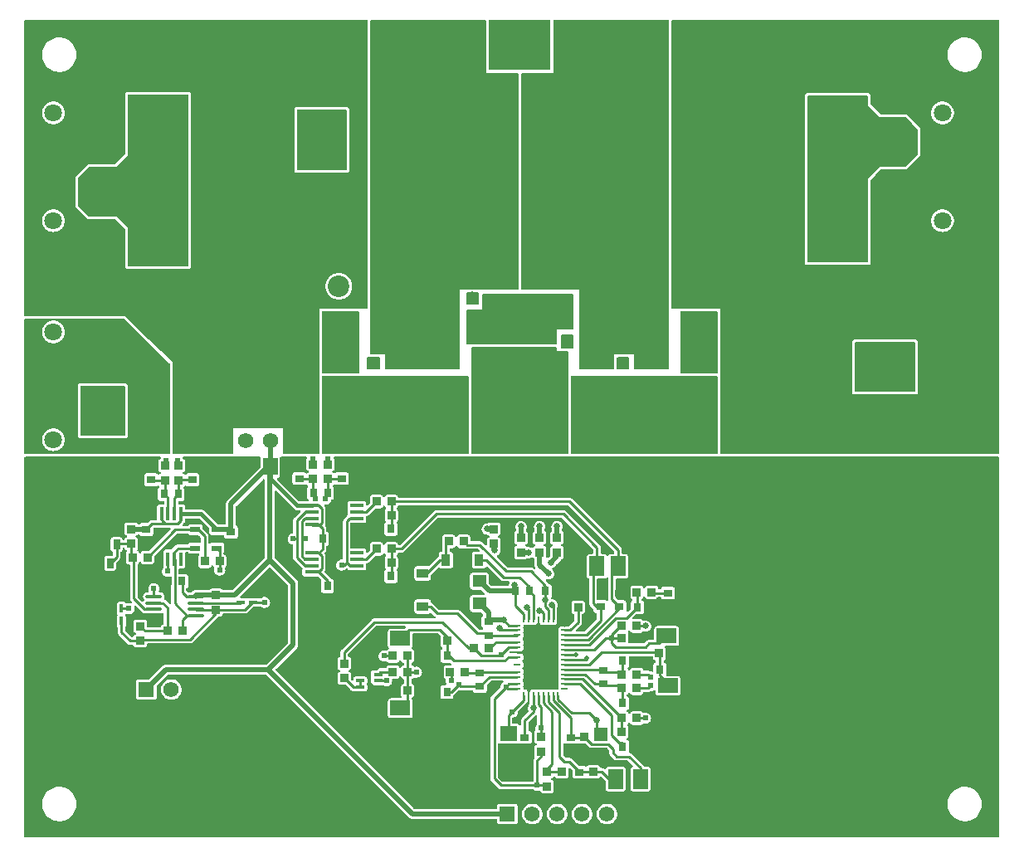
<source format=gtl>
G04 Layer: TopLayer*
G04 EasyEDA v6.5.37, 2024-09-25 03:55:15*
G04 7e8e10f67f6b4ae2816efe54b0c62c6c,10*
G04 Gerber Generator version 0.2*
G04 Scale: 100 percent, Rotated: No, Reflected: No *
G04 Dimensions in inches *
G04 leading zeros omitted , absolute positions ,3 integer and 6 decimal *
%FSLAX36Y36*%
%MOIN*%

%AMMACRO1*21,1,$1,$2,0,0,$3*%
%ADD10C,0.0200*%
%ADD11C,0.0100*%
%ADD12C,0.0150*%
%ADD13MACRO1,0.0142X0.0366X90.0000*%
%ADD14R,0.0366X0.0142*%
%ADD15MACRO1,0.0142X0.0366X0.0000*%
%ADD16MACRO1,0.068X0.0585X90.0000*%
%ADD17R,0.0315X0.0354*%
%ADD18R,0.0354X0.0315*%
%ADD19MACRO1,0.034X0.0318X0.0000*%
%ADD20R,0.0340X0.0318*%
%ADD21MACRO1,0.034X0.0318X90.0000*%
%ADD22R,0.0276X0.0394*%
%ADD23O,0.066614X0.014331*%
%ADD24R,0.0394X0.0236*%
%ADD25R,0.0550X0.0160*%
%ADD26R,0.0160X0.0550*%
%ADD27R,0.0591X0.2756*%
%ADD28R,0.2756X0.0591*%
%ADD29MACRO1,0.034X0.0318X-90.0000*%
%ADD30MACRO1,0.0532X0.0555X0.0000*%
%ADD31R,0.0532X0.0555*%
%ADD32MACRO1,0.068X0.0585X0.0000*%
%ADD33R,0.0680X0.0585*%
%ADD34R,0.1772X0.0650*%
%ADD35R,0.0650X0.1772*%
%ADD36R,0.0374X0.0453*%
%ADD37R,0.0453X0.0374*%
%ADD38R,0.0551X0.0472*%
%ADD39R,0.2098X0.2201*%
%ADD40R,0.2500X0.2000*%
%ADD41R,0.0276X0.0472*%
%ADD42R,0.1811X0.1496*%
%ADD43R,0.0472X0.0276*%
%ADD44R,0.1496X0.1811*%
%ADD45R,0.0317X0.0340*%
%ADD46R,0.0787X0.0591*%
%ADD47R,0.0591X0.0787*%
%ADD48R,0.0276X0.0098*%
%ADD49R,0.0098X0.0276*%
%ADD50R,0.1220X0.2303*%
%ADD51MACRO1,0.2126X0.0791X90.0000*%
%ADD52MACRO1,0.2126X0.0791X-90.0000*%
%ADD53R,0.0361X0.0138*%
%ADD54C,0.0620*%
%ADD55R,0.0620X0.0620*%
%ADD56C,0.0709*%
%ADD57C,0.0984*%
%ADD58C,0.0244*%
%ADD59C,0.0244*%
%ADD60C,0.0244*%
%ADD61C,0.0866*%
%ADD62C,0.0256*%
%ADD63C,0.0197*%
%ADD64C,0.0125*%

%LPD*%
G36*
X1789000Y-1155000D02*
G01*
X1787460Y-1154700D01*
X1786180Y-1153820D01*
X1785300Y-1152540D01*
X1785000Y-1151000D01*
X1785000Y-1109000D01*
X1785300Y-1107460D01*
X1786180Y-1106180D01*
X1787460Y-1105300D01*
X1789000Y-1105000D01*
X1831000Y-1105000D01*
X1832540Y-1105300D01*
X1833820Y-1106180D01*
X1834700Y-1107460D01*
X1835000Y-1109000D01*
X1835000Y-1151000D01*
X1834700Y-1152540D01*
X1833820Y-1153820D01*
X1832540Y-1154700D01*
X1831000Y-1155000D01*
G37*

%LPD*%
G36*
X1789000Y-1315000D02*
G01*
X1787460Y-1314700D01*
X1786180Y-1313820D01*
X1785300Y-1312540D01*
X1785000Y-1311000D01*
X1785000Y-1179000D01*
X1785300Y-1177460D01*
X1786180Y-1176180D01*
X1787460Y-1175300D01*
X1789000Y-1175000D01*
X1849600Y-1175000D01*
X1850000Y-1174600D01*
X1850000Y-1114000D01*
X1850300Y-1112460D01*
X1851180Y-1111180D01*
X1852460Y-1110300D01*
X1854000Y-1110000D01*
X2211000Y-1110000D01*
X2212540Y-1110300D01*
X2213820Y-1111180D01*
X2214700Y-1112460D01*
X2215000Y-1114000D01*
X2215000Y-1251000D01*
X2214700Y-1252540D01*
X2213820Y-1253820D01*
X2212540Y-1254700D01*
X2211000Y-1255000D01*
X2150400Y-1255000D01*
X2150000Y-1255400D01*
X2150000Y-1311000D01*
X2149700Y-1312540D01*
X2148820Y-1313820D01*
X2147540Y-1314700D01*
X2146000Y-1315000D01*
G37*

%LPD*%
G36*
X2169000Y-1330000D02*
G01*
X2167460Y-1329700D01*
X2166180Y-1328820D01*
X2165300Y-1327540D01*
X2165000Y-1326000D01*
X2165000Y-1279000D01*
X2165300Y-1277460D01*
X2166180Y-1276180D01*
X2167460Y-1275300D01*
X2169000Y-1275000D01*
X2211000Y-1275000D01*
X2212540Y-1275300D01*
X2213820Y-1276180D01*
X2214700Y-1277460D01*
X2215000Y-1279000D01*
X2215000Y-1326000D01*
X2214700Y-1327540D01*
X2213820Y-1328820D01*
X2212540Y-1329700D01*
X2211000Y-1330000D01*
G37*

%LPD*%
G36*
X1389000Y-1415000D02*
G01*
X1387460Y-1414700D01*
X1386180Y-1413820D01*
X1385300Y-1412540D01*
X1385000Y-1411000D01*
X1385000Y-1369000D01*
X1385300Y-1367460D01*
X1386180Y-1366180D01*
X1387460Y-1365300D01*
X1389000Y-1365000D01*
X1436000Y-1365000D01*
X1437540Y-1365300D01*
X1438820Y-1366180D01*
X1439700Y-1367460D01*
X1440000Y-1369000D01*
X1440000Y-1411000D01*
X1439700Y-1412540D01*
X1438820Y-1413820D01*
X1437540Y-1414700D01*
X1436000Y-1415000D01*
G37*

%LPD*%
G36*
X2394000Y-1415000D02*
G01*
X2392460Y-1414700D01*
X2391180Y-1413820D01*
X2390300Y-1412540D01*
X2390000Y-1411000D01*
X2390000Y-1369000D01*
X2390300Y-1367460D01*
X2391180Y-1366180D01*
X2392460Y-1365300D01*
X2394000Y-1365000D01*
X2436000Y-1365000D01*
X2437540Y-1365300D01*
X2438820Y-1366180D01*
X2439700Y-1367460D01*
X2440000Y-1369000D01*
X2440000Y-1411000D01*
X2439700Y-1412540D01*
X2438820Y-1413820D01*
X2437540Y-1414700D01*
X2436000Y-1415000D01*
G37*

%LPD*%
G36*
X1464000Y-1415000D02*
G01*
X1462460Y-1414700D01*
X1461180Y-1413820D01*
X1460300Y-1412540D01*
X1460000Y-1411000D01*
X1460000Y-1355400D01*
X1459600Y-1355000D01*
X1441780Y-1355000D01*
X1439780Y-1354800D01*
X1404000Y-1354800D01*
X1402460Y-1354500D01*
X1401180Y-1353620D01*
X1400300Y-1352340D01*
X1400000Y-1350800D01*
X1400000Y-14200D01*
X1400300Y-12660D01*
X1401180Y-11379D01*
X1402460Y-10500D01*
X1404000Y-10200D01*
X1860780Y-10200D01*
X1862320Y-10500D01*
X1863620Y-11379D01*
X1864480Y-12660D01*
X1864780Y-14200D01*
X1864780Y-210219D01*
X1865000Y-212300D01*
X1865000Y-224600D01*
X1865400Y-225000D01*
X1991000Y-225000D01*
X1992540Y-225300D01*
X1993820Y-226180D01*
X1994700Y-227460D01*
X1995000Y-229000D01*
X1995000Y-1091000D01*
X1994700Y-1092540D01*
X1993820Y-1093820D01*
X1992540Y-1094700D01*
X1991000Y-1095000D01*
X1836780Y-1095000D01*
X1834780Y-1094800D01*
X1821740Y-1094800D01*
X1820820Y-1094700D01*
X1818560Y-1093680D01*
X1814840Y-1092540D01*
X1810980Y-1092040D01*
X1807080Y-1092200D01*
X1803280Y-1093020D01*
X1799580Y-1094520D01*
X1798080Y-1094800D01*
X1785220Y-1094800D01*
X1783220Y-1095000D01*
X1760400Y-1095000D01*
X1760000Y-1095400D01*
X1760000Y-1411000D01*
X1759700Y-1412540D01*
X1758820Y-1413820D01*
X1757540Y-1414700D01*
X1756000Y-1415000D01*
G37*

%LPD*%
G36*
X2244000Y-1415000D02*
G01*
X2242460Y-1414700D01*
X2241180Y-1413820D01*
X2240300Y-1412540D01*
X2240000Y-1411000D01*
X2240000Y-1095400D01*
X2239600Y-1095000D01*
X2009199Y-1095000D01*
X2007660Y-1094700D01*
X2006380Y-1093820D01*
X2005500Y-1092540D01*
X2005200Y-1091000D01*
X2005200Y-229000D01*
X2005500Y-227460D01*
X2006380Y-226180D01*
X2007660Y-225300D01*
X2009199Y-225000D01*
X2134600Y-225000D01*
X2135000Y-224600D01*
X2135000Y-212120D01*
X2135180Y-210219D01*
X2135180Y-14200D01*
X2135500Y-12660D01*
X2136360Y-11379D01*
X2137660Y-10500D01*
X2139180Y-10200D01*
X2596000Y-10200D01*
X2597540Y-10500D01*
X2598820Y-11379D01*
X2599700Y-12660D01*
X2600000Y-14200D01*
X2600000Y-1411000D01*
X2599700Y-1412540D01*
X2598820Y-1413820D01*
X2597540Y-1414700D01*
X2596000Y-1415000D01*
X2464000Y-1415000D01*
X2462460Y-1414700D01*
X2461180Y-1413820D01*
X2460300Y-1412540D01*
X2460000Y-1411000D01*
X2460000Y-1355400D01*
X2459600Y-1355000D01*
X2441780Y-1355000D01*
X2439780Y-1354800D01*
X2390220Y-1354800D01*
X2388220Y-1355000D01*
X2380400Y-1355000D01*
X2380000Y-1355400D01*
X2379980Y-1363680D01*
X2379800Y-1365220D01*
X2379800Y-1411000D01*
X2379500Y-1412540D01*
X2378620Y-1413820D01*
X2377340Y-1414700D01*
X2375800Y-1415000D01*
G37*

%LPD*%
G36*
X1209000Y-1429800D02*
G01*
X1207460Y-1429500D01*
X1206180Y-1428620D01*
X1205300Y-1427340D01*
X1205000Y-1425800D01*
X1205000Y-1184000D01*
X1205300Y-1182460D01*
X1206180Y-1181180D01*
X1207460Y-1180300D01*
X1209000Y-1180000D01*
X1351000Y-1180000D01*
X1352540Y-1180300D01*
X1353820Y-1181180D01*
X1354700Y-1182460D01*
X1355000Y-1184000D01*
X1355000Y-1425800D01*
X1354700Y-1427340D01*
X1353820Y-1428620D01*
X1352540Y-1429500D01*
X1351000Y-1429800D01*
G37*

%LPD*%
G36*
X2649000Y-1429800D02*
G01*
X2647460Y-1429500D01*
X2646180Y-1428620D01*
X2645299Y-1427340D01*
X2645000Y-1425800D01*
X2645000Y-1184000D01*
X2645299Y-1182460D01*
X2646180Y-1181180D01*
X2647460Y-1180300D01*
X2649000Y-1180000D01*
X2791000Y-1180000D01*
X2792540Y-1180300D01*
X2793820Y-1181180D01*
X2794700Y-1182460D01*
X2795000Y-1184000D01*
X2795000Y-1425800D01*
X2794700Y-1427340D01*
X2793820Y-1428620D01*
X2792540Y-1429500D01*
X2791000Y-1429800D01*
G37*

%LPD*%
G36*
X2209000Y-1755000D02*
G01*
X2207460Y-1754700D01*
X2206180Y-1753820D01*
X2205300Y-1752540D01*
X2205000Y-1751000D01*
X2205000Y-1444000D01*
X2205300Y-1442460D01*
X2206180Y-1441180D01*
X2207460Y-1440300D01*
X2209000Y-1440000D01*
X2791000Y-1440000D01*
X2792540Y-1440300D01*
X2793820Y-1441180D01*
X2794700Y-1442460D01*
X2795000Y-1444000D01*
X2795000Y-1751000D01*
X2794700Y-1752540D01*
X2793820Y-1753820D01*
X2792540Y-1754700D01*
X2791000Y-1755000D01*
G37*

%LPD*%
G36*
X1809199Y-1755000D02*
G01*
X1807660Y-1754700D01*
X1806380Y-1753820D01*
X1805500Y-1752540D01*
X1805200Y-1751000D01*
X1805200Y-1440220D01*
X1805000Y-1438220D01*
X1805000Y-1329199D01*
X1805300Y-1327660D01*
X1806180Y-1326380D01*
X1807460Y-1325500D01*
X1809000Y-1325200D01*
X2146000Y-1325200D01*
X2147540Y-1325500D01*
X2148820Y-1326380D01*
X2149700Y-1327660D01*
X2150000Y-1329199D01*
X2150000Y-1339600D01*
X2150400Y-1340000D01*
X2163220Y-1340000D01*
X2165220Y-1340200D01*
X2191000Y-1340200D01*
X2192540Y-1340500D01*
X2193820Y-1341380D01*
X2194700Y-1342660D01*
X2195000Y-1344199D01*
X2195000Y-1438220D01*
X2194800Y-1440220D01*
X2194800Y-1751000D01*
X2194500Y-1752540D01*
X2193620Y-1753820D01*
X2192340Y-1754700D01*
X2190800Y-1755000D01*
G37*

%LPD*%
G36*
X1209000Y-1755000D02*
G01*
X1207460Y-1754700D01*
X1206180Y-1753820D01*
X1205300Y-1752540D01*
X1205000Y-1751000D01*
X1205000Y-1444000D01*
X1205300Y-1442460D01*
X1206180Y-1441180D01*
X1207460Y-1440300D01*
X1209000Y-1440000D01*
X1791000Y-1440000D01*
X1792540Y-1440300D01*
X1793820Y-1441180D01*
X1794700Y-1442460D01*
X1795000Y-1444000D01*
X1795000Y-1751000D01*
X1794700Y-1752540D01*
X1793820Y-1753820D01*
X1792540Y-1754700D01*
X1791000Y-1755000D01*
G37*

%LPD*%
G36*
X14200Y-1755000D02*
G01*
X12660Y-1754700D01*
X11379Y-1753820D01*
X10500Y-1752540D01*
X10200Y-1751000D01*
X10200Y-1214000D01*
X10500Y-1212460D01*
X11379Y-1211180D01*
X12660Y-1210300D01*
X14200Y-1210000D01*
X123800Y-1210000D01*
X125500Y-1210380D01*
X126560Y-1211200D01*
X127640Y-1210380D01*
X129340Y-1210000D01*
X408340Y-1210000D01*
X409880Y-1210300D01*
X411180Y-1211160D01*
X494960Y-1294960D01*
X593760Y-1388820D01*
X594680Y-1390140D01*
X595000Y-1391720D01*
X595000Y-1751000D01*
X594700Y-1752540D01*
X593820Y-1753820D01*
X592540Y-1754700D01*
X591000Y-1755000D01*
G37*

%LPC*%
G36*
X126580Y-1742160D02*
G01*
X132280Y-1741800D01*
X137920Y-1740720D01*
X143360Y-1738940D01*
X148560Y-1736500D01*
X153380Y-1733440D01*
X157800Y-1729780D01*
X161720Y-1725620D01*
X165100Y-1720980D01*
X167860Y-1715960D01*
X169960Y-1710620D01*
X171380Y-1705080D01*
X172100Y-1699400D01*
X172100Y-1693660D01*
X171380Y-1687980D01*
X169960Y-1682420D01*
X167860Y-1677100D01*
X165100Y-1672080D01*
X161720Y-1667440D01*
X157800Y-1663260D01*
X153380Y-1659620D01*
X148560Y-1656540D01*
X143360Y-1654100D01*
X137920Y-1652340D01*
X132280Y-1651260D01*
X126580Y-1650900D01*
X120860Y-1651260D01*
X115220Y-1652340D01*
X109780Y-1654100D01*
X104580Y-1656540D01*
X99760Y-1659620D01*
X95340Y-1663260D01*
X91420Y-1667440D01*
X88040Y-1672080D01*
X85280Y-1677100D01*
X83180Y-1682420D01*
X81760Y-1687980D01*
X81039Y-1693660D01*
X81039Y-1699400D01*
X81760Y-1705080D01*
X83180Y-1710620D01*
X85280Y-1715960D01*
X88040Y-1720980D01*
X91420Y-1725620D01*
X95340Y-1729780D01*
X99760Y-1733440D01*
X104580Y-1736500D01*
X109780Y-1738940D01*
X115220Y-1740720D01*
X120860Y-1741800D01*
G37*
G36*
X235219Y-1690200D02*
G01*
X414780Y-1690200D01*
X417260Y-1689920D01*
X419420Y-1689160D01*
X421340Y-1687960D01*
X422960Y-1686339D01*
X424159Y-1684420D01*
X424920Y-1682260D01*
X425200Y-1679780D01*
X425200Y-1480220D01*
X424920Y-1477740D01*
X424159Y-1475580D01*
X422960Y-1473660D01*
X421340Y-1472040D01*
X419420Y-1470840D01*
X417260Y-1470080D01*
X414780Y-1469800D01*
X235219Y-1469800D01*
X232740Y-1470080D01*
X230580Y-1470840D01*
X228660Y-1472040D01*
X227040Y-1473660D01*
X225840Y-1475580D01*
X225080Y-1477740D01*
X224800Y-1480220D01*
X224800Y-1679780D01*
X225080Y-1682260D01*
X225840Y-1684420D01*
X227040Y-1686339D01*
X228660Y-1687960D01*
X230580Y-1689160D01*
X232740Y-1689920D01*
G37*
G36*
X126580Y-1309079D02*
G01*
X132280Y-1308720D01*
X137920Y-1307640D01*
X143360Y-1305880D01*
X148560Y-1303440D01*
X153380Y-1300360D01*
X157800Y-1296720D01*
X161720Y-1292540D01*
X165100Y-1287900D01*
X167860Y-1282880D01*
X169960Y-1277560D01*
X171380Y-1272000D01*
X172100Y-1266320D01*
X172100Y-1260600D01*
X171380Y-1254900D01*
X169960Y-1249360D01*
X167860Y-1244040D01*
X165100Y-1239020D01*
X161720Y-1234380D01*
X157800Y-1230200D01*
X153380Y-1226540D01*
X148560Y-1223480D01*
X143360Y-1221040D01*
X137920Y-1219260D01*
X132280Y-1218200D01*
X129100Y-1218000D01*
X127420Y-1217500D01*
X126560Y-1216760D01*
X125719Y-1217500D01*
X124040Y-1218000D01*
X120860Y-1218200D01*
X115220Y-1219260D01*
X109780Y-1221040D01*
X104580Y-1223480D01*
X99760Y-1226540D01*
X95340Y-1230200D01*
X91420Y-1234380D01*
X88040Y-1239020D01*
X85280Y-1244040D01*
X83180Y-1249360D01*
X81760Y-1254900D01*
X81039Y-1260600D01*
X81039Y-1266320D01*
X81760Y-1272000D01*
X83180Y-1277560D01*
X85280Y-1282880D01*
X88040Y-1287900D01*
X91420Y-1292540D01*
X95340Y-1296720D01*
X99760Y-1300360D01*
X104580Y-1303440D01*
X109780Y-1305880D01*
X115220Y-1307640D01*
X120860Y-1308720D01*
G37*

%LPD*%
G36*
X239000Y-1680000D02*
G01*
X237460Y-1679700D01*
X236180Y-1678820D01*
X235300Y-1677540D01*
X235000Y-1676000D01*
X235000Y-1484000D01*
X235300Y-1482460D01*
X236180Y-1481180D01*
X237460Y-1480300D01*
X239000Y-1480000D01*
X411000Y-1480000D01*
X412540Y-1480300D01*
X413820Y-1481180D01*
X414700Y-1482460D01*
X415000Y-1484000D01*
X415000Y-1676000D01*
X414700Y-1677540D01*
X413820Y-1678820D01*
X412540Y-1679700D01*
X411000Y-1680000D01*
G37*

%LPD*%
G36*
X609200Y-1755000D02*
G01*
X607660Y-1754700D01*
X606380Y-1753820D01*
X605500Y-1752540D01*
X605200Y-1751000D01*
X605200Y-1390220D01*
X605000Y-1388220D01*
X605000Y-1385420D01*
X604720Y-1384720D01*
X509960Y-1294960D01*
X415280Y-1200280D01*
X414600Y-1200000D01*
X411880Y-1199980D01*
X409820Y-1199800D01*
X14200Y-1199800D01*
X12660Y-1199500D01*
X11379Y-1198620D01*
X10500Y-1197340D01*
X10200Y-1195800D01*
X10200Y-14200D01*
X10500Y-12660D01*
X11379Y-11379D01*
X12660Y-10500D01*
X14200Y-10200D01*
X1385800Y-10200D01*
X1387340Y-10500D01*
X1388620Y-11379D01*
X1389500Y-12660D01*
X1389800Y-14200D01*
X1389800Y-1166000D01*
X1389500Y-1167540D01*
X1388620Y-1168820D01*
X1387340Y-1169700D01*
X1385800Y-1170000D01*
X1356780Y-1170000D01*
X1354780Y-1169800D01*
X1205220Y-1169800D01*
X1203220Y-1170000D01*
X1195400Y-1170000D01*
X1195000Y-1170400D01*
X1194980Y-1178680D01*
X1194800Y-1180220D01*
X1194800Y-1429780D01*
X1195000Y-1431780D01*
X1194980Y-1438680D01*
X1194800Y-1440220D01*
X1194800Y-1751000D01*
X1194500Y-1752540D01*
X1193620Y-1753820D01*
X1192340Y-1754700D01*
X1190800Y-1755000D01*
X1054000Y-1755000D01*
X1052460Y-1754700D01*
X1051180Y-1753820D01*
X1050300Y-1752540D01*
X1050000Y-1751000D01*
X1050000Y-1650400D01*
X1049600Y-1650000D01*
X850400Y-1650000D01*
X850000Y-1650400D01*
X850000Y-1751000D01*
X849700Y-1752540D01*
X848820Y-1753820D01*
X847540Y-1754700D01*
X846000Y-1755000D01*
G37*

%LPC*%
G36*
X1270320Y-1133420D02*
G01*
X1276540Y-1133420D01*
X1282720Y-1132700D01*
X1288779Y-1131260D01*
X1294620Y-1129120D01*
X1300180Y-1126340D01*
X1305380Y-1122920D01*
X1310140Y-1118920D01*
X1314420Y-1114400D01*
X1318120Y-1109400D01*
X1321240Y-1104020D01*
X1323700Y-1098300D01*
X1325480Y-1092340D01*
X1326560Y-1086220D01*
X1326940Y-1080000D01*
X1326560Y-1073800D01*
X1325480Y-1067660D01*
X1323700Y-1061700D01*
X1321240Y-1056000D01*
X1318120Y-1050600D01*
X1314420Y-1045620D01*
X1310140Y-1041100D01*
X1305380Y-1037099D01*
X1300180Y-1033680D01*
X1294620Y-1030879D01*
X1288779Y-1028760D01*
X1282720Y-1027320D01*
X1276540Y-1026600D01*
X1270320Y-1026600D01*
X1264140Y-1027320D01*
X1258080Y-1028760D01*
X1252240Y-1030879D01*
X1246680Y-1033680D01*
X1241480Y-1037099D01*
X1236720Y-1041100D01*
X1232440Y-1045620D01*
X1228740Y-1050600D01*
X1225620Y-1056000D01*
X1223160Y-1061700D01*
X1221380Y-1067660D01*
X1220300Y-1073800D01*
X1219920Y-1080000D01*
X1220300Y-1086220D01*
X1221380Y-1092340D01*
X1223160Y-1098300D01*
X1225620Y-1104020D01*
X1228740Y-1109400D01*
X1232440Y-1114400D01*
X1236720Y-1118920D01*
X1241480Y-1122920D01*
X1246680Y-1126340D01*
X1252240Y-1129120D01*
X1258080Y-1131260D01*
X1264140Y-1132700D01*
G37*
G36*
X425220Y-1010200D02*
G01*
X669780Y-1010200D01*
X672260Y-1009920D01*
X674419Y-1009160D01*
X676340Y-1007960D01*
X677960Y-1006340D01*
X679160Y-1004419D01*
X679920Y-1002260D01*
X680200Y-999780D01*
X680200Y-310220D01*
X679920Y-307740D01*
X679160Y-305580D01*
X677960Y-303660D01*
X676340Y-302040D01*
X674419Y-300840D01*
X672260Y-300080D01*
X669780Y-299800D01*
X425220Y-299800D01*
X422740Y-300080D01*
X420580Y-300840D01*
X418660Y-302040D01*
X417040Y-303660D01*
X415840Y-305580D01*
X415080Y-307740D01*
X414799Y-310220D01*
X414799Y-549120D01*
X414500Y-550640D01*
X413620Y-551940D01*
X376940Y-588620D01*
X375640Y-589500D01*
X374120Y-589800D01*
X270120Y-589800D01*
X267740Y-590060D01*
X265580Y-590820D01*
X263640Y-592040D01*
X262700Y-592860D01*
X217860Y-637700D01*
X216360Y-639580D01*
X215380Y-641640D01*
X214880Y-643860D01*
X214800Y-645120D01*
X214800Y-754880D01*
X215060Y-757260D01*
X215820Y-759419D01*
X217040Y-761360D01*
X217860Y-762300D01*
X262700Y-807140D01*
X264580Y-808640D01*
X266640Y-809620D01*
X268860Y-810120D01*
X270120Y-810200D01*
X374120Y-810200D01*
X375640Y-810500D01*
X376940Y-811380D01*
X413620Y-848060D01*
X414500Y-849360D01*
X414799Y-850879D01*
X414799Y-999780D01*
X415080Y-1002260D01*
X415840Y-1004419D01*
X417040Y-1006340D01*
X418660Y-1007960D01*
X420580Y-1009160D01*
X422740Y-1009920D01*
G37*
G36*
X126580Y-862159D02*
G01*
X132280Y-861800D01*
X137920Y-860720D01*
X143360Y-858940D01*
X148560Y-856500D01*
X153380Y-853439D01*
X157800Y-849780D01*
X161720Y-845620D01*
X165100Y-840980D01*
X167860Y-835960D01*
X169960Y-830620D01*
X171380Y-825080D01*
X172100Y-819400D01*
X172100Y-813660D01*
X171380Y-807980D01*
X169960Y-802420D01*
X167860Y-797099D01*
X165100Y-792080D01*
X161720Y-787440D01*
X157800Y-783259D01*
X153380Y-779620D01*
X148560Y-776540D01*
X143360Y-774100D01*
X137920Y-772340D01*
X132280Y-771260D01*
X126580Y-770900D01*
X120860Y-771260D01*
X115220Y-772340D01*
X109780Y-774100D01*
X104580Y-776540D01*
X99760Y-779620D01*
X95340Y-783259D01*
X91420Y-787440D01*
X88040Y-792080D01*
X85280Y-797099D01*
X83180Y-802420D01*
X81760Y-807980D01*
X81039Y-813660D01*
X81039Y-819400D01*
X81760Y-825080D01*
X83180Y-830620D01*
X85280Y-835960D01*
X88040Y-840980D01*
X91420Y-845620D01*
X95340Y-849780D01*
X99760Y-853439D01*
X104580Y-856500D01*
X109780Y-858940D01*
X115220Y-860720D01*
X120860Y-861800D01*
G37*
G36*
X1105220Y-625200D02*
G01*
X1304780Y-625200D01*
X1307260Y-624920D01*
X1309420Y-624160D01*
X1311339Y-622960D01*
X1312960Y-621340D01*
X1314160Y-619420D01*
X1314920Y-617260D01*
X1315200Y-614780D01*
X1315200Y-370220D01*
X1314920Y-367740D01*
X1314160Y-365580D01*
X1312960Y-363660D01*
X1311339Y-362040D01*
X1309420Y-360840D01*
X1307260Y-360080D01*
X1304780Y-359799D01*
X1105220Y-359799D01*
X1102740Y-360080D01*
X1100580Y-360840D01*
X1098660Y-362040D01*
X1097040Y-363660D01*
X1095840Y-365580D01*
X1095080Y-367740D01*
X1094800Y-370220D01*
X1094800Y-614780D01*
X1095080Y-617260D01*
X1095840Y-619420D01*
X1097040Y-621340D01*
X1098660Y-622960D01*
X1100580Y-624160D01*
X1102740Y-624920D01*
G37*
G36*
X126580Y-429080D02*
G01*
X132280Y-428720D01*
X137920Y-427640D01*
X143360Y-425880D01*
X148560Y-423440D01*
X153380Y-420360D01*
X157800Y-416719D01*
X161720Y-412540D01*
X165100Y-407900D01*
X167860Y-402879D01*
X169960Y-397560D01*
X171380Y-392000D01*
X172100Y-386320D01*
X172100Y-380600D01*
X171380Y-374900D01*
X169960Y-369360D01*
X167860Y-364040D01*
X165100Y-359020D01*
X161720Y-354380D01*
X157800Y-350200D01*
X153380Y-346540D01*
X148560Y-343480D01*
X143360Y-341040D01*
X137920Y-339260D01*
X132280Y-338200D01*
X126580Y-337840D01*
X120860Y-338200D01*
X115220Y-339260D01*
X109780Y-341040D01*
X104580Y-343480D01*
X99760Y-346540D01*
X95340Y-350200D01*
X91420Y-354380D01*
X88040Y-359020D01*
X85280Y-364040D01*
X83180Y-369360D01*
X81760Y-374900D01*
X81039Y-380600D01*
X81039Y-386320D01*
X81760Y-392000D01*
X83180Y-397560D01*
X85280Y-402879D01*
X88040Y-407900D01*
X91420Y-412540D01*
X95340Y-416719D01*
X99760Y-420360D01*
X104580Y-423440D01*
X109780Y-425880D01*
X115220Y-427640D01*
X120860Y-428720D01*
G37*
G36*
X151780Y-219220D02*
G01*
X158900Y-218680D01*
X165900Y-217399D01*
X172760Y-215400D01*
X179360Y-212719D01*
X185640Y-209360D01*
X191560Y-205380D01*
X197040Y-200820D01*
X202020Y-195720D01*
X206439Y-190120D01*
X210260Y-184100D01*
X213460Y-177740D01*
X215960Y-171060D01*
X217780Y-164160D01*
X218880Y-157120D01*
X219240Y-150000D01*
X218880Y-142880D01*
X217780Y-135840D01*
X215960Y-128940D01*
X213460Y-122260D01*
X210260Y-115900D01*
X206439Y-109880D01*
X202020Y-104280D01*
X197040Y-99179D01*
X191560Y-94620D01*
X185640Y-90640D01*
X179360Y-87280D01*
X172760Y-84600D01*
X165900Y-82600D01*
X158900Y-81320D01*
X151780Y-80780D01*
X144660Y-80960D01*
X137580Y-81880D01*
X130640Y-83500D01*
X123920Y-85860D01*
X117460Y-88880D01*
X111340Y-92540D01*
X105640Y-96820D01*
X100399Y-101660D01*
X95700Y-107020D01*
X91560Y-112840D01*
X88059Y-119040D01*
X85200Y-125580D01*
X83040Y-132360D01*
X81580Y-139340D01*
X80840Y-146440D01*
X80840Y-153560D01*
X81580Y-160660D01*
X83040Y-167640D01*
X85200Y-174420D01*
X88059Y-180960D01*
X91560Y-187160D01*
X95700Y-192979D01*
X100399Y-198340D01*
X105640Y-203180D01*
X111340Y-207460D01*
X117460Y-211119D01*
X123920Y-214140D01*
X130640Y-216500D01*
X137580Y-218120D01*
X144660Y-219040D01*
G37*

%LPD*%
G36*
X1109000Y-615000D02*
G01*
X1107460Y-614700D01*
X1106180Y-613820D01*
X1105300Y-612540D01*
X1105000Y-611000D01*
X1105000Y-374000D01*
X1105300Y-372460D01*
X1106180Y-371180D01*
X1107460Y-370300D01*
X1109000Y-370000D01*
X1301000Y-370000D01*
X1302540Y-370300D01*
X1303820Y-371180D01*
X1304700Y-372460D01*
X1305000Y-374000D01*
X1305000Y-611000D01*
X1304700Y-612540D01*
X1303820Y-613820D01*
X1302540Y-614700D01*
X1301000Y-615000D01*
G37*

%LPD*%
G36*
X429000Y-1000000D02*
G01*
X427460Y-999700D01*
X426180Y-998820D01*
X425300Y-997540D01*
X425000Y-996000D01*
X425000Y-845400D01*
X424720Y-844720D01*
X380280Y-800280D01*
X379600Y-800000D01*
X271660Y-800000D01*
X270120Y-799700D01*
X268820Y-798820D01*
X226180Y-756180D01*
X225300Y-754880D01*
X225000Y-753340D01*
X225000Y-646660D01*
X225300Y-645120D01*
X226180Y-643820D01*
X268820Y-601180D01*
X270120Y-600300D01*
X271660Y-600000D01*
X379600Y-600000D01*
X380280Y-599720D01*
X424720Y-555280D01*
X425000Y-554600D01*
X425000Y-314000D01*
X425300Y-312460D01*
X426180Y-311180D01*
X427460Y-310300D01*
X429000Y-310000D01*
X666000Y-310000D01*
X667540Y-310300D01*
X668820Y-311180D01*
X669700Y-312460D01*
X670000Y-314000D01*
X670000Y-996000D01*
X669700Y-997540D01*
X668820Y-998820D01*
X667540Y-999700D01*
X666000Y-1000000D01*
G37*

%LPD*%
G36*
X2809200Y-1755000D02*
G01*
X2807660Y-1754700D01*
X2806380Y-1753820D01*
X2805500Y-1752540D01*
X2805200Y-1751000D01*
X2805200Y-1440220D01*
X2805000Y-1438220D01*
X2805020Y-1431320D01*
X2805200Y-1429780D01*
X2805200Y-1180220D01*
X2805000Y-1178220D01*
X2805000Y-1170400D01*
X2804600Y-1170000D01*
X2796320Y-1169980D01*
X2794780Y-1169800D01*
X2645220Y-1169800D01*
X2643220Y-1170000D01*
X2614200Y-1170000D01*
X2612660Y-1169700D01*
X2611380Y-1168820D01*
X2610500Y-1167540D01*
X2610200Y-1166000D01*
X2610200Y-14200D01*
X2610500Y-12660D01*
X2611380Y-11379D01*
X2612660Y-10500D01*
X2614200Y-10200D01*
X3922799Y-10200D01*
X3924320Y-10500D01*
X3925620Y-11379D01*
X3926480Y-12680D01*
X3926800Y-14200D01*
X3925740Y-1751000D01*
X3925440Y-1752540D01*
X3924560Y-1753820D01*
X3923279Y-1754700D01*
X3921740Y-1755000D01*
G37*

%LPC*%
G36*
X3345220Y-1515200D02*
G01*
X3589780Y-1515200D01*
X3592260Y-1514920D01*
X3594420Y-1514160D01*
X3596340Y-1512960D01*
X3597960Y-1511339D01*
X3599160Y-1509420D01*
X3599920Y-1507260D01*
X3600200Y-1504780D01*
X3600200Y-1305220D01*
X3599920Y-1302740D01*
X3599160Y-1300580D01*
X3597960Y-1298660D01*
X3596340Y-1297040D01*
X3594420Y-1295840D01*
X3592260Y-1295080D01*
X3589780Y-1294800D01*
X3345220Y-1294800D01*
X3342740Y-1295080D01*
X3340580Y-1295840D01*
X3338660Y-1297040D01*
X3337040Y-1298660D01*
X3335840Y-1300580D01*
X3335080Y-1302740D01*
X3334800Y-1305220D01*
X3334800Y-1504780D01*
X3335080Y-1507260D01*
X3335840Y-1509420D01*
X3337040Y-1511339D01*
X3338660Y-1512960D01*
X3340580Y-1514160D01*
X3342740Y-1514920D01*
G37*
G36*
X3155220Y-995200D02*
G01*
X3399780Y-995200D01*
X3402260Y-994920D01*
X3404420Y-994160D01*
X3406340Y-992960D01*
X3407960Y-991340D01*
X3409160Y-989419D01*
X3409920Y-987260D01*
X3410200Y-984780D01*
X3410200Y-655440D01*
X3410460Y-654020D01*
X3411220Y-652780D01*
X3448360Y-611520D01*
X3449700Y-610540D01*
X3451320Y-610200D01*
X3549880Y-610200D01*
X3552260Y-609940D01*
X3554420Y-609180D01*
X3556360Y-607960D01*
X3557300Y-607140D01*
X3607140Y-557300D01*
X3608639Y-555420D01*
X3609620Y-553360D01*
X3610120Y-551140D01*
X3610200Y-549880D01*
X3610200Y-455060D01*
X3609760Y-452100D01*
X3608860Y-450000D01*
X3607400Y-447980D01*
X3557660Y-393260D01*
X3556400Y-392080D01*
X3554420Y-390840D01*
X3552260Y-390080D01*
X3549780Y-389799D01*
X3450880Y-389799D01*
X3449360Y-389500D01*
X3448060Y-388620D01*
X3411380Y-351940D01*
X3410500Y-350640D01*
X3410200Y-349120D01*
X3410200Y-315220D01*
X3409920Y-312740D01*
X3409160Y-310580D01*
X3407960Y-308660D01*
X3406340Y-307040D01*
X3404420Y-305840D01*
X3402260Y-305080D01*
X3399780Y-304800D01*
X3155220Y-304800D01*
X3152740Y-305080D01*
X3150580Y-305840D01*
X3148660Y-307040D01*
X3147040Y-308660D01*
X3145840Y-310580D01*
X3145080Y-312740D01*
X3144800Y-315220D01*
X3144800Y-984780D01*
X3145080Y-987260D01*
X3145840Y-989419D01*
X3147040Y-991340D01*
X3148660Y-992960D01*
X3150580Y-994160D01*
X3152740Y-994920D01*
G37*
G36*
X3698440Y-862159D02*
G01*
X3704140Y-861800D01*
X3709780Y-860740D01*
X3715220Y-858960D01*
X3720419Y-856520D01*
X3725240Y-853460D01*
X3729660Y-849800D01*
X3733580Y-845620D01*
X3736960Y-840980D01*
X3739720Y-835960D01*
X3741820Y-830639D01*
X3743240Y-825100D01*
X3743960Y-819400D01*
X3743960Y-813680D01*
X3743240Y-808000D01*
X3741820Y-802440D01*
X3739720Y-797120D01*
X3736960Y-792099D01*
X3733580Y-787460D01*
X3729660Y-783280D01*
X3725240Y-779640D01*
X3720419Y-776560D01*
X3715220Y-774120D01*
X3709780Y-772360D01*
X3704140Y-771280D01*
X3698440Y-770920D01*
X3692720Y-771280D01*
X3687080Y-772360D01*
X3681640Y-774120D01*
X3676440Y-776560D01*
X3671620Y-779640D01*
X3667200Y-783280D01*
X3663279Y-787460D01*
X3659900Y-792099D01*
X3657140Y-797120D01*
X3655040Y-802440D01*
X3653620Y-808000D01*
X3652900Y-813680D01*
X3652900Y-819400D01*
X3653620Y-825100D01*
X3655040Y-830639D01*
X3657140Y-835960D01*
X3659900Y-840980D01*
X3663279Y-845620D01*
X3667200Y-849800D01*
X3671620Y-853460D01*
X3676440Y-856520D01*
X3681640Y-858960D01*
X3687080Y-860740D01*
X3692720Y-861800D01*
G37*
G36*
X3698440Y-429099D02*
G01*
X3704140Y-428740D01*
X3709780Y-427660D01*
X3715220Y-425900D01*
X3720419Y-423459D01*
X3725240Y-420379D01*
X3729660Y-416740D01*
X3733580Y-412560D01*
X3736960Y-407920D01*
X3739720Y-402900D01*
X3741820Y-397580D01*
X3743240Y-392020D01*
X3743960Y-386340D01*
X3743960Y-380600D01*
X3743240Y-374920D01*
X3741820Y-369380D01*
X3739720Y-364040D01*
X3736960Y-359020D01*
X3733580Y-354380D01*
X3729660Y-350220D01*
X3725240Y-346560D01*
X3720419Y-343500D01*
X3715220Y-341060D01*
X3709780Y-339280D01*
X3704140Y-338200D01*
X3698440Y-337840D01*
X3692720Y-338200D01*
X3687080Y-339280D01*
X3681640Y-341060D01*
X3676440Y-343500D01*
X3671620Y-346560D01*
X3667200Y-350220D01*
X3663279Y-354380D01*
X3659900Y-359020D01*
X3657140Y-364040D01*
X3655040Y-369380D01*
X3653620Y-374920D01*
X3652900Y-380600D01*
X3652900Y-386340D01*
X3653620Y-392020D01*
X3655040Y-397580D01*
X3657140Y-402900D01*
X3659900Y-407920D01*
X3663279Y-412560D01*
X3667200Y-416740D01*
X3671620Y-420379D01*
X3676440Y-423459D01*
X3681640Y-425900D01*
X3687080Y-427660D01*
X3692720Y-428740D01*
G37*
G36*
X3788780Y-219220D02*
G01*
X3795899Y-218680D01*
X3802900Y-217399D01*
X3809760Y-215400D01*
X3816360Y-212719D01*
X3822640Y-209360D01*
X3828560Y-205380D01*
X3834040Y-200820D01*
X3839020Y-195720D01*
X3843440Y-190120D01*
X3847260Y-184100D01*
X3850460Y-177740D01*
X3852960Y-171060D01*
X3854780Y-164160D01*
X3855880Y-157120D01*
X3856240Y-150000D01*
X3855880Y-142880D01*
X3854780Y-135840D01*
X3852960Y-128940D01*
X3850460Y-122260D01*
X3847260Y-115900D01*
X3843440Y-109880D01*
X3839020Y-104280D01*
X3834040Y-99179D01*
X3828560Y-94620D01*
X3822640Y-90640D01*
X3816360Y-87280D01*
X3809760Y-84600D01*
X3802900Y-82600D01*
X3795899Y-81320D01*
X3788780Y-80780D01*
X3781660Y-80960D01*
X3774580Y-81880D01*
X3767640Y-83500D01*
X3760920Y-85860D01*
X3754460Y-88880D01*
X3748340Y-92540D01*
X3742640Y-96820D01*
X3737400Y-101660D01*
X3732700Y-107020D01*
X3728560Y-112840D01*
X3725059Y-119040D01*
X3722200Y-125580D01*
X3720040Y-132360D01*
X3718580Y-139340D01*
X3717840Y-146440D01*
X3717840Y-153560D01*
X3718580Y-160660D01*
X3720040Y-167640D01*
X3722200Y-174420D01*
X3725059Y-180960D01*
X3728560Y-187160D01*
X3732700Y-192979D01*
X3737400Y-198340D01*
X3742640Y-203180D01*
X3748340Y-207460D01*
X3754460Y-211119D01*
X3760920Y-214140D01*
X3767640Y-216500D01*
X3774580Y-218120D01*
X3781660Y-219040D01*
G37*

%LPD*%
G36*
X3159000Y-985000D02*
G01*
X3157460Y-984700D01*
X3156180Y-983820D01*
X3155299Y-982540D01*
X3155000Y-981000D01*
X3155000Y-319000D01*
X3155299Y-317460D01*
X3156180Y-316180D01*
X3157460Y-315300D01*
X3159000Y-315000D01*
X3396000Y-315000D01*
X3397540Y-315300D01*
X3398820Y-316180D01*
X3399700Y-317460D01*
X3400000Y-319000D01*
X3400000Y-354600D01*
X3400280Y-355280D01*
X3444720Y-399720D01*
X3445400Y-400000D01*
X3548240Y-400000D01*
X3549840Y-400340D01*
X3551200Y-401300D01*
X3598960Y-453860D01*
X3599740Y-455100D01*
X3600000Y-456540D01*
X3600000Y-548340D01*
X3599700Y-549880D01*
X3598820Y-551180D01*
X3551180Y-598820D01*
X3549880Y-599700D01*
X3548340Y-600000D01*
X3445440Y-600000D01*
X3444740Y-600300D01*
X3400260Y-649700D01*
X3400000Y-650340D01*
X3400000Y-981000D01*
X3399700Y-982540D01*
X3398820Y-983820D01*
X3397540Y-984700D01*
X3396000Y-985000D01*
G37*

%LPD*%
G36*
X3349000Y-1505000D02*
G01*
X3347460Y-1504700D01*
X3346180Y-1503820D01*
X3345299Y-1502540D01*
X3345000Y-1501000D01*
X3345000Y-1309000D01*
X3345299Y-1307460D01*
X3346180Y-1306180D01*
X3347460Y-1305300D01*
X3349000Y-1305000D01*
X3586000Y-1305000D01*
X3587540Y-1305300D01*
X3588820Y-1306180D01*
X3589700Y-1307460D01*
X3590000Y-1309000D01*
X3590000Y-1501000D01*
X3589700Y-1502540D01*
X3588820Y-1503820D01*
X3587540Y-1504700D01*
X3586000Y-1505000D01*
G37*

%LPD*%
G36*
X1115600Y-1943920D02*
G01*
X1114060Y-1943600D01*
X1112780Y-1942740D01*
X1025879Y-1855840D01*
X1025040Y-1854620D01*
X1024700Y-1853160D01*
X1024920Y-1851699D01*
X1025680Y-1850400D01*
X1026840Y-1849480D01*
X1028259Y-1849040D01*
X1029200Y-1848940D01*
X1031340Y-1848180D01*
X1033280Y-1846980D01*
X1034880Y-1845360D01*
X1036100Y-1843440D01*
X1036840Y-1841279D01*
X1037120Y-1838800D01*
X1037120Y-1771200D01*
X1036940Y-1769440D01*
X1037099Y-1767780D01*
X1037920Y-1766339D01*
X1039280Y-1765340D01*
X1040900Y-1765000D01*
X1048640Y-1765020D01*
X1050220Y-1765200D01*
X1143300Y-1765200D01*
X1144840Y-1765500D01*
X1146120Y-1766380D01*
X1147000Y-1767660D01*
X1147300Y-1769199D01*
X1147000Y-1770740D01*
X1146120Y-1772020D01*
X1145040Y-1773120D01*
X1143820Y-1775060D01*
X1143080Y-1777200D01*
X1142800Y-1779700D01*
X1142800Y-1811000D01*
X1143080Y-1813480D01*
X1143820Y-1815640D01*
X1145040Y-1817560D01*
X1146640Y-1819180D01*
X1148580Y-1820380D01*
X1150960Y-1821220D01*
X1152360Y-1822060D01*
X1153320Y-1823400D01*
X1153640Y-1825000D01*
X1153320Y-1826600D01*
X1152360Y-1827920D01*
X1150960Y-1828779D01*
X1148580Y-1829600D01*
X1145340Y-1831680D01*
X1143820Y-1831980D01*
X1142300Y-1831660D01*
X1141000Y-1830800D01*
X1139060Y-1828839D01*
X1137120Y-1827640D01*
X1134980Y-1826879D01*
X1132480Y-1826600D01*
X1097500Y-1826600D01*
X1095020Y-1826879D01*
X1092860Y-1827640D01*
X1090940Y-1828839D01*
X1089320Y-1830460D01*
X1088120Y-1832380D01*
X1087360Y-1834540D01*
X1087080Y-1837020D01*
X1087080Y-1868080D01*
X1087360Y-1870560D01*
X1088120Y-1872720D01*
X1089320Y-1874640D01*
X1090940Y-1876260D01*
X1092860Y-1877460D01*
X1095020Y-1878220D01*
X1097500Y-1878500D01*
X1132480Y-1878500D01*
X1134980Y-1878220D01*
X1137120Y-1877460D01*
X1140380Y-1875440D01*
X1141900Y-1875200D01*
X1143380Y-1875540D01*
X1144640Y-1876399D01*
X1146680Y-1878500D01*
X1148260Y-1879500D01*
X1149320Y-1880460D01*
X1149960Y-1881740D01*
X1150120Y-1883160D01*
X1149780Y-1884540D01*
X1148740Y-1885940D01*
X1147520Y-1887860D01*
X1146780Y-1890020D01*
X1146500Y-1892500D01*
X1146500Y-1927480D01*
X1146780Y-1929980D01*
X1147520Y-1932120D01*
X1148740Y-1934060D01*
X1150360Y-1935660D01*
X1150940Y-1936040D01*
X1152140Y-1937220D01*
X1152760Y-1938820D01*
X1152640Y-1940520D01*
X1151840Y-1942020D01*
X1150460Y-1943060D01*
X1148800Y-1943420D01*
X1137160Y-1943420D01*
X1133400Y-1943920D01*
G37*

%LPD*%
G36*
X809800Y-2037400D02*
G01*
X808700Y-2037240D01*
X807400Y-2036620D01*
X805260Y-2035860D01*
X802760Y-2035580D01*
X787980Y-2035580D01*
X786460Y-2035280D01*
X785160Y-2034420D01*
X732180Y-1981459D01*
X729460Y-1979420D01*
X726540Y-1977960D01*
X723400Y-1977060D01*
X719980Y-1976759D01*
X660580Y-1976759D01*
X659060Y-1976440D01*
X657760Y-1975580D01*
X656880Y-1974280D01*
X656580Y-1972760D01*
X656580Y-1967160D01*
X656300Y-1964680D01*
X655540Y-1962540D01*
X654340Y-1960600D01*
X652720Y-1959000D01*
X650800Y-1957780D01*
X648640Y-1957020D01*
X646160Y-1956740D01*
X632000Y-1956740D01*
X630460Y-1956440D01*
X629180Y-1955580D01*
X628300Y-1954280D01*
X628000Y-1952740D01*
X628000Y-1946920D01*
X628300Y-1945380D01*
X629180Y-1944079D01*
X630460Y-1943220D01*
X632000Y-1942920D01*
X643080Y-1942920D01*
X645560Y-1942640D01*
X647720Y-1941879D01*
X649640Y-1940680D01*
X651260Y-1939060D01*
X652480Y-1937140D01*
X653220Y-1934980D01*
X653500Y-1932500D01*
X653500Y-1897500D01*
X653220Y-1895020D01*
X652480Y-1892860D01*
X650220Y-1889540D01*
X649880Y-1888160D01*
X650040Y-1886740D01*
X650680Y-1885460D01*
X651740Y-1884500D01*
X653360Y-1883480D01*
X655280Y-1881560D01*
X656700Y-1880640D01*
X658700Y-1880420D01*
X659659Y-1880600D01*
X660560Y-1881020D01*
X662860Y-1882480D01*
X665020Y-1883220D01*
X667500Y-1883500D01*
X702500Y-1883500D01*
X704980Y-1883220D01*
X707140Y-1882480D01*
X709060Y-1881260D01*
X710680Y-1879640D01*
X711880Y-1877720D01*
X712640Y-1875560D01*
X712920Y-1873080D01*
X712920Y-1842040D01*
X712640Y-1839540D01*
X711880Y-1837400D01*
X710680Y-1835460D01*
X709060Y-1833860D01*
X707140Y-1832640D01*
X704980Y-1831879D01*
X702500Y-1831600D01*
X667500Y-1831600D01*
X665020Y-1831879D01*
X662860Y-1832640D01*
X660939Y-1833860D01*
X659000Y-1835780D01*
X657780Y-1836620D01*
X656320Y-1836960D01*
X654860Y-1836720D01*
X651420Y-1834620D01*
X649040Y-1833779D01*
X647640Y-1832940D01*
X646680Y-1831600D01*
X646360Y-1830000D01*
X646680Y-1828400D01*
X647640Y-1827060D01*
X649040Y-1826220D01*
X651420Y-1825380D01*
X653360Y-1824180D01*
X654960Y-1822560D01*
X656180Y-1820640D01*
X656919Y-1818480D01*
X657200Y-1816000D01*
X657200Y-1784700D01*
X656919Y-1782200D01*
X656180Y-1780060D01*
X654960Y-1778120D01*
X653360Y-1776519D01*
X651420Y-1775300D01*
X647840Y-1774160D01*
X646740Y-1773340D01*
X645960Y-1772200D01*
X645340Y-1770840D01*
X645000Y-1769300D01*
X645260Y-1767740D01*
X646120Y-1766399D01*
X647440Y-1765520D01*
X649000Y-1765200D01*
X849780Y-1765200D01*
X851820Y-1765000D01*
X954479Y-1765000D01*
X956120Y-1765340D01*
X957480Y-1766339D01*
X958300Y-1767780D01*
X958460Y-1769440D01*
X958259Y-1771200D01*
X958259Y-1806500D01*
X957960Y-1808040D01*
X957099Y-1809340D01*
X825780Y-1940660D01*
X824520Y-1942020D01*
X823460Y-1943420D01*
X822500Y-1944900D01*
X821700Y-1946459D01*
X821020Y-1948100D01*
X820500Y-1949780D01*
X820120Y-1951500D01*
X819880Y-1953240D01*
X819800Y-1955080D01*
X819800Y-2033400D01*
X819500Y-2034940D01*
X818620Y-2036220D01*
X817340Y-2037100D01*
X815800Y-2037400D01*
G37*

%LPD*%
G36*
X475000Y-2153640D02*
G01*
X473400Y-2153320D01*
X472060Y-2152360D01*
X471220Y-2150960D01*
X470379Y-2148580D01*
X469180Y-2146640D01*
X467560Y-2145040D01*
X465260Y-2143580D01*
X464020Y-2142380D01*
X463420Y-2140760D01*
X463560Y-2139040D01*
X464400Y-2137540D01*
X464900Y-2136960D01*
X466180Y-2134940D01*
X466920Y-2132800D01*
X467200Y-2130300D01*
X467200Y-2099000D01*
X466920Y-2096519D01*
X466180Y-2094360D01*
X464960Y-2092440D01*
X463360Y-2090820D01*
X461420Y-2089620D01*
X459040Y-2088779D01*
X457640Y-2087940D01*
X456680Y-2086600D01*
X456360Y-2085000D01*
X456680Y-2083400D01*
X457640Y-2082060D01*
X459040Y-2081220D01*
X461420Y-2080380D01*
X463360Y-2079180D01*
X465020Y-2077940D01*
X466540Y-2077640D01*
X470920Y-2077640D01*
X472239Y-2077860D01*
X473420Y-2078520D01*
X475940Y-2081140D01*
X477860Y-2082360D01*
X480020Y-2083120D01*
X482500Y-2083400D01*
X517500Y-2083400D01*
X519980Y-2083120D01*
X522140Y-2082360D01*
X524060Y-2081140D01*
X525680Y-2079540D01*
X526880Y-2077600D01*
X527640Y-2075460D01*
X527920Y-2072960D01*
X527920Y-2054199D01*
X528220Y-2052660D01*
X529080Y-2051380D01*
X530380Y-2050500D01*
X531920Y-2050200D01*
X593300Y-2050200D01*
X594840Y-2050500D01*
X596120Y-2051380D01*
X597000Y-2052660D01*
X597300Y-2054199D01*
X597000Y-2055740D01*
X596120Y-2057020D01*
X511540Y-2141620D01*
X510240Y-2142480D01*
X508700Y-2142800D01*
X489000Y-2142800D01*
X486520Y-2143080D01*
X484360Y-2143820D01*
X482440Y-2145040D01*
X480820Y-2146640D01*
X479620Y-2148580D01*
X478780Y-2150960D01*
X477939Y-2152360D01*
X476599Y-2153320D01*
G37*

%LPD*%
G36*
X667820Y-2309960D02*
G01*
X666460Y-2309600D01*
X665300Y-2308800D01*
X661380Y-2304880D01*
X660500Y-2303580D01*
X660200Y-2302040D01*
X660200Y-2295600D01*
X660440Y-2294260D01*
X661100Y-2293060D01*
X662140Y-2292180D01*
X664680Y-2290640D01*
X666260Y-2289060D01*
X667460Y-2287120D01*
X668220Y-2284980D01*
X668500Y-2282480D01*
X668500Y-2247500D01*
X668220Y-2245020D01*
X667460Y-2242860D01*
X666260Y-2240940D01*
X664640Y-2239320D01*
X662720Y-2238120D01*
X660560Y-2237360D01*
X658080Y-2237080D01*
X634200Y-2237080D01*
X632660Y-2236780D01*
X631380Y-2235900D01*
X630500Y-2234600D01*
X630200Y-2233080D01*
X630200Y-2217240D01*
X630500Y-2215720D01*
X631380Y-2214420D01*
X632660Y-2213560D01*
X634200Y-2213240D01*
X646160Y-2213240D01*
X648640Y-2212960D01*
X650800Y-2212220D01*
X652720Y-2211000D01*
X654340Y-2209400D01*
X655540Y-2207460D01*
X656300Y-2205320D01*
X656580Y-2202820D01*
X656580Y-2151600D01*
X656880Y-2150060D01*
X657760Y-2148780D01*
X659060Y-2147900D01*
X660580Y-2147600D01*
X664980Y-2147600D01*
X666300Y-2147820D01*
X667480Y-2148480D01*
X668360Y-2149480D01*
X669040Y-2150560D01*
X670660Y-2152160D01*
X672580Y-2153380D01*
X674740Y-2154120D01*
X677220Y-2154420D01*
X709080Y-2154420D01*
X710620Y-2154720D01*
X711919Y-2155580D01*
X712780Y-2156880D01*
X713080Y-2158420D01*
X712780Y-2159940D01*
X711520Y-2161640D01*
X710300Y-2163580D01*
X709539Y-2165720D01*
X709260Y-2168220D01*
X709260Y-2201780D01*
X709539Y-2204260D01*
X710300Y-2206420D01*
X711520Y-2208340D01*
X713120Y-2209960D01*
X715060Y-2211180D01*
X717200Y-2211920D01*
X719700Y-2212200D01*
X751000Y-2212200D01*
X753480Y-2211920D01*
X755639Y-2211180D01*
X757560Y-2209960D01*
X759180Y-2208340D01*
X760380Y-2206420D01*
X761220Y-2204020D01*
X762060Y-2202620D01*
X763400Y-2201680D01*
X765000Y-2201340D01*
X766600Y-2201680D01*
X767940Y-2202620D01*
X768780Y-2204020D01*
X769620Y-2206420D01*
X770819Y-2208340D01*
X772460Y-2209980D01*
X773300Y-2211220D01*
X773640Y-2212680D01*
X772700Y-2218100D01*
X772700Y-2221900D01*
X773340Y-2225640D01*
X774599Y-2229220D01*
X776440Y-2232540D01*
X778840Y-2235500D01*
X781680Y-2238000D01*
X784920Y-2240000D01*
X788439Y-2241400D01*
X792159Y-2242200D01*
X795960Y-2242380D01*
X799720Y-2241880D01*
X803340Y-2240780D01*
X806740Y-2239060D01*
X809800Y-2236800D01*
X812420Y-2234060D01*
X814539Y-2230920D01*
X816120Y-2227460D01*
X817060Y-2223780D01*
X817400Y-2220000D01*
X817060Y-2216220D01*
X816320Y-2213320D01*
X816200Y-2211940D01*
X816560Y-2210600D01*
X817360Y-2209480D01*
X818480Y-2208340D01*
X819700Y-2206420D01*
X820440Y-2204260D01*
X820720Y-2201780D01*
X820720Y-2168220D01*
X820440Y-2165720D01*
X819700Y-2163580D01*
X818480Y-2161640D01*
X816880Y-2160040D01*
X814940Y-2158820D01*
X812880Y-2158100D01*
X811480Y-2157260D01*
X810540Y-2155920D01*
X810200Y-2154320D01*
X810200Y-2152900D01*
X810360Y-2151800D01*
X810819Y-2150780D01*
X812159Y-2148620D01*
X812920Y-2146480D01*
X813199Y-2143980D01*
X813199Y-2120820D01*
X812920Y-2118320D01*
X812159Y-2116180D01*
X810939Y-2114240D01*
X809340Y-2112640D01*
X807400Y-2111420D01*
X805260Y-2110680D01*
X802760Y-2110400D01*
X763840Y-2110400D01*
X761360Y-2110680D01*
X759200Y-2111420D01*
X755740Y-2113760D01*
X754200Y-2114060D01*
X752660Y-2113760D01*
X751380Y-2112880D01*
X750500Y-2111580D01*
X750200Y-2110060D01*
X750200Y-2085200D01*
X749880Y-2082040D01*
X749280Y-2080000D01*
X749140Y-2078260D01*
X749580Y-2077100D01*
X748100Y-2076660D01*
X746880Y-2075660D01*
X745600Y-2074120D01*
X727740Y-2056240D01*
X726880Y-2054960D01*
X726580Y-2053420D01*
X726580Y-2046020D01*
X726300Y-2043520D01*
X725540Y-2041380D01*
X724320Y-2039440D01*
X722720Y-2037840D01*
X720780Y-2036620D01*
X718640Y-2035880D01*
X716140Y-2035600D01*
X677220Y-2035600D01*
X674740Y-2035880D01*
X672580Y-2036620D01*
X670660Y-2037840D01*
X669040Y-2039440D01*
X668360Y-2040520D01*
X667480Y-2041519D01*
X666300Y-2042180D01*
X664980Y-2042400D01*
X648760Y-2042400D01*
X647220Y-2042100D01*
X645920Y-2041220D01*
X645060Y-2039940D01*
X644760Y-2038400D01*
X645060Y-2036860D01*
X645920Y-2035580D01*
X649520Y-2032020D01*
X650420Y-2031360D01*
X652720Y-2029900D01*
X654340Y-2028280D01*
X655540Y-2026360D01*
X656300Y-2024199D01*
X656580Y-2021720D01*
X656580Y-2016160D01*
X656880Y-2014620D01*
X657760Y-2013320D01*
X659060Y-2012460D01*
X660580Y-2012160D01*
X711180Y-2012160D01*
X712700Y-2012460D01*
X714000Y-2013320D01*
X752260Y-2051579D01*
X753120Y-2052880D01*
X753420Y-2054400D01*
X753420Y-2069180D01*
X753960Y-2073380D01*
X753520Y-2074960D01*
X754440Y-2075080D01*
X755920Y-2076020D01*
X757280Y-2077360D01*
X759200Y-2078580D01*
X761360Y-2079319D01*
X763840Y-2079620D01*
X802760Y-2079620D01*
X805260Y-2079319D01*
X806760Y-2078800D01*
X808259Y-2078580D01*
X809740Y-2078940D01*
X810980Y-2079820D01*
X811800Y-2081080D01*
X812360Y-2085460D01*
X813120Y-2087600D01*
X814320Y-2089540D01*
X815939Y-2091140D01*
X817860Y-2092360D01*
X820020Y-2093120D01*
X822500Y-2093400D01*
X857500Y-2093400D01*
X859980Y-2093120D01*
X862140Y-2092360D01*
X864060Y-2091140D01*
X865680Y-2089540D01*
X866880Y-2087600D01*
X867640Y-2085460D01*
X867920Y-2082960D01*
X867920Y-2051920D01*
X867640Y-2049440D01*
X866880Y-2047280D01*
X865680Y-2045360D01*
X864060Y-2043740D01*
X862080Y-2042500D01*
X861080Y-2041600D01*
X860420Y-2040420D01*
X860200Y-2039100D01*
X860200Y-1965020D01*
X860500Y-1963500D01*
X861380Y-1962200D01*
X967980Y-1855600D01*
X969260Y-1854720D01*
X970800Y-1854420D01*
X972340Y-1854720D01*
X973620Y-1855600D01*
X974500Y-1856879D01*
X974800Y-1858420D01*
X974800Y-2169980D01*
X974500Y-2171500D01*
X973620Y-2172800D01*
X847460Y-2298960D01*
X846180Y-2299840D01*
X844640Y-2300140D01*
X808439Y-2300140D01*
X807120Y-2299920D01*
X805939Y-2299260D01*
X804960Y-2298120D01*
X803360Y-2296500D01*
X801420Y-2295300D01*
X799280Y-2294540D01*
X796780Y-2294260D01*
X763220Y-2294260D01*
X760720Y-2294540D01*
X758580Y-2295300D01*
X756640Y-2296500D01*
X754080Y-2299220D01*
X752900Y-2299880D01*
X751580Y-2300100D01*
X699680Y-2300100D01*
X696000Y-2300420D01*
X692600Y-2301340D01*
X689400Y-2302820D01*
X686520Y-2304840D01*
X683000Y-2308460D01*
X681880Y-2309040D01*
X680620Y-2309240D01*
X673540Y-2309240D01*
X670160Y-2309560D01*
X669220Y-2309820D01*
G37*

%LPD*%
G36*
X595800Y-2357640D02*
G01*
X594260Y-2357340D01*
X592980Y-2356480D01*
X578080Y-2341580D01*
X575640Y-2339580D01*
X574220Y-2338820D01*
X573100Y-2337920D01*
X572360Y-2336680D01*
X572100Y-2335260D01*
X572380Y-2333840D01*
X573340Y-2331360D01*
X573920Y-2328200D01*
X573920Y-2325000D01*
X573340Y-2321860D01*
X572180Y-2318880D01*
X570500Y-2316160D01*
X568340Y-2313780D01*
X565780Y-2311860D01*
X562920Y-2310440D01*
X559840Y-2309560D01*
X556460Y-2309240D01*
X554240Y-2309240D01*
X552680Y-2308920D01*
X551380Y-2308040D01*
X550520Y-2306700D01*
X550240Y-2305140D01*
X550600Y-2303600D01*
X551120Y-2302460D01*
X552060Y-2298780D01*
X552400Y-2295000D01*
X552060Y-2291220D01*
X551120Y-2287540D01*
X549540Y-2284080D01*
X547420Y-2280940D01*
X544800Y-2278200D01*
X541740Y-2275940D01*
X538340Y-2274220D01*
X534720Y-2273120D01*
X530960Y-2272620D01*
X527160Y-2272800D01*
X523440Y-2273600D01*
X519920Y-2275000D01*
X516680Y-2277000D01*
X513840Y-2279500D01*
X511440Y-2282460D01*
X509600Y-2285780D01*
X508340Y-2289360D01*
X507700Y-2293100D01*
X507700Y-2296900D01*
X508340Y-2300640D01*
X509480Y-2303920D01*
X509720Y-2305420D01*
X509360Y-2306900D01*
X508480Y-2308140D01*
X507200Y-2308960D01*
X505720Y-2309240D01*
X504560Y-2309240D01*
X501180Y-2309560D01*
X498100Y-2310440D01*
X495240Y-2311860D01*
X492680Y-2313780D01*
X490520Y-2316160D01*
X488840Y-2318880D01*
X487680Y-2321860D01*
X487100Y-2325000D01*
X487100Y-2328200D01*
X487680Y-2331360D01*
X488840Y-2334340D01*
X490680Y-2337300D01*
X491200Y-2338660D01*
X491200Y-2340140D01*
X490680Y-2341520D01*
X487980Y-2345780D01*
X486680Y-2346660D01*
X485140Y-2346980D01*
X483600Y-2346680D01*
X482299Y-2345800D01*
X466380Y-2329880D01*
X465500Y-2328580D01*
X465200Y-2327040D01*
X465200Y-2198660D01*
X465420Y-2197340D01*
X466079Y-2196160D01*
X467560Y-2194960D01*
X469180Y-2193360D01*
X470379Y-2191420D01*
X471220Y-2189040D01*
X472060Y-2187640D01*
X473400Y-2186680D01*
X475000Y-2186360D01*
X476599Y-2186680D01*
X477939Y-2187640D01*
X478780Y-2189040D01*
X479620Y-2191420D01*
X480820Y-2193360D01*
X482440Y-2194960D01*
X484360Y-2196180D01*
X486520Y-2196920D01*
X489000Y-2197200D01*
X520300Y-2197200D01*
X522800Y-2196920D01*
X524940Y-2196180D01*
X526880Y-2194960D01*
X528480Y-2193360D01*
X529700Y-2191420D01*
X530460Y-2189280D01*
X530740Y-2186780D01*
X530740Y-2167080D01*
X531040Y-2165540D01*
X531900Y-2164240D01*
X622180Y-2073980D01*
X623480Y-2073100D01*
X625000Y-2072800D01*
X664980Y-2072800D01*
X666300Y-2073020D01*
X667480Y-2073680D01*
X668360Y-2074680D01*
X669040Y-2075760D01*
X670660Y-2077360D01*
X672580Y-2078580D01*
X674740Y-2079340D01*
X677220Y-2079620D01*
X706460Y-2079620D01*
X707980Y-2079920D01*
X709280Y-2080780D01*
X718620Y-2090120D01*
X719500Y-2091420D01*
X719800Y-2092960D01*
X719800Y-2106380D01*
X719500Y-2107920D01*
X718620Y-2109220D01*
X717340Y-2110080D01*
X715800Y-2110380D01*
X677220Y-2110380D01*
X674740Y-2110660D01*
X672580Y-2111420D01*
X670660Y-2112640D01*
X669040Y-2114240D01*
X668360Y-2115320D01*
X667480Y-2116320D01*
X666300Y-2116980D01*
X664980Y-2117200D01*
X627800Y-2117200D01*
X624640Y-2117520D01*
X621800Y-2118380D01*
X619160Y-2119780D01*
X616720Y-2121800D01*
X602200Y-2136320D01*
X601740Y-2136860D01*
X600540Y-2137840D01*
X599020Y-2138300D01*
X594960Y-2137860D01*
X579440Y-2137860D01*
X576940Y-2138140D01*
X574800Y-2138880D01*
X572860Y-2140100D01*
X571260Y-2141720D01*
X570040Y-2143640D01*
X569280Y-2145800D01*
X569000Y-2148280D01*
X569000Y-2202840D01*
X569280Y-2205320D01*
X569660Y-2207080D01*
X569440Y-2208400D01*
X568780Y-2209580D01*
X566440Y-2212460D01*
X564600Y-2215780D01*
X563340Y-2219360D01*
X562700Y-2223100D01*
X562700Y-2226900D01*
X563340Y-2230640D01*
X564600Y-2234220D01*
X566440Y-2237540D01*
X568840Y-2240500D01*
X571680Y-2243000D01*
X574920Y-2245000D01*
X578440Y-2246400D01*
X582160Y-2247200D01*
X585960Y-2247380D01*
X589720Y-2246880D01*
X593340Y-2245780D01*
X594000Y-2245440D01*
X595560Y-2245020D01*
X597160Y-2245260D01*
X598540Y-2246100D01*
X599480Y-2247440D01*
X599800Y-2249020D01*
X599800Y-2353640D01*
X599500Y-2355180D01*
X598620Y-2356480D01*
X597320Y-2357340D01*
G37*

%LPD*%
G36*
X442660Y-2489500D02*
G01*
X441120Y-2489200D01*
X439820Y-2488320D01*
X416380Y-2464880D01*
X415500Y-2463580D01*
X415200Y-2462040D01*
X415200Y-2450540D01*
X415360Y-2449440D01*
X416260Y-2447720D01*
X417000Y-2445560D01*
X417280Y-2443080D01*
X417280Y-2406920D01*
X417000Y-2404420D01*
X415600Y-2400720D01*
X415600Y-2399260D01*
X416120Y-2397880D01*
X417440Y-2396180D01*
X418680Y-2395520D01*
X420060Y-2395320D01*
X421420Y-2395600D01*
X423440Y-2396400D01*
X427160Y-2397200D01*
X430959Y-2397380D01*
X434720Y-2396880D01*
X438340Y-2395780D01*
X441740Y-2394060D01*
X444799Y-2391800D01*
X447420Y-2389060D01*
X449540Y-2385920D01*
X451120Y-2382460D01*
X452060Y-2378780D01*
X452400Y-2375000D01*
X452060Y-2371220D01*
X451320Y-2368360D01*
X451260Y-2366620D01*
X451920Y-2365040D01*
X453200Y-2363880D01*
X454860Y-2363360D01*
X456560Y-2363580D01*
X458020Y-2364520D01*
X481920Y-2388400D01*
X484360Y-2390420D01*
X486980Y-2391820D01*
X489840Y-2392680D01*
X493000Y-2393000D01*
X495220Y-2393000D01*
X497000Y-2393420D01*
X498100Y-2393960D01*
X501180Y-2394840D01*
X504560Y-2395160D01*
X556460Y-2395160D01*
X559840Y-2394840D01*
X562920Y-2393960D01*
X564320Y-2393280D01*
X565880Y-2392860D01*
X567480Y-2393100D01*
X568840Y-2393940D01*
X569780Y-2395280D01*
X570100Y-2396860D01*
X570100Y-2434220D01*
X569760Y-2435820D01*
X568820Y-2437140D01*
X567420Y-2438000D01*
X565060Y-2438820D01*
X563120Y-2440040D01*
X561520Y-2441640D01*
X560300Y-2443580D01*
X559540Y-2445720D01*
X559060Y-2447640D01*
X558180Y-2448780D01*
X556940Y-2449540D01*
X555520Y-2449800D01*
X506200Y-2449800D01*
X504680Y-2449500D01*
X503380Y-2448620D01*
X502520Y-2447340D01*
X502200Y-2445800D01*
X502200Y-2429680D01*
X501920Y-2427200D01*
X501180Y-2425040D01*
X499960Y-2423120D01*
X498360Y-2421500D01*
X496420Y-2420300D01*
X494280Y-2419540D01*
X491780Y-2419260D01*
X458220Y-2419260D01*
X455720Y-2419540D01*
X453579Y-2420300D01*
X451640Y-2421500D01*
X450040Y-2423120D01*
X448820Y-2425040D01*
X448080Y-2427200D01*
X447800Y-2429680D01*
X447800Y-2461000D01*
X448080Y-2463480D01*
X448820Y-2465640D01*
X450040Y-2467560D01*
X451640Y-2469180D01*
X453579Y-2470380D01*
X455959Y-2471220D01*
X457360Y-2472060D01*
X458320Y-2473400D01*
X458640Y-2475000D01*
X458320Y-2476600D01*
X457360Y-2477920D01*
X455959Y-2478780D01*
X453579Y-2479600D01*
X451640Y-2480820D01*
X450040Y-2482440D01*
X448820Y-2484360D01*
X447960Y-2486820D01*
X447120Y-2488220D01*
X445780Y-2489160D01*
X444180Y-2489500D01*
G37*

%LPD*%
G36*
X14200Y-3294800D02*
G01*
X12660Y-3294500D01*
X11379Y-3293620D01*
X10500Y-3292340D01*
X10200Y-3290800D01*
X10200Y-1769199D01*
X10500Y-1767660D01*
X11379Y-1766380D01*
X12660Y-1765500D01*
X14200Y-1765200D01*
X555920Y-1765200D01*
X557400Y-1765480D01*
X558680Y-1766320D01*
X559560Y-1767560D01*
X559900Y-1769040D01*
X559680Y-1770540D01*
X559200Y-1771900D01*
X558460Y-1773180D01*
X557300Y-1774100D01*
X555720Y-1774540D01*
X553580Y-1775300D01*
X551640Y-1776519D01*
X550040Y-1778120D01*
X548820Y-1780060D01*
X548080Y-1782200D01*
X547800Y-1784700D01*
X547800Y-1816000D01*
X548080Y-1818480D01*
X548820Y-1820640D01*
X550040Y-1822560D01*
X551640Y-1824180D01*
X553580Y-1825380D01*
X555960Y-1826220D01*
X557360Y-1827060D01*
X558320Y-1828400D01*
X558640Y-1830000D01*
X558320Y-1831600D01*
X557360Y-1832940D01*
X555960Y-1833779D01*
X553580Y-1834620D01*
X550340Y-1836680D01*
X548820Y-1836980D01*
X547300Y-1836680D01*
X546000Y-1835800D01*
X544060Y-1833839D01*
X542140Y-1832640D01*
X539980Y-1831879D01*
X537500Y-1831600D01*
X502500Y-1831600D01*
X500020Y-1831879D01*
X497860Y-1832640D01*
X495940Y-1833860D01*
X494320Y-1835460D01*
X493120Y-1837400D01*
X492360Y-1839540D01*
X492080Y-1842040D01*
X492080Y-1873080D01*
X492360Y-1875560D01*
X493120Y-1877720D01*
X494320Y-1879640D01*
X495940Y-1881260D01*
X497860Y-1882480D01*
X500020Y-1883220D01*
X502500Y-1883500D01*
X537500Y-1883500D01*
X539980Y-1883220D01*
X542140Y-1882480D01*
X545380Y-1880440D01*
X546900Y-1880200D01*
X548400Y-1880540D01*
X549660Y-1881440D01*
X551240Y-1883080D01*
X552160Y-1884600D01*
X552340Y-1886339D01*
X551740Y-1888000D01*
X548740Y-1890940D01*
X547520Y-1892860D01*
X546780Y-1895020D01*
X546500Y-1897500D01*
X546500Y-1932500D01*
X546780Y-1934980D01*
X547520Y-1937140D01*
X548740Y-1939060D01*
X550360Y-1940680D01*
X552280Y-1941879D01*
X554440Y-1942640D01*
X556920Y-1942920D01*
X568000Y-1942920D01*
X569540Y-1943220D01*
X570820Y-1944079D01*
X571700Y-1945380D01*
X572000Y-1946920D01*
X572000Y-1952760D01*
X571700Y-1954280D01*
X570820Y-1955580D01*
X569540Y-1956440D01*
X568000Y-1956759D01*
X553840Y-1956759D01*
X551360Y-1957040D01*
X549200Y-1957780D01*
X547280Y-1959000D01*
X545660Y-1960600D01*
X544460Y-1962540D01*
X543700Y-1964680D01*
X543420Y-1967180D01*
X543420Y-2015800D01*
X543120Y-2017340D01*
X542240Y-2018620D01*
X540940Y-2019500D01*
X539420Y-2019800D01*
X522600Y-2019800D01*
X519440Y-2020120D01*
X516599Y-2020980D01*
X513960Y-2022380D01*
X511520Y-2024400D01*
X505580Y-2030320D01*
X504280Y-2031200D01*
X502760Y-2031500D01*
X482500Y-2031500D01*
X480020Y-2031780D01*
X477860Y-2032520D01*
X475940Y-2033740D01*
X473420Y-2036360D01*
X472260Y-2037020D01*
X470940Y-2037240D01*
X469760Y-2037240D01*
X468440Y-2037020D01*
X467260Y-2036360D01*
X466380Y-2035360D01*
X464960Y-2033120D01*
X463360Y-2031519D01*
X461420Y-2030300D01*
X459280Y-2029540D01*
X456780Y-2029259D01*
X423220Y-2029259D01*
X420720Y-2029540D01*
X418579Y-2030300D01*
X416640Y-2031519D01*
X415040Y-2033120D01*
X413820Y-2035060D01*
X413080Y-2037200D01*
X412800Y-2039700D01*
X412800Y-2071000D01*
X413080Y-2073480D01*
X413820Y-2075640D01*
X415040Y-2077560D01*
X416640Y-2079180D01*
X418579Y-2080380D01*
X420959Y-2081220D01*
X422360Y-2082060D01*
X423320Y-2083400D01*
X423640Y-2085000D01*
X423320Y-2086600D01*
X422360Y-2087940D01*
X420959Y-2088779D01*
X418579Y-2089620D01*
X416640Y-2090820D01*
X415040Y-2092440D01*
X413820Y-2094360D01*
X412980Y-2096780D01*
X412140Y-2098180D01*
X410800Y-2099120D01*
X409200Y-2099460D01*
X408300Y-2099460D01*
X406880Y-2099200D01*
X405640Y-2098440D01*
X404760Y-2097300D01*
X404300Y-2095660D01*
X403560Y-2093500D01*
X402340Y-2091579D01*
X400720Y-2089960D01*
X398800Y-2088740D01*
X396640Y-2088000D01*
X394159Y-2087720D01*
X367060Y-2087720D01*
X364560Y-2088000D01*
X362420Y-2088740D01*
X360480Y-2089960D01*
X358880Y-2091579D01*
X357660Y-2093500D01*
X356900Y-2095660D01*
X356620Y-2098140D01*
X356620Y-2137060D01*
X356900Y-2139560D01*
X357660Y-2141700D01*
X358880Y-2143640D01*
X360480Y-2145240D01*
X364120Y-2147400D01*
X365080Y-2148740D01*
X365400Y-2150340D01*
X365400Y-2158520D01*
X365100Y-2160040D01*
X364240Y-2161340D01*
X362939Y-2162200D01*
X361400Y-2162520D01*
X341460Y-2162520D01*
X338980Y-2162800D01*
X336820Y-2163540D01*
X334900Y-2164760D01*
X333280Y-2166360D01*
X332080Y-2168300D01*
X331320Y-2170440D01*
X331040Y-2172940D01*
X331040Y-2211860D01*
X331320Y-2214340D01*
X332080Y-2216500D01*
X333280Y-2218420D01*
X334900Y-2220040D01*
X336820Y-2221240D01*
X338980Y-2222000D01*
X341460Y-2222280D01*
X368579Y-2222280D01*
X371060Y-2222000D01*
X373220Y-2221240D01*
X375140Y-2220040D01*
X376760Y-2218420D01*
X377960Y-2216500D01*
X378720Y-2214340D01*
X379000Y-2211860D01*
X379000Y-2191580D01*
X379300Y-2190040D01*
X380180Y-2188740D01*
X391220Y-2177700D01*
X393220Y-2175240D01*
X394620Y-2172620D01*
X395500Y-2169780D01*
X395800Y-2166620D01*
X395800Y-2150340D01*
X396140Y-2148740D01*
X397080Y-2147400D01*
X398800Y-2146460D01*
X400720Y-2145240D01*
X402340Y-2143640D01*
X403560Y-2141700D01*
X404300Y-2139560D01*
X404580Y-2137060D01*
X404580Y-2133860D01*
X404900Y-2132320D01*
X405760Y-2131020D01*
X407060Y-2130160D01*
X409200Y-2129860D01*
X410800Y-2130200D01*
X412140Y-2131140D01*
X412980Y-2132540D01*
X413820Y-2134940D01*
X415040Y-2136880D01*
X416640Y-2138480D01*
X418579Y-2139700D01*
X419900Y-2140160D01*
X421240Y-2140960D01*
X422180Y-2142220D01*
X422560Y-2143740D01*
X422340Y-2145280D01*
X420300Y-2148580D01*
X419540Y-2150720D01*
X419260Y-2153220D01*
X419260Y-2186780D01*
X419540Y-2189280D01*
X420300Y-2191420D01*
X421520Y-2193360D01*
X423120Y-2194960D01*
X425060Y-2196180D01*
X427200Y-2196920D01*
X429700Y-2197200D01*
X430800Y-2197200D01*
X432320Y-2197520D01*
X433620Y-2198380D01*
X434500Y-2199680D01*
X434799Y-2201200D01*
X434799Y-2334800D01*
X435120Y-2337960D01*
X435980Y-2340800D01*
X437380Y-2343420D01*
X439380Y-2345880D01*
X440520Y-2347020D01*
X441460Y-2348500D01*
X441680Y-2350240D01*
X441120Y-2351900D01*
X439900Y-2353160D01*
X438260Y-2353800D01*
X436520Y-2353660D01*
X434720Y-2353120D01*
X430959Y-2352620D01*
X427160Y-2352800D01*
X423440Y-2353600D01*
X421420Y-2354400D01*
X420060Y-2354680D01*
X418680Y-2354480D01*
X417460Y-2353820D01*
X416520Y-2352780D01*
X415020Y-2350320D01*
X413420Y-2348740D01*
X411500Y-2347520D01*
X409340Y-2346760D01*
X406860Y-2346480D01*
X393140Y-2346480D01*
X390640Y-2346760D01*
X388500Y-2347520D01*
X386560Y-2348740D01*
X384960Y-2350340D01*
X383740Y-2352280D01*
X383000Y-2354420D01*
X382720Y-2356920D01*
X382720Y-2393080D01*
X383000Y-2395560D01*
X384380Y-2399260D01*
X384380Y-2400740D01*
X383740Y-2402280D01*
X383000Y-2404420D01*
X382720Y-2406920D01*
X382720Y-2443080D01*
X383000Y-2445560D01*
X383740Y-2447720D01*
X384640Y-2449440D01*
X384799Y-2450540D01*
X384799Y-2469800D01*
X385120Y-2472960D01*
X385980Y-2475800D01*
X387380Y-2478440D01*
X389400Y-2480880D01*
X423820Y-2515300D01*
X426260Y-2517320D01*
X428900Y-2518720D01*
X431740Y-2519580D01*
X434900Y-2519900D01*
X444219Y-2519900D01*
X445820Y-2520240D01*
X447160Y-2521180D01*
X448000Y-2522580D01*
X448820Y-2524940D01*
X450040Y-2526860D01*
X451640Y-2528480D01*
X453579Y-2529700D01*
X455720Y-2530440D01*
X458220Y-2530720D01*
X491780Y-2530720D01*
X494280Y-2530440D01*
X496420Y-2529700D01*
X498360Y-2528480D01*
X499960Y-2526860D01*
X501180Y-2524940D01*
X501920Y-2522780D01*
X502200Y-2520300D01*
X502200Y-2519200D01*
X502520Y-2517660D01*
X503380Y-2516360D01*
X504680Y-2515500D01*
X506200Y-2515200D01*
X674800Y-2515200D01*
X677960Y-2514880D01*
X680800Y-2514020D01*
X683439Y-2512620D01*
X685879Y-2510600D01*
X789599Y-2406900D01*
X790879Y-2406040D01*
X792420Y-2405720D01*
X796780Y-2405720D01*
X799280Y-2405440D01*
X801420Y-2404700D01*
X803360Y-2403480D01*
X804960Y-2401860D01*
X806180Y-2399940D01*
X807000Y-2397580D01*
X807840Y-2396180D01*
X809180Y-2395240D01*
X810780Y-2394900D01*
X895100Y-2394900D01*
X898259Y-2394580D01*
X901100Y-2393720D01*
X903740Y-2392320D01*
X906180Y-2390300D01*
X928040Y-2368460D01*
X929340Y-2367580D01*
X930879Y-2367280D01*
X948080Y-2367280D01*
X950560Y-2367000D01*
X952720Y-2366240D01*
X954440Y-2365360D01*
X955560Y-2365200D01*
X956979Y-2365200D01*
X958400Y-2365460D01*
X959620Y-2366200D01*
X961680Y-2368000D01*
X964920Y-2370000D01*
X968439Y-2371400D01*
X972159Y-2372200D01*
X975960Y-2372380D01*
X979720Y-2371880D01*
X983340Y-2370780D01*
X986740Y-2369060D01*
X989800Y-2366800D01*
X992420Y-2364060D01*
X994539Y-2360920D01*
X996120Y-2357460D01*
X997060Y-2353780D01*
X997400Y-2350000D01*
X997060Y-2346220D01*
X996120Y-2342540D01*
X994539Y-2339080D01*
X992420Y-2335940D01*
X989800Y-2333200D01*
X986740Y-2330940D01*
X983340Y-2329220D01*
X979720Y-2328120D01*
X975960Y-2327620D01*
X972159Y-2327800D01*
X968439Y-2328600D01*
X964920Y-2330000D01*
X961680Y-2332000D01*
X959640Y-2333800D01*
X958420Y-2334540D01*
X957000Y-2334800D01*
X955540Y-2334800D01*
X954440Y-2334640D01*
X952720Y-2333740D01*
X950560Y-2332980D01*
X948080Y-2332700D01*
X911919Y-2332700D01*
X909419Y-2332980D01*
X905740Y-2334380D01*
X904260Y-2334380D01*
X902720Y-2333740D01*
X900560Y-2332980D01*
X898080Y-2332700D01*
X880520Y-2332700D01*
X878980Y-2332400D01*
X877680Y-2331540D01*
X876820Y-2330240D01*
X876520Y-2328700D01*
X876820Y-2327180D01*
X877680Y-2325880D01*
X992180Y-2211400D01*
X993460Y-2210520D01*
X995000Y-2210220D01*
X996540Y-2210520D01*
X997820Y-2211400D01*
X1068620Y-2282200D01*
X1069500Y-2283500D01*
X1069800Y-2285020D01*
X1069800Y-2509980D01*
X1069500Y-2511500D01*
X1068620Y-2512800D01*
X982800Y-2598620D01*
X981500Y-2599500D01*
X979980Y-2599800D01*
X580080Y-2599800D01*
X578240Y-2599880D01*
X576500Y-2600120D01*
X574780Y-2600500D01*
X573100Y-2601019D01*
X571460Y-2601700D01*
X569900Y-2602500D01*
X568420Y-2603460D01*
X567020Y-2604520D01*
X565660Y-2605779D01*
X513800Y-2657620D01*
X512520Y-2658500D01*
X510980Y-2658800D01*
X469219Y-2658800D01*
X466740Y-2659080D01*
X464580Y-2659820D01*
X462660Y-2661040D01*
X461040Y-2662660D01*
X459840Y-2664580D01*
X459080Y-2666740D01*
X458800Y-2669220D01*
X458800Y-2730779D01*
X459080Y-2733260D01*
X459840Y-2735400D01*
X461040Y-2737340D01*
X462660Y-2738940D01*
X464580Y-2740160D01*
X466740Y-2740920D01*
X469219Y-2741200D01*
X530780Y-2741200D01*
X533260Y-2740920D01*
X535420Y-2740160D01*
X537340Y-2738940D01*
X538960Y-2737340D01*
X540160Y-2735400D01*
X540920Y-2733260D01*
X541200Y-2730779D01*
X541200Y-2689020D01*
X541500Y-2687500D01*
X542380Y-2686200D01*
X587200Y-2641380D01*
X588500Y-2640500D01*
X590020Y-2640200D01*
X979980Y-2640200D01*
X981500Y-2640500D01*
X982800Y-2641380D01*
X1555640Y-3214220D01*
X1557020Y-3215460D01*
X1558400Y-3216540D01*
X1559900Y-3217480D01*
X1561459Y-3218300D01*
X1563080Y-3218980D01*
X1564760Y-3219500D01*
X1566480Y-3219880D01*
X1568240Y-3220120D01*
X1570080Y-3220200D01*
X1904800Y-3220200D01*
X1906320Y-3220500D01*
X1907620Y-3221360D01*
X1908500Y-3222660D01*
X1908800Y-3224200D01*
X1908800Y-3230760D01*
X1909079Y-3233260D01*
X1909820Y-3235400D01*
X1911040Y-3237340D01*
X1912660Y-3238940D01*
X1914580Y-3240160D01*
X1916740Y-3240920D01*
X1919220Y-3241200D01*
X1980780Y-3241200D01*
X1983260Y-3240920D01*
X1985420Y-3240160D01*
X1987340Y-3238940D01*
X1988959Y-3237340D01*
X1990160Y-3235400D01*
X1990920Y-3233260D01*
X1991200Y-3230760D01*
X1991200Y-3169220D01*
X1990920Y-3166720D01*
X1990160Y-3164580D01*
X1988959Y-3162640D01*
X1987340Y-3161040D01*
X1985420Y-3159820D01*
X1983260Y-3159080D01*
X1980780Y-3158800D01*
X1919220Y-3158800D01*
X1916740Y-3159080D01*
X1914580Y-3159820D01*
X1912660Y-3161040D01*
X1911040Y-3162640D01*
X1909820Y-3164580D01*
X1909079Y-3166720D01*
X1908800Y-3169220D01*
X1908800Y-3175800D01*
X1908500Y-3177320D01*
X1907620Y-3178620D01*
X1906320Y-3179480D01*
X1904800Y-3179800D01*
X1580020Y-3179800D01*
X1578480Y-3179480D01*
X1577180Y-3178620D01*
X1021400Y-2622820D01*
X1020520Y-2621540D01*
X1020220Y-2620000D01*
X1020520Y-2618460D01*
X1021400Y-2617180D01*
X1104220Y-2534340D01*
X1105480Y-2532980D01*
X1106540Y-2531580D01*
X1107500Y-2530100D01*
X1108300Y-2528540D01*
X1108980Y-2526900D01*
X1109500Y-2525220D01*
X1109880Y-2523500D01*
X1110120Y-2521760D01*
X1110200Y-2519920D01*
X1110200Y-2275080D01*
X1110120Y-2273240D01*
X1109880Y-2271500D01*
X1109500Y-2269780D01*
X1108980Y-2268100D01*
X1108300Y-2266460D01*
X1107500Y-2264900D01*
X1106540Y-2263420D01*
X1105480Y-2262020D01*
X1104220Y-2260660D01*
X1016380Y-2172800D01*
X1015500Y-2171500D01*
X1015200Y-2169980D01*
X1015200Y-1904880D01*
X1015500Y-1903360D01*
X1016380Y-1902060D01*
X1017660Y-1901200D01*
X1019200Y-1900880D01*
X1020740Y-1901200D01*
X1022020Y-1902060D01*
X1094580Y-1974600D01*
X1097300Y-1976639D01*
X1100220Y-1978100D01*
X1103360Y-1979000D01*
X1106800Y-1979319D01*
X1114540Y-1979319D01*
X1116060Y-1979620D01*
X1117360Y-1980480D01*
X1118240Y-1981780D01*
X1118540Y-1983320D01*
X1118240Y-1984840D01*
X1117360Y-1986140D01*
X1094400Y-2009120D01*
X1092380Y-2011560D01*
X1090980Y-2014199D01*
X1090120Y-2017040D01*
X1089800Y-2020200D01*
X1089800Y-2069000D01*
X1089580Y-2070320D01*
X1088920Y-2071500D01*
X1087900Y-2072400D01*
X1086640Y-2072900D01*
X1083440Y-2073600D01*
X1079920Y-2075000D01*
X1076680Y-2077000D01*
X1073840Y-2079500D01*
X1071440Y-2082460D01*
X1069600Y-2085780D01*
X1068340Y-2089360D01*
X1067700Y-2093100D01*
X1067700Y-2096900D01*
X1068340Y-2100640D01*
X1069600Y-2104220D01*
X1071440Y-2107540D01*
X1073840Y-2110500D01*
X1076680Y-2113000D01*
X1079920Y-2115000D01*
X1083440Y-2116400D01*
X1086640Y-2117100D01*
X1087900Y-2117600D01*
X1088920Y-2118500D01*
X1089580Y-2119680D01*
X1089800Y-2121000D01*
X1089800Y-2169800D01*
X1090120Y-2172960D01*
X1090980Y-2175800D01*
X1092380Y-2178440D01*
X1094400Y-2180880D01*
X1126440Y-2212940D01*
X1127280Y-2214180D01*
X1127620Y-2215620D01*
X1127400Y-2217100D01*
X1127040Y-2218140D01*
X1126760Y-2220620D01*
X1126760Y-2236160D01*
X1127040Y-2238640D01*
X1127780Y-2240800D01*
X1129000Y-2242720D01*
X1130600Y-2244340D01*
X1132540Y-2245540D01*
X1134680Y-2246300D01*
X1137180Y-2246580D01*
X1188420Y-2246580D01*
X1189960Y-2246880D01*
X1191260Y-2247760D01*
X1201760Y-2258260D01*
X1202600Y-2259480D01*
X1202920Y-2260940D01*
X1202700Y-2262420D01*
X1201780Y-2265020D01*
X1201500Y-2267500D01*
X1201500Y-2302500D01*
X1201780Y-2304980D01*
X1202520Y-2307140D01*
X1203740Y-2309060D01*
X1205360Y-2310680D01*
X1207280Y-2311880D01*
X1209440Y-2312640D01*
X1211920Y-2312920D01*
X1242960Y-2312920D01*
X1245460Y-2312640D01*
X1247600Y-2311880D01*
X1249540Y-2310680D01*
X1251140Y-2309060D01*
X1252360Y-2307140D01*
X1253120Y-2304980D01*
X1253400Y-2302500D01*
X1253400Y-2267500D01*
X1253120Y-2265020D01*
X1252360Y-2262860D01*
X1251140Y-2260940D01*
X1249540Y-2259320D01*
X1247600Y-2258120D01*
X1245460Y-2257360D01*
X1243700Y-2257160D01*
X1242460Y-2256820D01*
X1241400Y-2256100D01*
X1240620Y-2255080D01*
X1240020Y-2253960D01*
X1238000Y-2251520D01*
X1216720Y-2230220D01*
X1215880Y-2229020D01*
X1215540Y-2227580D01*
X1215740Y-2226140D01*
X1216460Y-2224860D01*
X1217620Y-2223420D01*
X1219020Y-2220800D01*
X1219880Y-2217960D01*
X1220200Y-2214800D01*
X1220200Y-2165200D01*
X1219880Y-2162040D01*
X1219020Y-2159180D01*
X1217620Y-2156560D01*
X1216460Y-2155140D01*
X1215740Y-2153860D01*
X1215540Y-2152400D01*
X1215880Y-2150980D01*
X1216720Y-2149780D01*
X1218040Y-2148440D01*
X1220060Y-2145980D01*
X1221460Y-2143360D01*
X1222320Y-2140520D01*
X1222640Y-2137360D01*
X1222640Y-2126460D01*
X1222980Y-2124860D01*
X1223920Y-2123520D01*
X1225320Y-2122680D01*
X1227600Y-2121880D01*
X1229540Y-2120660D01*
X1231140Y-2119060D01*
X1232360Y-2117120D01*
X1233120Y-2114980D01*
X1233400Y-2112480D01*
X1233400Y-2077500D01*
X1233120Y-2075020D01*
X1232360Y-2072860D01*
X1231140Y-2070940D01*
X1229540Y-2069319D01*
X1227600Y-2068120D01*
X1225320Y-2067320D01*
X1223920Y-2066459D01*
X1222980Y-2065140D01*
X1222640Y-2063540D01*
X1222640Y-2052640D01*
X1222320Y-2049480D01*
X1221460Y-2046620D01*
X1220060Y-2044000D01*
X1218480Y-2042080D01*
X1217740Y-2040700D01*
X1217580Y-2039139D01*
X1218040Y-2037640D01*
X1219020Y-2035800D01*
X1219880Y-2032960D01*
X1220200Y-2029800D01*
X1220200Y-1975200D01*
X1219880Y-1972040D01*
X1219020Y-1969199D01*
X1217620Y-1966579D01*
X1215340Y-1963820D01*
X1214600Y-1962480D01*
X1214440Y-1960960D01*
X1214840Y-1959480D01*
X1215760Y-1958280D01*
X1217080Y-1957500D01*
X1218580Y-1957280D01*
X1220960Y-1957380D01*
X1224720Y-1956879D01*
X1228340Y-1955780D01*
X1231740Y-1954060D01*
X1234800Y-1951800D01*
X1237420Y-1949060D01*
X1239540Y-1945920D01*
X1241120Y-1942460D01*
X1241580Y-1940660D01*
X1242280Y-1939240D01*
X1243480Y-1938180D01*
X1245560Y-1937640D01*
X1247720Y-1936879D01*
X1249640Y-1935660D01*
X1251260Y-1934060D01*
X1252460Y-1932120D01*
X1253220Y-1929980D01*
X1253500Y-1927480D01*
X1253500Y-1892500D01*
X1253220Y-1890020D01*
X1252460Y-1887860D01*
X1250220Y-1884540D01*
X1249880Y-1883160D01*
X1250040Y-1881740D01*
X1250680Y-1880460D01*
X1251740Y-1879500D01*
X1253340Y-1878480D01*
X1255280Y-1876560D01*
X1256700Y-1875640D01*
X1258680Y-1875400D01*
X1259660Y-1875600D01*
X1260560Y-1876020D01*
X1262860Y-1877460D01*
X1265020Y-1878220D01*
X1267500Y-1878500D01*
X1302480Y-1878500D01*
X1304980Y-1878220D01*
X1307120Y-1877460D01*
X1309060Y-1876260D01*
X1310660Y-1874640D01*
X1311879Y-1872720D01*
X1312640Y-1870560D01*
X1312920Y-1868080D01*
X1312920Y-1837020D01*
X1312640Y-1834540D01*
X1311879Y-1832380D01*
X1310660Y-1830460D01*
X1309060Y-1828839D01*
X1307120Y-1827640D01*
X1304980Y-1826879D01*
X1302480Y-1826600D01*
X1267500Y-1826600D01*
X1265020Y-1826879D01*
X1262860Y-1827640D01*
X1260940Y-1828839D01*
X1259000Y-1830780D01*
X1257780Y-1831620D01*
X1256320Y-1831940D01*
X1254840Y-1831720D01*
X1251420Y-1829600D01*
X1249020Y-1828779D01*
X1247620Y-1827920D01*
X1246680Y-1826600D01*
X1246360Y-1825000D01*
X1246680Y-1823400D01*
X1247620Y-1822060D01*
X1249020Y-1821220D01*
X1251420Y-1820380D01*
X1253340Y-1819180D01*
X1254960Y-1817560D01*
X1256180Y-1815640D01*
X1256920Y-1813480D01*
X1257200Y-1811000D01*
X1257200Y-1779700D01*
X1256920Y-1777200D01*
X1256180Y-1775060D01*
X1254960Y-1773120D01*
X1253860Y-1772020D01*
X1253000Y-1770740D01*
X1252700Y-1769199D01*
X1253000Y-1767660D01*
X1253860Y-1766380D01*
X1255160Y-1765500D01*
X1256700Y-1765200D01*
X1794780Y-1765200D01*
X1796819Y-1765000D01*
X2203180Y-1765000D01*
X2205220Y-1765200D01*
X2794780Y-1765200D01*
X2796820Y-1765000D01*
X2803639Y-1765020D01*
X2805220Y-1765200D01*
X3921740Y-1765200D01*
X3923260Y-1765500D01*
X3924560Y-1766380D01*
X3925419Y-1767680D01*
X3925740Y-1769199D01*
X3924800Y-3290800D01*
X3924500Y-3292340D01*
X3923639Y-3293620D01*
X3922340Y-3294500D01*
X3920800Y-3294800D01*
G37*

%LPC*%
G36*
X2250000Y-3241180D02*
G01*
X2255380Y-3240840D01*
X2260660Y-3239780D01*
X2265760Y-3238039D01*
X2270600Y-3235659D01*
X2275080Y-3232679D01*
X2279120Y-3229120D01*
X2282680Y-3225059D01*
X2285660Y-3220580D01*
X2288060Y-3215760D01*
X2289780Y-3210659D01*
X2290840Y-3205360D01*
X2291180Y-3200000D01*
X2290840Y-3194620D01*
X2289780Y-3189340D01*
X2288060Y-3184220D01*
X2285660Y-3179400D01*
X2282680Y-3174920D01*
X2279120Y-3170860D01*
X2275080Y-3167320D01*
X2270600Y-3164320D01*
X2265760Y-3161940D01*
X2260660Y-3160200D01*
X2255380Y-3159160D01*
X2250000Y-3158800D01*
X2244620Y-3159160D01*
X2239340Y-3160200D01*
X2234240Y-3161940D01*
X2229400Y-3164320D01*
X2224920Y-3167320D01*
X2220860Y-3170860D01*
X2217320Y-3174920D01*
X2214320Y-3179400D01*
X2211940Y-3184220D01*
X2210200Y-3189340D01*
X2209160Y-3194620D01*
X2208800Y-3200000D01*
X2209160Y-3205360D01*
X2210200Y-3210659D01*
X2211940Y-3215760D01*
X2214320Y-3220580D01*
X2217320Y-3225059D01*
X2220860Y-3229120D01*
X2224920Y-3232679D01*
X2229400Y-3235659D01*
X2234240Y-3238039D01*
X2239340Y-3239780D01*
X2244620Y-3240840D01*
G37*
G36*
X2150000Y-3241180D02*
G01*
X2155380Y-3240840D01*
X2160660Y-3239780D01*
X2165760Y-3238039D01*
X2170600Y-3235659D01*
X2175080Y-3232679D01*
X2179120Y-3229120D01*
X2182680Y-3225059D01*
X2185660Y-3220580D01*
X2188060Y-3215760D01*
X2189780Y-3210659D01*
X2190840Y-3205360D01*
X2191180Y-3200000D01*
X2190840Y-3194620D01*
X2189780Y-3189340D01*
X2188060Y-3184220D01*
X2185660Y-3179400D01*
X2182680Y-3174920D01*
X2179120Y-3170860D01*
X2175080Y-3167320D01*
X2170600Y-3164320D01*
X2165760Y-3161940D01*
X2160660Y-3160200D01*
X2155380Y-3159160D01*
X2150000Y-3158800D01*
X2144620Y-3159160D01*
X2139340Y-3160200D01*
X2134240Y-3161940D01*
X2129400Y-3164320D01*
X2124920Y-3167320D01*
X2120860Y-3170860D01*
X2117320Y-3174920D01*
X2114320Y-3179400D01*
X2111940Y-3184220D01*
X2110200Y-3189340D01*
X2109160Y-3194620D01*
X2108800Y-3200000D01*
X2109160Y-3205360D01*
X2110200Y-3210659D01*
X2111940Y-3215760D01*
X2114320Y-3220580D01*
X2117320Y-3225059D01*
X2120860Y-3229120D01*
X2124920Y-3232679D01*
X2129400Y-3235659D01*
X2134240Y-3238039D01*
X2139340Y-3239780D01*
X2144620Y-3240840D01*
G37*
G36*
X2350000Y-3241180D02*
G01*
X2355380Y-3240840D01*
X2360660Y-3239780D01*
X2365760Y-3238039D01*
X2370600Y-3235659D01*
X2375080Y-3232679D01*
X2379120Y-3229120D01*
X2382680Y-3225059D01*
X2385660Y-3220580D01*
X2388060Y-3215760D01*
X2389780Y-3210659D01*
X2390840Y-3205360D01*
X2391180Y-3200000D01*
X2390840Y-3194620D01*
X2389780Y-3189340D01*
X2388060Y-3184220D01*
X2385660Y-3179400D01*
X2382680Y-3174920D01*
X2379120Y-3170860D01*
X2375080Y-3167320D01*
X2370600Y-3164320D01*
X2365760Y-3161940D01*
X2360660Y-3160200D01*
X2355380Y-3159160D01*
X2350000Y-3158800D01*
X2344620Y-3159160D01*
X2339340Y-3160200D01*
X2334240Y-3161940D01*
X2329400Y-3164320D01*
X2324920Y-3167320D01*
X2320860Y-3170860D01*
X2317320Y-3174920D01*
X2314320Y-3179400D01*
X2311940Y-3184220D01*
X2310200Y-3189340D01*
X2309160Y-3194620D01*
X2308800Y-3200000D01*
X2309160Y-3205360D01*
X2310200Y-3210659D01*
X2311940Y-3215760D01*
X2314320Y-3220580D01*
X2317320Y-3225059D01*
X2320860Y-3229120D01*
X2324920Y-3232679D01*
X2329400Y-3235659D01*
X2334240Y-3238039D01*
X2339340Y-3239780D01*
X2344620Y-3240840D01*
G37*
G36*
X2050000Y-3241180D02*
G01*
X2055380Y-3240840D01*
X2060660Y-3239780D01*
X2065760Y-3238039D01*
X2070600Y-3235659D01*
X2075080Y-3232679D01*
X2079120Y-3229120D01*
X2082680Y-3225059D01*
X2085660Y-3220580D01*
X2088060Y-3215760D01*
X2089780Y-3210659D01*
X2090840Y-3205360D01*
X2091180Y-3200000D01*
X2090840Y-3194620D01*
X2089780Y-3189340D01*
X2088060Y-3184220D01*
X2085660Y-3179400D01*
X2082680Y-3174920D01*
X2079120Y-3170860D01*
X2075080Y-3167320D01*
X2070600Y-3164320D01*
X2065760Y-3161940D01*
X2060660Y-3160200D01*
X2055380Y-3159160D01*
X2050000Y-3158800D01*
X2044620Y-3159160D01*
X2039340Y-3160200D01*
X2034240Y-3161940D01*
X2029400Y-3164320D01*
X2024920Y-3167320D01*
X2020860Y-3170860D01*
X2017320Y-3174920D01*
X2014319Y-3179400D01*
X2011940Y-3184220D01*
X2010200Y-3189340D01*
X2009160Y-3194620D01*
X2008800Y-3200000D01*
X2009160Y-3205360D01*
X2010200Y-3210659D01*
X2011940Y-3215760D01*
X2014319Y-3220580D01*
X2017320Y-3225059D01*
X2020860Y-3229120D01*
X2024920Y-3232679D01*
X2029400Y-3235659D01*
X2034240Y-3238039D01*
X2039340Y-3239780D01*
X2044620Y-3240840D01*
G37*
G36*
X151780Y-3229220D02*
G01*
X158900Y-3228680D01*
X165900Y-3227400D01*
X172760Y-3225400D01*
X179360Y-3222720D01*
X185640Y-3219360D01*
X191560Y-3215380D01*
X197040Y-3210820D01*
X202020Y-3205720D01*
X206439Y-3200120D01*
X210260Y-3194100D01*
X213460Y-3187740D01*
X215960Y-3181060D01*
X217780Y-3174160D01*
X218880Y-3167120D01*
X219240Y-3160000D01*
X218880Y-3152880D01*
X217780Y-3145840D01*
X215960Y-3138940D01*
X213460Y-3132260D01*
X210260Y-3125899D01*
X206439Y-3119880D01*
X202020Y-3114280D01*
X197040Y-3109180D01*
X191560Y-3104620D01*
X185640Y-3100640D01*
X179360Y-3097280D01*
X172760Y-3094600D01*
X165900Y-3092600D01*
X158900Y-3091320D01*
X151780Y-3090779D01*
X144660Y-3090960D01*
X137580Y-3091880D01*
X130640Y-3093500D01*
X123920Y-3095860D01*
X117460Y-3098880D01*
X111340Y-3102540D01*
X105640Y-3106820D01*
X100399Y-3111660D01*
X95700Y-3117020D01*
X91560Y-3122840D01*
X88059Y-3129040D01*
X85200Y-3135580D01*
X83040Y-3142360D01*
X81580Y-3149340D01*
X80840Y-3156440D01*
X80840Y-3163560D01*
X81580Y-3170659D01*
X83040Y-3177640D01*
X85200Y-3184420D01*
X88059Y-3190960D01*
X91560Y-3197160D01*
X95700Y-3202980D01*
X100399Y-3208340D01*
X105640Y-3213180D01*
X111340Y-3217460D01*
X117460Y-3221120D01*
X123920Y-3224140D01*
X130640Y-3226500D01*
X137580Y-3228120D01*
X144660Y-3229040D01*
G37*
G36*
X3788780Y-3229220D02*
G01*
X3795899Y-3228660D01*
X3802900Y-3227380D01*
X3809760Y-3225400D01*
X3816360Y-3222700D01*
X3822640Y-3219360D01*
X3828560Y-3215380D01*
X3834040Y-3210820D01*
X3839020Y-3205700D01*
X3843440Y-3200120D01*
X3847260Y-3194100D01*
X3850460Y-3187720D01*
X3852960Y-3181040D01*
X3854780Y-3174160D01*
X3855880Y-3167120D01*
X3856240Y-3160000D01*
X3855880Y-3152860D01*
X3854780Y-3145820D01*
X3852960Y-3138940D01*
X3850460Y-3132260D01*
X3847260Y-3125880D01*
X3843440Y-3119860D01*
X3839020Y-3114280D01*
X3834040Y-3109160D01*
X3828560Y-3104600D01*
X3822640Y-3100620D01*
X3816360Y-3097280D01*
X3809760Y-3094580D01*
X3802900Y-3092600D01*
X3795899Y-3091320D01*
X3788780Y-3090760D01*
X3781660Y-3090940D01*
X3774580Y-3091860D01*
X3767640Y-3093500D01*
X3760920Y-3095840D01*
X3754460Y-3098860D01*
X3748340Y-3102540D01*
X3742640Y-3106820D01*
X3737400Y-3111660D01*
X3732700Y-3117020D01*
X3728560Y-3122820D01*
X3725059Y-3129020D01*
X3722200Y-3135560D01*
X3720040Y-3142360D01*
X3718580Y-3149340D01*
X3717840Y-3156420D01*
X3717840Y-3163560D01*
X3718580Y-3170640D01*
X3720040Y-3177620D01*
X3722200Y-3184420D01*
X3725059Y-3190960D01*
X3728560Y-3197160D01*
X3732700Y-3202960D01*
X3737400Y-3208320D01*
X3742640Y-3213159D01*
X3748340Y-3217440D01*
X3754460Y-3221120D01*
X3760920Y-3224140D01*
X3767640Y-3226480D01*
X3774580Y-3228120D01*
X3781660Y-3229040D01*
G37*
G36*
X2093220Y-3115740D02*
G01*
X2126780Y-3115740D01*
X2129280Y-3115460D01*
X2131420Y-3114700D01*
X2133360Y-3113480D01*
X2134960Y-3111880D01*
X2136180Y-3109940D01*
X2136940Y-3107799D01*
X2137220Y-3105299D01*
X2137220Y-3074000D01*
X2136940Y-3071520D01*
X2136180Y-3069360D01*
X2134960Y-3067440D01*
X2133360Y-3065820D01*
X2131420Y-3064620D01*
X2129040Y-3063780D01*
X2127640Y-3062940D01*
X2126680Y-3061600D01*
X2126360Y-3060000D01*
X2126680Y-3058399D01*
X2127640Y-3057060D01*
X2129040Y-3056220D01*
X2131420Y-3055380D01*
X2133360Y-3054180D01*
X2134960Y-3052559D01*
X2137080Y-3049100D01*
X2138400Y-3048159D01*
X2140000Y-3047820D01*
X2141600Y-3048159D01*
X2142940Y-3049100D01*
X2145040Y-3052559D01*
X2146660Y-3054180D01*
X2148580Y-3055380D01*
X2150740Y-3056139D01*
X2153220Y-3056420D01*
X2186780Y-3056420D01*
X2189280Y-3056139D01*
X2191420Y-3055380D01*
X2193360Y-3054180D01*
X2194960Y-3052559D01*
X2196180Y-3050640D01*
X2196940Y-3048480D01*
X2197220Y-3046000D01*
X2197220Y-3018360D01*
X2197520Y-3016840D01*
X2198380Y-3015539D01*
X2199680Y-3014660D01*
X2201220Y-3014360D01*
X2202740Y-3014660D01*
X2204040Y-3015539D01*
X2210920Y-3022420D01*
X2211780Y-3023700D01*
X2212080Y-3025240D01*
X2212080Y-3047980D01*
X2212360Y-3050460D01*
X2213120Y-3052600D01*
X2214340Y-3054540D01*
X2215940Y-3056139D01*
X2217880Y-3057360D01*
X2220020Y-3058120D01*
X2222520Y-3058399D01*
X2257500Y-3058399D01*
X2259980Y-3058120D01*
X2262140Y-3057360D01*
X2264060Y-3056139D01*
X2266000Y-3054220D01*
X2267220Y-3053380D01*
X2268680Y-3053060D01*
X2270140Y-3053279D01*
X2273580Y-3055380D01*
X2275740Y-3056139D01*
X2278220Y-3056420D01*
X2311780Y-3056420D01*
X2314280Y-3056139D01*
X2316420Y-3055380D01*
X2318360Y-3054180D01*
X2319960Y-3052559D01*
X2322040Y-3049300D01*
X2323340Y-3048399D01*
X2324880Y-3048080D01*
X2326420Y-3048360D01*
X2327740Y-3049240D01*
X2344100Y-3065600D01*
X2344980Y-3066900D01*
X2345280Y-3068420D01*
X2345280Y-3099140D01*
X2345560Y-3101640D01*
X2346300Y-3103780D01*
X2347520Y-3105720D01*
X2349140Y-3107320D01*
X2351060Y-3108540D01*
X2353220Y-3109300D01*
X2355700Y-3109580D01*
X2414300Y-3109580D01*
X2416800Y-3109300D01*
X2418940Y-3108540D01*
X2420880Y-3107320D01*
X2422480Y-3105720D01*
X2423700Y-3103780D01*
X2424460Y-3101640D01*
X2424740Y-3099140D01*
X2424740Y-3020860D01*
X2424460Y-3018360D01*
X2423700Y-3016220D01*
X2422480Y-3014280D01*
X2420880Y-3012679D01*
X2418940Y-3011460D01*
X2416800Y-3010720D01*
X2414300Y-3010440D01*
X2355700Y-3010440D01*
X2353220Y-3010720D01*
X2351060Y-3011460D01*
X2349140Y-3012679D01*
X2347520Y-3014280D01*
X2346300Y-3016220D01*
X2345340Y-3018100D01*
X2344140Y-3019040D01*
X2342660Y-3019440D01*
X2341140Y-3019280D01*
X2339800Y-3018560D01*
X2338740Y-3017679D01*
X2336100Y-3016280D01*
X2333260Y-3015419D01*
X2330100Y-3015100D01*
X2325780Y-3015100D01*
X2324180Y-3014760D01*
X2322840Y-3013820D01*
X2322000Y-3012420D01*
X2321180Y-3010059D01*
X2319960Y-3008120D01*
X2318360Y-3006520D01*
X2316420Y-3005299D01*
X2314280Y-3004560D01*
X2311780Y-3004280D01*
X2278220Y-3004280D01*
X2275740Y-3004560D01*
X2273580Y-3005299D01*
X2271660Y-3006520D01*
X2269720Y-3008440D01*
X2268300Y-3009360D01*
X2266320Y-3009580D01*
X2265340Y-3009400D01*
X2264440Y-3008980D01*
X2262140Y-3007540D01*
X2259980Y-3006780D01*
X2257500Y-3006500D01*
X2239660Y-3006500D01*
X2238120Y-3006200D01*
X2236820Y-3005320D01*
X2210880Y-2979400D01*
X2208440Y-2977380D01*
X2205800Y-2975980D01*
X2202960Y-2975120D01*
X2199800Y-2974800D01*
X2187960Y-2974800D01*
X2186420Y-2974500D01*
X2185120Y-2973620D01*
X2176380Y-2964880D01*
X2175500Y-2963580D01*
X2175200Y-2962040D01*
X2175200Y-2919780D01*
X2175560Y-2918120D01*
X2176560Y-2916760D01*
X2178040Y-2915940D01*
X2179740Y-2915820D01*
X2181320Y-2916400D01*
X2182880Y-2917360D01*
X2185020Y-2918120D01*
X2187520Y-2918399D01*
X2222500Y-2918399D01*
X2224980Y-2918120D01*
X2227140Y-2917360D01*
X2229060Y-2916139D01*
X2231000Y-2914220D01*
X2232220Y-2913380D01*
X2233680Y-2913060D01*
X2235140Y-2913279D01*
X2238580Y-2915380D01*
X2240740Y-2916139D01*
X2243220Y-2916420D01*
X2262980Y-2916420D01*
X2264500Y-2916720D01*
X2265800Y-2917600D01*
X2278820Y-2930600D01*
X2281260Y-2932620D01*
X2283900Y-2934020D01*
X2286740Y-2934880D01*
X2289900Y-2935200D01*
X2347040Y-2935200D01*
X2348580Y-2935500D01*
X2349880Y-2936380D01*
X2358620Y-2945120D01*
X2359500Y-2946420D01*
X2359800Y-2947960D01*
X2359800Y-2954800D01*
X2360120Y-2957960D01*
X2360980Y-2960800D01*
X2362380Y-2963440D01*
X2364400Y-2965880D01*
X2379120Y-2980600D01*
X2381560Y-2982620D01*
X2384200Y-2984020D01*
X2387040Y-2984880D01*
X2390200Y-2985200D01*
X2432040Y-2985200D01*
X2433580Y-2985500D01*
X2434880Y-2986380D01*
X2453160Y-3004660D01*
X2454040Y-3006000D01*
X2454320Y-3007580D01*
X2453980Y-3009140D01*
X2453020Y-3010440D01*
X2451660Y-3011259D01*
X2451060Y-3011460D01*
X2449140Y-3012679D01*
X2447520Y-3014280D01*
X2446300Y-3016220D01*
X2445560Y-3018360D01*
X2445280Y-3020860D01*
X2445280Y-3099140D01*
X2445560Y-3101640D01*
X2446300Y-3103780D01*
X2447520Y-3105720D01*
X2449140Y-3107320D01*
X2451060Y-3108540D01*
X2453220Y-3109300D01*
X2455700Y-3109580D01*
X2514300Y-3109580D01*
X2516800Y-3109300D01*
X2518940Y-3108540D01*
X2520880Y-3107320D01*
X2522480Y-3105720D01*
X2523700Y-3103780D01*
X2524460Y-3101640D01*
X2524740Y-3099140D01*
X2524740Y-3020860D01*
X2524460Y-3018360D01*
X2523700Y-3016220D01*
X2522480Y-3014280D01*
X2520880Y-3012679D01*
X2518940Y-3011460D01*
X2516800Y-3010720D01*
X2514300Y-3010440D01*
X2502080Y-3010440D01*
X2500680Y-3010179D01*
X2499440Y-3009440D01*
X2498560Y-3008320D01*
X2497620Y-3006560D01*
X2495600Y-3004120D01*
X2450880Y-2959400D01*
X2448440Y-2957380D01*
X2445800Y-2955980D01*
X2442960Y-2955120D01*
X2441600Y-2954980D01*
X2440100Y-2954520D01*
X2438880Y-2953500D01*
X2438160Y-2952100D01*
X2438020Y-2950520D01*
X2438400Y-2947480D01*
X2438400Y-2912520D01*
X2438120Y-2910020D01*
X2437360Y-2907880D01*
X2436160Y-2905940D01*
X2434540Y-2904340D01*
X2432620Y-2903120D01*
X2430800Y-2902200D01*
X2429880Y-2901019D01*
X2429440Y-2899600D01*
X2429540Y-2898120D01*
X2430200Y-2896780D01*
X2431280Y-2895779D01*
X2432560Y-2894960D01*
X2434180Y-2893360D01*
X2435400Y-2891420D01*
X2436140Y-2889280D01*
X2436420Y-2886780D01*
X2436420Y-2853220D01*
X2436140Y-2850720D01*
X2435400Y-2848580D01*
X2434180Y-2846660D01*
X2432860Y-2845340D01*
X2432000Y-2844040D01*
X2431680Y-2842500D01*
X2432000Y-2840980D01*
X2432860Y-2839680D01*
X2434180Y-2838360D01*
X2435400Y-2836420D01*
X2436220Y-2834040D01*
X2437080Y-2832640D01*
X2438400Y-2831680D01*
X2440000Y-2831360D01*
X2441600Y-2831680D01*
X2442940Y-2832640D01*
X2443780Y-2834040D01*
X2444620Y-2836420D01*
X2445820Y-2838360D01*
X2447440Y-2839960D01*
X2449360Y-2841180D01*
X2451520Y-2841920D01*
X2454000Y-2842220D01*
X2485300Y-2842220D01*
X2487800Y-2841920D01*
X2489940Y-2841180D01*
X2491880Y-2839960D01*
X2494820Y-2836860D01*
X2496320Y-2836240D01*
X2497940Y-2836259D01*
X2502180Y-2837200D01*
X2505960Y-2837360D01*
X2509720Y-2836880D01*
X2513340Y-2835760D01*
X2516740Y-2834060D01*
X2519800Y-2831800D01*
X2522420Y-2829060D01*
X2524540Y-2825899D01*
X2526120Y-2822440D01*
X2527060Y-2818780D01*
X2527400Y-2815000D01*
X2527060Y-2811200D01*
X2526120Y-2807540D01*
X2524540Y-2804080D01*
X2522420Y-2800920D01*
X2519800Y-2798180D01*
X2516740Y-2795920D01*
X2513340Y-2794220D01*
X2509720Y-2793100D01*
X2505960Y-2792620D01*
X2502160Y-2792780D01*
X2498120Y-2793660D01*
X2496800Y-2793720D01*
X2495540Y-2793340D01*
X2494460Y-2792580D01*
X2491880Y-2790040D01*
X2489940Y-2788820D01*
X2487800Y-2788080D01*
X2485300Y-2787799D01*
X2454000Y-2787799D01*
X2451520Y-2788080D01*
X2449360Y-2788820D01*
X2447440Y-2790040D01*
X2445820Y-2791660D01*
X2444620Y-2793580D01*
X2443780Y-2795980D01*
X2442940Y-2797380D01*
X2441600Y-2798320D01*
X2440000Y-2798639D01*
X2438400Y-2798320D01*
X2437080Y-2797380D01*
X2436220Y-2795980D01*
X2435400Y-2793580D01*
X2434180Y-2791660D01*
X2432560Y-2790040D01*
X2431280Y-2789240D01*
X2430200Y-2788220D01*
X2429540Y-2786880D01*
X2429440Y-2785400D01*
X2429880Y-2783980D01*
X2430800Y-2782820D01*
X2432620Y-2781880D01*
X2434540Y-2780680D01*
X2436160Y-2779060D01*
X2437360Y-2777140D01*
X2438120Y-2774980D01*
X2438400Y-2772500D01*
X2438400Y-2737520D01*
X2438120Y-2735020D01*
X2437360Y-2732880D01*
X2436160Y-2730940D01*
X2434540Y-2729340D01*
X2432620Y-2728120D01*
X2430800Y-2727200D01*
X2429880Y-2726019D01*
X2429440Y-2724600D01*
X2429540Y-2723120D01*
X2430200Y-2721780D01*
X2431280Y-2720779D01*
X2432560Y-2719960D01*
X2434180Y-2718360D01*
X2435400Y-2716420D01*
X2436220Y-2714040D01*
X2437060Y-2712640D01*
X2438400Y-2711700D01*
X2440000Y-2711360D01*
X2441600Y-2711700D01*
X2442940Y-2712640D01*
X2443780Y-2714040D01*
X2444600Y-2716420D01*
X2445820Y-2718340D01*
X2447440Y-2719960D01*
X2449360Y-2721180D01*
X2451500Y-2721920D01*
X2454000Y-2722200D01*
X2485280Y-2722200D01*
X2487780Y-2721920D01*
X2489920Y-2721180D01*
X2491840Y-2719960D01*
X2493460Y-2718340D01*
X2494680Y-2716420D01*
X2495420Y-2714260D01*
X2495900Y-2712360D01*
X2496800Y-2711220D01*
X2498040Y-2710460D01*
X2499460Y-2710200D01*
X2514800Y-2710200D01*
X2517960Y-2709880D01*
X2520800Y-2709020D01*
X2523100Y-2707799D01*
X2524080Y-2707440D01*
X2525960Y-2707380D01*
X2529720Y-2706880D01*
X2533340Y-2705779D01*
X2536740Y-2704060D01*
X2539060Y-2702360D01*
X2540660Y-2701640D01*
X2542400Y-2701700D01*
X2543980Y-2702480D01*
X2545060Y-2703860D01*
X2545440Y-2705560D01*
X2545440Y-2714300D01*
X2545720Y-2716800D01*
X2546460Y-2718940D01*
X2547680Y-2720880D01*
X2549300Y-2722480D01*
X2551220Y-2723700D01*
X2553360Y-2724440D01*
X2555860Y-2724720D01*
X2634140Y-2724720D01*
X2636640Y-2724440D01*
X2638780Y-2723700D01*
X2640720Y-2722480D01*
X2642320Y-2720880D01*
X2643540Y-2718940D01*
X2644300Y-2716800D01*
X2644580Y-2714300D01*
X2644580Y-2655700D01*
X2644300Y-2653220D01*
X2643540Y-2651060D01*
X2642320Y-2649140D01*
X2640720Y-2647520D01*
X2638780Y-2646300D01*
X2636640Y-2645560D01*
X2634140Y-2645280D01*
X2591900Y-2645280D01*
X2590419Y-2644980D01*
X2589140Y-2644180D01*
X2588260Y-2642940D01*
X2587900Y-2641480D01*
X2588399Y-2637500D01*
X2588399Y-2602520D01*
X2588120Y-2600020D01*
X2587360Y-2597880D01*
X2586160Y-2595940D01*
X2584540Y-2594340D01*
X2582620Y-2593120D01*
X2580320Y-2592320D01*
X2578920Y-2591480D01*
X2577980Y-2590140D01*
X2577640Y-2588540D01*
X2577640Y-2585059D01*
X2577980Y-2583460D01*
X2578920Y-2582140D01*
X2580640Y-2581180D01*
X2582559Y-2579960D01*
X2584180Y-2578360D01*
X2585400Y-2576420D01*
X2586139Y-2574280D01*
X2586420Y-2571780D01*
X2586420Y-2538220D01*
X2586139Y-2535720D01*
X2585400Y-2533580D01*
X2583220Y-2530260D01*
X2582919Y-2528720D01*
X2583220Y-2527200D01*
X2584080Y-2525900D01*
X2585380Y-2525020D01*
X2586920Y-2524720D01*
X2629140Y-2524720D01*
X2631640Y-2524440D01*
X2633780Y-2523700D01*
X2635720Y-2522480D01*
X2637320Y-2520860D01*
X2638540Y-2518940D01*
X2639280Y-2516780D01*
X2639560Y-2514300D01*
X2639560Y-2455700D01*
X2639280Y-2453200D01*
X2638540Y-2451060D01*
X2637320Y-2449120D01*
X2635720Y-2447520D01*
X2633780Y-2446300D01*
X2631640Y-2445540D01*
X2629140Y-2445260D01*
X2550860Y-2445260D01*
X2548360Y-2445540D01*
X2546220Y-2446300D01*
X2544280Y-2447520D01*
X2542680Y-2449120D01*
X2541460Y-2451060D01*
X2540700Y-2453200D01*
X2540420Y-2455700D01*
X2540420Y-2495800D01*
X2540120Y-2497340D01*
X2539260Y-2498620D01*
X2537960Y-2499500D01*
X2536420Y-2499800D01*
X2520200Y-2499800D01*
X2517040Y-2500120D01*
X2514200Y-2500980D01*
X2511560Y-2502380D01*
X2509120Y-2504400D01*
X2499880Y-2513620D01*
X2498580Y-2514500D01*
X2497040Y-2514800D01*
X2440420Y-2514800D01*
X2438900Y-2514500D01*
X2437600Y-2513620D01*
X2436720Y-2512340D01*
X2436420Y-2510800D01*
X2436420Y-2478220D01*
X2436140Y-2475720D01*
X2435400Y-2473580D01*
X2434480Y-2472140D01*
X2433940Y-2470740D01*
X2433940Y-2469260D01*
X2434480Y-2467880D01*
X2435400Y-2466420D01*
X2436220Y-2464040D01*
X2437080Y-2462640D01*
X2438400Y-2461680D01*
X2440000Y-2461360D01*
X2441600Y-2461680D01*
X2442940Y-2462640D01*
X2443780Y-2464040D01*
X2444620Y-2466420D01*
X2445820Y-2468360D01*
X2447440Y-2469960D01*
X2449360Y-2471180D01*
X2451520Y-2471920D01*
X2454000Y-2472220D01*
X2485300Y-2472220D01*
X2487800Y-2471920D01*
X2489940Y-2471180D01*
X2491880Y-2469960D01*
X2493800Y-2468040D01*
X2494900Y-2467260D01*
X2496640Y-2466840D01*
X2497940Y-2466900D01*
X2502080Y-2467800D01*
X2505980Y-2467960D01*
X2509840Y-2467460D01*
X2513560Y-2466320D01*
X2517040Y-2464560D01*
X2520180Y-2462260D01*
X2522880Y-2459440D01*
X2525060Y-2456200D01*
X2526660Y-2452660D01*
X2527660Y-2448880D01*
X2527980Y-2445000D01*
X2527660Y-2441120D01*
X2526660Y-2437340D01*
X2525060Y-2433800D01*
X2522880Y-2430560D01*
X2520180Y-2427740D01*
X2517040Y-2425440D01*
X2513560Y-2423680D01*
X2509840Y-2422540D01*
X2505980Y-2422040D01*
X2502080Y-2422200D01*
X2496700Y-2423320D01*
X2495180Y-2423000D01*
X2493880Y-2422120D01*
X2491860Y-2420020D01*
X2489940Y-2418820D01*
X2487800Y-2418080D01*
X2485300Y-2417800D01*
X2455800Y-2417800D01*
X2454260Y-2417480D01*
X2452980Y-2416620D01*
X2452100Y-2415320D01*
X2451800Y-2413800D01*
X2452100Y-2412260D01*
X2452980Y-2410960D01*
X2464840Y-2399100D01*
X2466140Y-2398220D01*
X2467680Y-2397920D01*
X2487980Y-2397920D01*
X2490460Y-2397640D01*
X2492620Y-2396880D01*
X2494540Y-2395680D01*
X2496160Y-2394060D01*
X2497360Y-2392140D01*
X2498120Y-2389980D01*
X2498400Y-2387500D01*
X2498400Y-2352520D01*
X2498120Y-2350020D01*
X2497360Y-2347880D01*
X2496160Y-2345940D01*
X2494540Y-2344340D01*
X2492620Y-2343120D01*
X2490800Y-2342200D01*
X2489880Y-2341020D01*
X2489440Y-2339600D01*
X2489540Y-2338120D01*
X2490200Y-2336780D01*
X2491280Y-2335780D01*
X2492560Y-2334960D01*
X2494180Y-2333360D01*
X2495400Y-2331420D01*
X2496220Y-2329040D01*
X2497080Y-2327640D01*
X2498400Y-2326680D01*
X2500000Y-2326360D01*
X2501600Y-2326680D01*
X2502940Y-2327640D01*
X2503780Y-2329040D01*
X2504620Y-2331420D01*
X2505820Y-2333360D01*
X2507440Y-2334960D01*
X2509360Y-2336180D01*
X2511520Y-2336920D01*
X2514000Y-2337220D01*
X2545300Y-2337220D01*
X2547800Y-2336920D01*
X2549940Y-2336180D01*
X2551880Y-2334960D01*
X2553480Y-2333360D01*
X2554700Y-2331420D01*
X2555080Y-2330320D01*
X2555940Y-2328920D01*
X2557260Y-2327980D01*
X2558860Y-2327640D01*
X2563540Y-2327640D01*
X2565140Y-2327980D01*
X2566480Y-2328920D01*
X2567320Y-2330320D01*
X2568120Y-2332600D01*
X2569340Y-2334540D01*
X2570940Y-2336140D01*
X2572880Y-2337360D01*
X2575020Y-2338120D01*
X2577520Y-2338400D01*
X2612500Y-2338400D01*
X2614980Y-2338120D01*
X2617140Y-2337360D01*
X2619060Y-2336140D01*
X2620680Y-2334540D01*
X2621880Y-2332600D01*
X2622640Y-2330460D01*
X2622919Y-2327980D01*
X2622919Y-2296920D01*
X2622640Y-2294440D01*
X2621880Y-2292280D01*
X2620680Y-2290360D01*
X2619060Y-2288740D01*
X2617140Y-2287540D01*
X2614980Y-2286780D01*
X2612500Y-2286500D01*
X2577520Y-2286500D01*
X2575020Y-2286780D01*
X2572880Y-2287540D01*
X2570940Y-2288740D01*
X2569340Y-2290360D01*
X2568120Y-2292280D01*
X2567320Y-2294560D01*
X2566480Y-2295960D01*
X2565140Y-2296900D01*
X2563540Y-2297240D01*
X2559740Y-2297240D01*
X2558300Y-2296980D01*
X2557060Y-2296220D01*
X2556160Y-2295060D01*
X2555760Y-2293660D01*
X2555440Y-2290720D01*
X2554700Y-2288580D01*
X2553480Y-2286660D01*
X2551880Y-2285040D01*
X2549940Y-2283820D01*
X2547800Y-2283080D01*
X2545300Y-2282800D01*
X2514000Y-2282800D01*
X2511520Y-2283080D01*
X2509360Y-2283820D01*
X2507440Y-2285040D01*
X2505820Y-2286660D01*
X2504620Y-2288580D01*
X2503780Y-2290980D01*
X2502940Y-2292380D01*
X2501600Y-2293320D01*
X2500000Y-2293640D01*
X2498400Y-2293320D01*
X2497080Y-2292380D01*
X2496220Y-2290980D01*
X2495400Y-2288580D01*
X2494180Y-2286660D01*
X2492560Y-2285040D01*
X2490640Y-2283820D01*
X2488480Y-2283080D01*
X2486000Y-2282800D01*
X2454700Y-2282800D01*
X2452200Y-2283080D01*
X2450060Y-2283820D01*
X2448120Y-2285040D01*
X2446520Y-2286660D01*
X2445300Y-2288580D01*
X2444560Y-2290720D01*
X2444280Y-2293220D01*
X2444280Y-2326780D01*
X2444560Y-2329280D01*
X2445300Y-2331420D01*
X2446520Y-2333360D01*
X2448120Y-2334960D01*
X2450060Y-2336180D01*
X2450740Y-2336420D01*
X2452040Y-2337160D01*
X2452960Y-2338320D01*
X2453400Y-2339740D01*
X2453280Y-2341220D01*
X2452640Y-2342560D01*
X2451560Y-2343580D01*
X2450360Y-2344340D01*
X2448740Y-2345940D01*
X2447540Y-2347880D01*
X2446780Y-2350020D01*
X2446500Y-2352520D01*
X2446500Y-2372780D01*
X2446200Y-2374320D01*
X2445320Y-2375620D01*
X2434740Y-2386200D01*
X2433400Y-2387080D01*
X2431820Y-2387380D01*
X2430260Y-2387020D01*
X2428960Y-2386080D01*
X2428140Y-2384720D01*
X2427920Y-2383120D01*
X2427920Y-2352040D01*
X2427640Y-2349540D01*
X2426880Y-2347400D01*
X2425680Y-2345460D01*
X2424060Y-2343860D01*
X2422140Y-2342640D01*
X2419980Y-2341880D01*
X2417500Y-2341600D01*
X2397200Y-2341600D01*
X2395680Y-2341300D01*
X2394380Y-2340440D01*
X2386380Y-2332440D01*
X2385500Y-2331140D01*
X2385200Y-2329600D01*
X2385200Y-2258580D01*
X2385500Y-2257040D01*
X2386380Y-2255740D01*
X2387660Y-2254880D01*
X2389200Y-2254580D01*
X2424300Y-2254580D01*
X2426800Y-2254300D01*
X2428940Y-2253540D01*
X2430880Y-2252320D01*
X2432480Y-2250720D01*
X2433700Y-2248780D01*
X2434460Y-2246640D01*
X2434740Y-2244140D01*
X2434740Y-2165860D01*
X2434460Y-2163360D01*
X2433700Y-2161220D01*
X2432480Y-2159280D01*
X2430880Y-2157680D01*
X2428940Y-2156460D01*
X2426800Y-2155720D01*
X2424300Y-2155440D01*
X2414200Y-2155440D01*
X2412660Y-2155120D01*
X2411380Y-2154260D01*
X2410500Y-2152960D01*
X2410200Y-2151440D01*
X2410200Y-2140200D01*
X2409880Y-2137040D01*
X2409020Y-2134200D01*
X2407620Y-2131560D01*
X2405600Y-2129120D01*
X2210880Y-1934400D01*
X2208440Y-1932380D01*
X2205800Y-1930980D01*
X2202960Y-1930120D01*
X2199800Y-1929800D01*
X1514480Y-1929800D01*
X1513060Y-1929540D01*
X1511819Y-1928779D01*
X1510920Y-1927640D01*
X1510460Y-1925720D01*
X1509700Y-1923580D01*
X1508480Y-1921639D01*
X1506879Y-1920040D01*
X1504940Y-1918820D01*
X1502800Y-1918080D01*
X1500300Y-1917800D01*
X1469000Y-1917800D01*
X1466519Y-1918080D01*
X1464360Y-1918820D01*
X1462440Y-1920040D01*
X1460820Y-1921639D01*
X1459620Y-1923580D01*
X1458779Y-1925960D01*
X1457940Y-1927360D01*
X1456600Y-1928320D01*
X1455000Y-1928640D01*
X1453400Y-1928320D01*
X1452060Y-1927360D01*
X1451220Y-1925960D01*
X1450380Y-1923580D01*
X1449180Y-1921639D01*
X1447560Y-1920040D01*
X1445640Y-1918820D01*
X1443480Y-1918080D01*
X1441000Y-1917800D01*
X1409700Y-1917800D01*
X1407200Y-1918080D01*
X1405060Y-1918820D01*
X1403120Y-1920040D01*
X1401519Y-1921639D01*
X1400300Y-1923580D01*
X1399540Y-1925720D01*
X1399259Y-1928220D01*
X1399259Y-1947920D01*
X1398959Y-1949460D01*
X1398100Y-1950740D01*
X1390080Y-1958779D01*
X1388779Y-1959640D01*
X1387240Y-1959940D01*
X1385720Y-1959640D01*
X1384420Y-1958779D01*
X1383560Y-1957480D01*
X1383240Y-1955940D01*
X1383240Y-1953839D01*
X1382960Y-1951360D01*
X1382220Y-1949199D01*
X1381000Y-1947280D01*
X1379400Y-1945660D01*
X1377460Y-1944460D01*
X1375320Y-1943700D01*
X1372820Y-1943420D01*
X1318280Y-1943420D01*
X1315780Y-1943700D01*
X1313640Y-1944460D01*
X1311699Y-1945660D01*
X1310100Y-1947280D01*
X1308880Y-1949199D01*
X1308120Y-1951360D01*
X1307840Y-1953839D01*
X1307840Y-1969379D01*
X1308120Y-1971860D01*
X1308560Y-1973080D01*
X1308779Y-1974400D01*
X1308560Y-1975720D01*
X1308120Y-1976940D01*
X1307840Y-1979440D01*
X1307840Y-1994960D01*
X1308300Y-1999019D01*
X1307840Y-2000540D01*
X1306840Y-2001740D01*
X1306320Y-2002180D01*
X1294379Y-2014100D01*
X1292380Y-2016560D01*
X1290980Y-2019180D01*
X1290100Y-2022020D01*
X1289800Y-2025180D01*
X1289800Y-2173640D01*
X1289500Y-2175120D01*
X1288680Y-2176400D01*
X1287440Y-2177280D01*
X1285960Y-2177620D01*
X1282160Y-2177800D01*
X1278440Y-2178600D01*
X1274920Y-2180000D01*
X1271680Y-2182000D01*
X1268840Y-2184500D01*
X1266440Y-2187460D01*
X1264600Y-2190780D01*
X1263340Y-2194360D01*
X1262700Y-2198100D01*
X1262700Y-2201900D01*
X1263340Y-2205640D01*
X1264600Y-2209220D01*
X1266440Y-2212540D01*
X1268840Y-2215500D01*
X1271680Y-2218000D01*
X1274920Y-2220000D01*
X1278440Y-2221400D01*
X1282160Y-2222200D01*
X1285960Y-2222380D01*
X1289720Y-2221880D01*
X1293340Y-2220780D01*
X1296740Y-2219060D01*
X1299800Y-2216800D01*
X1302180Y-2214300D01*
X1303400Y-2213440D01*
X1304840Y-2213080D01*
X1306320Y-2213280D01*
X1308160Y-2214440D01*
X1309000Y-2215400D01*
X1310100Y-2217140D01*
X1311720Y-2218740D01*
X1313640Y-2219960D01*
X1315800Y-2220720D01*
X1318280Y-2221000D01*
X1372840Y-2221000D01*
X1375320Y-2220720D01*
X1377480Y-2219960D01*
X1379400Y-2218740D01*
X1381020Y-2217140D01*
X1382220Y-2215200D01*
X1382980Y-2213060D01*
X1383260Y-2210560D01*
X1383260Y-2195920D01*
X1383620Y-2194260D01*
X1384620Y-2192920D01*
X1386100Y-2192100D01*
X1388940Y-2191220D01*
X1391579Y-2189820D01*
X1394019Y-2187800D01*
X1418460Y-2163380D01*
X1419760Y-2162520D01*
X1421279Y-2162200D01*
X1441000Y-2162200D01*
X1443480Y-2161920D01*
X1445640Y-2161180D01*
X1447560Y-2159960D01*
X1449180Y-2158360D01*
X1450380Y-2156420D01*
X1451220Y-2154040D01*
X1452060Y-2152640D01*
X1453400Y-2151680D01*
X1455000Y-2151360D01*
X1456600Y-2151680D01*
X1457940Y-2152640D01*
X1458779Y-2154040D01*
X1459620Y-2156420D01*
X1460820Y-2158360D01*
X1462140Y-2159680D01*
X1463020Y-2160960D01*
X1463320Y-2162500D01*
X1463020Y-2164040D01*
X1462140Y-2165320D01*
X1460820Y-2166640D01*
X1459620Y-2168580D01*
X1458860Y-2170720D01*
X1458580Y-2173220D01*
X1458580Y-2206780D01*
X1458860Y-2209280D01*
X1459620Y-2211420D01*
X1461680Y-2214660D01*
X1461980Y-2216180D01*
X1461680Y-2217700D01*
X1460800Y-2219000D01*
X1458839Y-2220940D01*
X1457640Y-2222860D01*
X1456879Y-2225020D01*
X1456600Y-2227500D01*
X1456600Y-2262500D01*
X1456879Y-2264980D01*
X1457640Y-2267140D01*
X1458860Y-2269060D01*
X1460460Y-2270680D01*
X1462400Y-2271880D01*
X1464540Y-2272640D01*
X1467040Y-2272920D01*
X1498080Y-2272920D01*
X1500560Y-2272640D01*
X1502720Y-2271880D01*
X1504640Y-2270680D01*
X1506260Y-2269060D01*
X1507480Y-2267140D01*
X1508220Y-2264980D01*
X1508500Y-2262500D01*
X1508500Y-2227500D01*
X1508220Y-2225020D01*
X1507480Y-2222860D01*
X1505460Y-2219620D01*
X1505200Y-2218100D01*
X1505540Y-2216620D01*
X1506420Y-2215360D01*
X1508500Y-2213320D01*
X1509700Y-2211420D01*
X1510460Y-2209280D01*
X1510740Y-2206780D01*
X1510740Y-2173220D01*
X1510460Y-2170720D01*
X1509700Y-2168580D01*
X1508480Y-2166640D01*
X1507160Y-2165320D01*
X1506300Y-2164040D01*
X1506000Y-2162500D01*
X1506300Y-2160960D01*
X1507160Y-2159680D01*
X1508480Y-2158360D01*
X1509700Y-2156420D01*
X1510460Y-2154280D01*
X1510920Y-2152360D01*
X1511819Y-2151220D01*
X1513060Y-2150460D01*
X1514480Y-2150200D01*
X1524800Y-2150200D01*
X1527960Y-2149880D01*
X1530800Y-2149020D01*
X1533440Y-2147620D01*
X1535880Y-2145600D01*
X1670120Y-2011380D01*
X1671420Y-2010500D01*
X1672960Y-2010200D01*
X2167040Y-2010200D01*
X2168580Y-2010500D01*
X2169880Y-2011380D01*
X2293620Y-2135120D01*
X2294500Y-2136420D01*
X2294800Y-2137960D01*
X2294800Y-2151440D01*
X2294500Y-2152960D01*
X2293620Y-2154260D01*
X2292340Y-2155120D01*
X2290800Y-2155440D01*
X2280700Y-2155440D01*
X2278220Y-2155720D01*
X2276060Y-2156460D01*
X2274140Y-2157680D01*
X2272520Y-2159280D01*
X2271300Y-2161220D01*
X2270560Y-2163360D01*
X2270280Y-2165860D01*
X2270280Y-2244140D01*
X2270560Y-2246640D01*
X2271300Y-2248780D01*
X2272520Y-2250720D01*
X2274140Y-2252320D01*
X2276060Y-2253540D01*
X2277120Y-2253900D01*
X2278520Y-2254760D01*
X2279460Y-2256080D01*
X2279800Y-2257680D01*
X2279800Y-2354800D01*
X2280120Y-2357960D01*
X2280980Y-2360800D01*
X2282380Y-2363440D01*
X2284400Y-2365880D01*
X2295920Y-2377420D01*
X2296780Y-2378720D01*
X2297080Y-2380240D01*
X2297080Y-2383080D01*
X2297360Y-2385560D01*
X2298120Y-2387720D01*
X2299340Y-2389640D01*
X2300940Y-2391260D01*
X2302880Y-2392480D01*
X2305020Y-2393220D01*
X2306240Y-2393360D01*
X2307640Y-2393780D01*
X2308780Y-2394680D01*
X2309540Y-2395920D01*
X2309800Y-2397340D01*
X2309800Y-2417040D01*
X2309500Y-2418580D01*
X2308620Y-2419880D01*
X2263480Y-2465020D01*
X2262180Y-2465900D01*
X2260640Y-2466200D01*
X2229960Y-2466200D01*
X2228420Y-2465900D01*
X2227120Y-2465020D01*
X2226260Y-2463720D01*
X2225960Y-2462200D01*
X2226260Y-2460660D01*
X2227120Y-2459380D01*
X2245600Y-2440880D01*
X2247620Y-2438440D01*
X2249020Y-2435820D01*
X2249880Y-2432960D01*
X2250200Y-2429800D01*
X2250200Y-2399480D01*
X2250460Y-2398060D01*
X2251220Y-2396820D01*
X2252360Y-2395940D01*
X2254280Y-2395460D01*
X2256420Y-2394700D01*
X2258360Y-2393480D01*
X2259960Y-2391880D01*
X2261180Y-2389940D01*
X2261940Y-2387800D01*
X2262220Y-2385300D01*
X2262220Y-2354000D01*
X2261940Y-2351520D01*
X2261180Y-2349360D01*
X2259960Y-2347440D01*
X2258360Y-2345820D01*
X2256420Y-2344620D01*
X2254280Y-2343860D01*
X2251780Y-2343580D01*
X2218220Y-2343580D01*
X2215740Y-2343860D01*
X2213580Y-2344620D01*
X2211660Y-2345820D01*
X2210040Y-2347440D01*
X2208820Y-2349360D01*
X2208080Y-2351520D01*
X2207800Y-2354000D01*
X2207800Y-2385300D01*
X2208080Y-2387800D01*
X2208820Y-2389940D01*
X2210040Y-2391880D01*
X2211660Y-2393480D01*
X2213580Y-2394700D01*
X2215740Y-2395460D01*
X2217640Y-2395940D01*
X2218780Y-2396820D01*
X2219540Y-2398060D01*
X2219800Y-2399480D01*
X2219800Y-2422040D01*
X2219500Y-2423580D01*
X2218620Y-2424880D01*
X2198140Y-2445360D01*
X2196840Y-2446240D01*
X2195300Y-2446540D01*
X2179680Y-2446540D01*
X2178740Y-2446620D01*
X2165940Y-2446620D01*
X2163460Y-2446900D01*
X2161300Y-2447640D01*
X2159380Y-2448860D01*
X2157760Y-2450480D01*
X2156540Y-2452400D01*
X2155800Y-2454560D01*
X2155520Y-2457040D01*
X2155520Y-2466440D01*
X2155800Y-2468920D01*
X2156260Y-2470260D01*
X2156480Y-2471580D01*
X2156260Y-2472900D01*
X2155800Y-2474240D01*
X2155520Y-2476720D01*
X2155520Y-2486120D01*
X2155800Y-2488600D01*
X2156260Y-2489940D01*
X2156480Y-2491260D01*
X2156260Y-2492580D01*
X2155800Y-2493920D01*
X2155520Y-2496420D01*
X2155520Y-2505800D01*
X2155800Y-2508300D01*
X2156260Y-2509620D01*
X2156480Y-2510940D01*
X2156260Y-2512280D01*
X2155800Y-2513600D01*
X2155520Y-2516100D01*
X2155520Y-2525480D01*
X2155800Y-2527980D01*
X2156260Y-2529320D01*
X2156480Y-2530640D01*
X2156260Y-2531960D01*
X2155800Y-2533300D01*
X2155520Y-2535780D01*
X2155520Y-2545180D01*
X2155800Y-2547660D01*
X2156260Y-2549000D01*
X2156480Y-2550320D01*
X2156260Y-2551640D01*
X2155800Y-2552980D01*
X2155520Y-2555460D01*
X2155520Y-2564860D01*
X2155800Y-2567340D01*
X2156260Y-2568680D01*
X2156480Y-2570000D01*
X2156260Y-2571320D01*
X2155800Y-2572660D01*
X2155520Y-2575160D01*
X2155520Y-2584540D01*
X2155800Y-2587040D01*
X2156260Y-2588360D01*
X2156480Y-2589680D01*
X2156260Y-2591019D01*
X2155800Y-2592340D01*
X2155520Y-2594840D01*
X2155520Y-2604220D01*
X2155800Y-2606720D01*
X2156260Y-2608060D01*
X2156480Y-2609380D01*
X2156260Y-2610700D01*
X2155800Y-2612040D01*
X2155520Y-2614520D01*
X2155520Y-2623920D01*
X2155800Y-2626400D01*
X2156260Y-2627740D01*
X2156480Y-2629060D01*
X2156260Y-2630380D01*
X2155800Y-2631720D01*
X2155520Y-2634200D01*
X2155520Y-2643600D01*
X2155800Y-2646080D01*
X2156260Y-2647420D01*
X2156480Y-2648740D01*
X2156260Y-2650059D01*
X2155800Y-2651400D01*
X2155520Y-2653900D01*
X2155520Y-2663279D01*
X2155800Y-2665779D01*
X2156260Y-2667100D01*
X2156480Y-2668420D01*
X2156260Y-2669760D01*
X2155800Y-2671080D01*
X2155520Y-2673580D01*
X2155520Y-2682960D01*
X2155800Y-2685460D01*
X2156260Y-2686800D01*
X2156480Y-2688120D01*
X2156260Y-2689440D01*
X2155800Y-2690779D01*
X2155520Y-2693260D01*
X2155520Y-2695560D01*
X2155220Y-2697100D01*
X2154340Y-2698399D01*
X2153040Y-2699260D01*
X2151520Y-2699560D01*
X2149200Y-2699560D01*
X2146720Y-2699840D01*
X2145380Y-2700320D01*
X2144060Y-2700539D01*
X2142740Y-2700320D01*
X2141400Y-2699840D01*
X2138920Y-2699560D01*
X2129520Y-2699560D01*
X2127040Y-2699840D01*
X2125700Y-2700320D01*
X2124380Y-2700539D01*
X2123060Y-2700320D01*
X2121720Y-2699840D01*
X2119240Y-2699560D01*
X2109840Y-2699560D01*
X2107340Y-2699840D01*
X2106020Y-2700320D01*
X2104700Y-2700539D01*
X2103380Y-2700320D01*
X2102040Y-2699840D01*
X2099540Y-2699560D01*
X2090160Y-2699560D01*
X2087660Y-2699840D01*
X2086320Y-2700320D01*
X2085000Y-2700539D01*
X2083680Y-2700320D01*
X2082340Y-2699840D01*
X2079860Y-2699560D01*
X2070460Y-2699560D01*
X2067980Y-2699840D01*
X2066639Y-2700320D01*
X2065320Y-2700539D01*
X2064000Y-2700320D01*
X2062660Y-2699840D01*
X2060180Y-2699560D01*
X2050780Y-2699560D01*
X2048300Y-2699840D01*
X2046140Y-2700600D01*
X2044220Y-2701820D01*
X2042600Y-2703420D01*
X2041399Y-2705360D01*
X2040640Y-2707500D01*
X2040360Y-2710000D01*
X2040360Y-2719640D01*
X2040120Y-2721040D01*
X2039800Y-2724200D01*
X2039800Y-2756060D01*
X2039440Y-2757720D01*
X2035960Y-2762140D01*
X2034060Y-2765539D01*
X2032760Y-2769200D01*
X2032100Y-2773060D01*
X2032100Y-2776940D01*
X2032760Y-2780800D01*
X2034060Y-2784460D01*
X2034360Y-2785020D01*
X2034860Y-2786660D01*
X2034620Y-2788360D01*
X2033700Y-2789800D01*
X2009400Y-2814120D01*
X2007380Y-2816560D01*
X2005980Y-2819200D01*
X2005120Y-2822040D01*
X2004800Y-2825200D01*
X2004800Y-2840299D01*
X2004440Y-2841960D01*
X2003400Y-2843340D01*
X2001900Y-2844140D01*
X2000200Y-2844260D01*
X1998600Y-2843639D01*
X1997420Y-2842420D01*
X1996980Y-2841720D01*
X1995360Y-2840120D01*
X1993440Y-2838900D01*
X1991279Y-2838159D01*
X1988800Y-2837880D01*
X1974199Y-2837880D01*
X1972660Y-2837559D01*
X1971380Y-2836700D01*
X1970500Y-2835400D01*
X1970200Y-2833880D01*
X1970200Y-2815980D01*
X1970460Y-2814580D01*
X1971200Y-2813340D01*
X1972320Y-2812460D01*
X1973700Y-2812020D01*
X1974720Y-2811880D01*
X1978340Y-2810779D01*
X1981740Y-2809060D01*
X1984800Y-2806800D01*
X1987420Y-2804060D01*
X1989540Y-2800920D01*
X1991120Y-2797460D01*
X1992060Y-2793780D01*
X1992340Y-2790480D01*
X1992700Y-2789140D01*
X1993500Y-2787980D01*
X2026720Y-2754780D01*
X2028740Y-2752320D01*
X2030140Y-2749700D01*
X2031000Y-2746860D01*
X2031300Y-2743700D01*
X2031300Y-2723740D01*
X2031240Y-2722760D01*
X2031240Y-2710000D01*
X2030960Y-2707500D01*
X2030200Y-2705360D01*
X2028980Y-2703420D01*
X2027380Y-2701820D01*
X2025440Y-2700600D01*
X2023300Y-2699840D01*
X2020800Y-2699560D01*
X2018500Y-2699560D01*
X2016960Y-2699260D01*
X2015660Y-2698399D01*
X2014800Y-2697100D01*
X2014500Y-2695560D01*
X2014500Y-2693260D01*
X2014220Y-2690779D01*
X2013740Y-2689440D01*
X2013520Y-2688120D01*
X2013740Y-2686800D01*
X2014220Y-2685460D01*
X2014500Y-2682960D01*
X2014500Y-2673580D01*
X2014220Y-2671080D01*
X2013460Y-2668940D01*
X2012260Y-2667000D01*
X2011579Y-2666340D01*
X2010720Y-2665040D01*
X2010420Y-2663500D01*
X2010720Y-2661980D01*
X2011579Y-2660680D01*
X2012260Y-2660000D01*
X2013460Y-2658080D01*
X2014220Y-2655920D01*
X2014500Y-2653440D01*
X2014500Y-2644040D01*
X2014220Y-2641560D01*
X2013740Y-2640220D01*
X2013520Y-2638900D01*
X2013740Y-2637580D01*
X2014220Y-2636240D01*
X2014500Y-2633759D01*
X2014500Y-2624360D01*
X2014220Y-2621880D01*
X2013460Y-2619720D01*
X2012260Y-2617799D01*
X2011579Y-2617120D01*
X2010720Y-2615820D01*
X2010420Y-2614300D01*
X2010720Y-2612760D01*
X2011579Y-2611460D01*
X2012260Y-2610800D01*
X2013460Y-2608860D01*
X2014220Y-2606720D01*
X2014500Y-2604220D01*
X2014500Y-2594840D01*
X2014220Y-2592340D01*
X2013460Y-2590200D01*
X2012260Y-2588260D01*
X2011579Y-2587600D01*
X2010720Y-2586300D01*
X2010420Y-2584760D01*
X2010720Y-2583240D01*
X2011579Y-2581940D01*
X2012260Y-2581259D01*
X2013460Y-2579340D01*
X2014220Y-2577180D01*
X2014500Y-2574700D01*
X2014500Y-2565299D01*
X2014220Y-2562820D01*
X2013460Y-2560659D01*
X2012260Y-2558740D01*
X2010640Y-2557120D01*
X2008720Y-2555920D01*
X2006560Y-2555160D01*
X2004079Y-2554880D01*
X1991339Y-2554880D01*
X1990300Y-2554800D01*
X1961360Y-2554800D01*
X1959820Y-2554500D01*
X1958520Y-2553620D01*
X1957660Y-2552340D01*
X1957360Y-2550800D01*
X1957660Y-2549260D01*
X1958520Y-2547980D01*
X1959500Y-2547000D01*
X1960800Y-2546140D01*
X1962320Y-2545840D01*
X1990320Y-2545840D01*
X1991260Y-2545760D01*
X2004079Y-2545760D01*
X2006560Y-2545480D01*
X2008720Y-2544720D01*
X2010640Y-2543520D01*
X2012260Y-2541900D01*
X2013460Y-2539980D01*
X2014220Y-2537820D01*
X2014500Y-2535340D01*
X2014500Y-2525940D01*
X2014220Y-2523440D01*
X2013740Y-2522120D01*
X2013520Y-2520800D01*
X2013740Y-2519480D01*
X2014220Y-2518140D01*
X2014500Y-2515640D01*
X2014500Y-2506260D01*
X2014220Y-2503760D01*
X2013460Y-2501620D01*
X2012260Y-2499680D01*
X2011579Y-2499020D01*
X2010720Y-2497720D01*
X2010420Y-2496180D01*
X2010720Y-2494660D01*
X2011579Y-2493360D01*
X2012260Y-2492680D01*
X2013460Y-2490760D01*
X2014220Y-2488600D01*
X2014500Y-2486120D01*
X2014500Y-2476720D01*
X2014220Y-2474240D01*
X2013740Y-2472900D01*
X2013520Y-2471580D01*
X2013740Y-2470260D01*
X2014220Y-2468920D01*
X2014500Y-2466440D01*
X2014500Y-2457040D01*
X2014220Y-2454560D01*
X2013740Y-2453220D01*
X2013520Y-2451900D01*
X2013740Y-2450580D01*
X2014220Y-2449240D01*
X2014500Y-2446740D01*
X2014500Y-2444440D01*
X2014800Y-2442900D01*
X2015660Y-2441620D01*
X2016960Y-2440740D01*
X2018500Y-2440440D01*
X2020800Y-2440440D01*
X2023300Y-2440160D01*
X2024640Y-2439700D01*
X2025960Y-2439460D01*
X2027280Y-2439700D01*
X2028600Y-2440160D01*
X2031100Y-2440440D01*
X2040500Y-2440440D01*
X2042980Y-2440160D01*
X2044319Y-2439700D01*
X2045640Y-2439460D01*
X2046960Y-2439700D01*
X2048300Y-2440160D01*
X2050780Y-2440440D01*
X2060180Y-2440440D01*
X2062660Y-2440160D01*
X2064820Y-2439400D01*
X2066740Y-2438200D01*
X2068360Y-2436580D01*
X2069560Y-2434660D01*
X2070320Y-2432500D01*
X2070600Y-2430020D01*
X2070600Y-2417260D01*
X2070680Y-2416260D01*
X2070680Y-2411360D01*
X2071060Y-2409640D01*
X2072160Y-2408240D01*
X2073760Y-2407460D01*
X2075520Y-2407440D01*
X2076440Y-2407640D01*
X2077700Y-2408160D01*
X2078720Y-2409040D01*
X2079379Y-2410220D01*
X2079600Y-2411560D01*
X2079600Y-2416300D01*
X2079720Y-2417800D01*
X2079720Y-2430020D01*
X2080000Y-2432500D01*
X2080760Y-2434660D01*
X2081980Y-2436580D01*
X2083580Y-2438200D01*
X2085520Y-2439400D01*
X2087660Y-2440160D01*
X2090160Y-2440440D01*
X2099540Y-2440440D01*
X2102040Y-2440160D01*
X2103380Y-2439700D01*
X2104700Y-2439460D01*
X2106020Y-2439700D01*
X2107340Y-2440160D01*
X2109840Y-2440440D01*
X2119240Y-2440440D01*
X2121720Y-2440160D01*
X2123060Y-2439700D01*
X2124380Y-2439460D01*
X2125700Y-2439700D01*
X2127040Y-2440160D01*
X2129520Y-2440440D01*
X2138920Y-2440440D01*
X2141400Y-2440160D01*
X2143560Y-2439400D01*
X2145480Y-2438200D01*
X2147100Y-2436580D01*
X2148300Y-2434660D01*
X2149060Y-2432500D01*
X2149340Y-2430020D01*
X2149340Y-2417260D01*
X2149420Y-2416260D01*
X2149420Y-2373380D01*
X2149580Y-2372240D01*
X2151660Y-2367640D01*
X2152660Y-2363880D01*
X2152980Y-2360000D01*
X2152660Y-2356100D01*
X2151660Y-2352340D01*
X2150060Y-2348780D01*
X2147880Y-2345560D01*
X2145180Y-2342740D01*
X2142040Y-2340420D01*
X2138560Y-2338660D01*
X2134840Y-2337520D01*
X2130980Y-2337040D01*
X2128780Y-2337120D01*
X2127440Y-2336960D01*
X2126240Y-2336340D01*
X2125300Y-2335360D01*
X2124560Y-2333440D01*
X2124460Y-2332060D01*
X2124820Y-2330740D01*
X2126160Y-2329060D01*
X2127360Y-2327140D01*
X2128120Y-2324980D01*
X2128400Y-2322500D01*
X2128400Y-2287520D01*
X2128120Y-2285020D01*
X2127360Y-2282880D01*
X2126160Y-2280940D01*
X2124540Y-2279340D01*
X2122620Y-2278120D01*
X2120460Y-2277360D01*
X2118700Y-2277160D01*
X2117460Y-2276820D01*
X2116400Y-2276100D01*
X2115620Y-2275080D01*
X2115020Y-2273960D01*
X2113020Y-2271520D01*
X2105380Y-2263880D01*
X2104460Y-2262460D01*
X2104220Y-2260760D01*
X2104700Y-2259140D01*
X2105800Y-2257860D01*
X2107340Y-2257140D01*
X2109040Y-2257140D01*
X2112080Y-2257800D01*
X2115980Y-2257960D01*
X2119840Y-2257460D01*
X2123560Y-2256320D01*
X2127040Y-2254560D01*
X2130180Y-2252260D01*
X2132880Y-2249440D01*
X2135060Y-2246200D01*
X2136660Y-2242660D01*
X2137660Y-2238880D01*
X2137980Y-2235000D01*
X2137660Y-2231120D01*
X2136660Y-2227340D01*
X2135060Y-2223800D01*
X2132880Y-2220560D01*
X2130680Y-2218280D01*
X2129820Y-2216900D01*
X2129580Y-2215300D01*
X2129980Y-2213740D01*
X2130980Y-2212460D01*
X2132400Y-2211680D01*
X2133560Y-2211320D01*
X2137040Y-2209560D01*
X2140180Y-2207260D01*
X2142880Y-2204440D01*
X2145060Y-2201200D01*
X2147060Y-2196700D01*
X2147700Y-2195860D01*
X2164160Y-2179400D01*
X2166080Y-2177120D01*
X2166880Y-2176380D01*
X2167860Y-2175900D01*
X2171440Y-2174680D01*
X2173360Y-2173480D01*
X2174960Y-2171880D01*
X2176180Y-2169940D01*
X2176940Y-2167800D01*
X2177220Y-2165300D01*
X2177220Y-2134000D01*
X2176940Y-2131520D01*
X2176180Y-2129360D01*
X2174960Y-2127440D01*
X2173360Y-2125820D01*
X2171420Y-2124620D01*
X2169040Y-2123780D01*
X2167640Y-2122940D01*
X2166680Y-2121600D01*
X2166360Y-2120000D01*
X2166680Y-2118400D01*
X2167640Y-2117060D01*
X2169040Y-2116220D01*
X2171420Y-2115380D01*
X2173360Y-2114180D01*
X2174960Y-2112560D01*
X2176180Y-2110640D01*
X2176940Y-2108480D01*
X2177220Y-2106000D01*
X2177220Y-2074700D01*
X2176940Y-2072200D01*
X2176180Y-2070060D01*
X2174960Y-2068120D01*
X2173360Y-2066519D01*
X2172080Y-2065700D01*
X2171080Y-2064820D01*
X2170420Y-2063640D01*
X2170200Y-2062320D01*
X2170200Y-2056759D01*
X2170560Y-2055120D01*
X2171660Y-2052660D01*
X2172660Y-2048880D01*
X2172980Y-2045000D01*
X2172660Y-2041120D01*
X2171660Y-2037340D01*
X2170060Y-2033800D01*
X2167880Y-2030560D01*
X2165180Y-2027740D01*
X2162040Y-2025440D01*
X2158560Y-2023680D01*
X2154840Y-2022540D01*
X2150980Y-2022040D01*
X2147080Y-2022200D01*
X2143280Y-2023020D01*
X2139660Y-2024480D01*
X2136340Y-2026519D01*
X2133400Y-2029100D01*
X2130960Y-2032140D01*
X2129060Y-2035540D01*
X2127760Y-2039199D01*
X2127100Y-2043060D01*
X2127100Y-2046940D01*
X2127760Y-2050800D01*
X2129060Y-2054460D01*
X2129680Y-2055820D01*
X2129800Y-2056840D01*
X2129800Y-2062320D01*
X2129580Y-2063640D01*
X2128920Y-2064820D01*
X2127920Y-2065720D01*
X2126660Y-2066519D01*
X2125040Y-2068120D01*
X2123820Y-2070060D01*
X2123080Y-2072200D01*
X2122800Y-2074700D01*
X2122800Y-2106000D01*
X2123080Y-2108480D01*
X2123820Y-2110640D01*
X2125040Y-2112560D01*
X2126660Y-2114180D01*
X2128580Y-2115380D01*
X2130980Y-2116220D01*
X2132380Y-2117060D01*
X2133320Y-2118400D01*
X2133660Y-2120000D01*
X2133320Y-2121600D01*
X2132380Y-2122940D01*
X2130980Y-2123780D01*
X2128580Y-2124620D01*
X2126660Y-2125820D01*
X2125040Y-2127440D01*
X2123820Y-2129360D01*
X2123080Y-2131520D01*
X2122800Y-2134000D01*
X2122800Y-2161980D01*
X2122500Y-2163520D01*
X2121620Y-2164800D01*
X2119080Y-2167360D01*
X2117740Y-2168240D01*
X2114660Y-2169480D01*
X2113140Y-2170420D01*
X2111460Y-2170980D01*
X2109700Y-2170780D01*
X2108200Y-2169820D01*
X2107260Y-2168320D01*
X2107080Y-2166560D01*
X2107220Y-2165300D01*
X2107220Y-2134000D01*
X2106940Y-2131520D01*
X2106180Y-2129360D01*
X2104960Y-2127440D01*
X2103360Y-2125820D01*
X2101420Y-2124620D01*
X2099040Y-2123780D01*
X2097640Y-2122940D01*
X2096680Y-2121600D01*
X2096360Y-2120000D01*
X2096680Y-2118400D01*
X2097640Y-2117060D01*
X2099040Y-2116220D01*
X2101420Y-2115380D01*
X2103360Y-2114180D01*
X2104960Y-2112560D01*
X2106180Y-2110640D01*
X2106940Y-2108480D01*
X2107220Y-2106000D01*
X2107220Y-2074700D01*
X2106940Y-2072200D01*
X2106180Y-2070060D01*
X2104960Y-2068120D01*
X2103360Y-2066519D01*
X2102080Y-2065700D01*
X2101080Y-2064820D01*
X2100420Y-2063640D01*
X2100200Y-2062320D01*
X2100200Y-2056759D01*
X2100560Y-2055120D01*
X2101660Y-2052660D01*
X2102660Y-2048880D01*
X2102980Y-2045000D01*
X2102660Y-2041120D01*
X2101660Y-2037340D01*
X2100060Y-2033800D01*
X2097880Y-2030560D01*
X2095180Y-2027740D01*
X2092040Y-2025440D01*
X2088560Y-2023680D01*
X2084840Y-2022540D01*
X2080980Y-2022040D01*
X2077080Y-2022200D01*
X2073280Y-2023020D01*
X2069660Y-2024480D01*
X2066339Y-2026519D01*
X2063400Y-2029100D01*
X2060960Y-2032140D01*
X2059060Y-2035540D01*
X2057760Y-2039199D01*
X2057100Y-2043060D01*
X2057100Y-2046940D01*
X2057760Y-2050800D01*
X2059060Y-2054460D01*
X2059680Y-2055820D01*
X2059800Y-2056840D01*
X2059800Y-2062320D01*
X2059580Y-2063640D01*
X2058920Y-2064820D01*
X2057920Y-2065720D01*
X2056660Y-2066519D01*
X2055040Y-2068120D01*
X2053820Y-2070060D01*
X2053080Y-2072200D01*
X2052800Y-2074700D01*
X2052800Y-2106000D01*
X2053080Y-2108480D01*
X2053820Y-2110640D01*
X2055040Y-2112560D01*
X2056660Y-2114180D01*
X2058580Y-2115380D01*
X2060980Y-2116220D01*
X2062380Y-2117060D01*
X2063320Y-2118400D01*
X2063660Y-2120000D01*
X2063320Y-2121600D01*
X2062380Y-2122940D01*
X2060980Y-2123780D01*
X2058580Y-2124620D01*
X2056660Y-2125820D01*
X2055060Y-2127420D01*
X2053560Y-2129840D01*
X2052440Y-2131040D01*
X2050920Y-2131680D01*
X2049280Y-2131660D01*
X2047780Y-2130960D01*
X2047040Y-2130440D01*
X2043560Y-2128680D01*
X2039840Y-2127540D01*
X2035980Y-2127040D01*
X2031740Y-2127220D01*
X2030360Y-2127040D01*
X2026420Y-2124620D01*
X2024040Y-2123780D01*
X2022640Y-2122940D01*
X2021680Y-2121600D01*
X2021360Y-2120000D01*
X2021680Y-2118400D01*
X2022640Y-2117060D01*
X2024040Y-2116220D01*
X2026420Y-2115380D01*
X2028360Y-2114180D01*
X2029960Y-2112560D01*
X2031180Y-2110640D01*
X2031940Y-2108480D01*
X2032220Y-2106000D01*
X2032220Y-2074700D01*
X2031940Y-2072200D01*
X2031180Y-2070060D01*
X2029960Y-2068120D01*
X2028360Y-2066519D01*
X2027080Y-2065700D01*
X2026080Y-2064820D01*
X2025420Y-2063640D01*
X2025200Y-2062320D01*
X2025200Y-2056759D01*
X2025560Y-2055120D01*
X2026660Y-2052660D01*
X2027660Y-2048880D01*
X2027980Y-2045000D01*
X2027660Y-2041120D01*
X2026660Y-2037340D01*
X2025060Y-2033800D01*
X2022880Y-2030560D01*
X2020180Y-2027740D01*
X2017040Y-2025440D01*
X2013560Y-2023680D01*
X2009840Y-2022540D01*
X2005980Y-2022040D01*
X2002080Y-2022200D01*
X1998280Y-2023020D01*
X1994660Y-2024480D01*
X1991339Y-2026519D01*
X1988400Y-2029100D01*
X1985960Y-2032140D01*
X1984060Y-2035540D01*
X1982760Y-2039199D01*
X1982100Y-2043060D01*
X1982100Y-2046940D01*
X1982760Y-2050800D01*
X1984060Y-2054460D01*
X1984680Y-2055820D01*
X1984800Y-2056840D01*
X1984800Y-2062320D01*
X1984580Y-2063640D01*
X1983920Y-2064820D01*
X1982920Y-2065720D01*
X1981660Y-2066519D01*
X1980040Y-2068120D01*
X1978820Y-2070060D01*
X1978080Y-2072200D01*
X1977800Y-2074700D01*
X1977800Y-2106000D01*
X1978080Y-2108480D01*
X1978820Y-2110640D01*
X1980040Y-2112560D01*
X1981660Y-2114180D01*
X1983580Y-2115380D01*
X1985980Y-2116220D01*
X1987380Y-2117060D01*
X1988320Y-2118400D01*
X1988660Y-2120000D01*
X1988320Y-2121600D01*
X1987380Y-2122940D01*
X1985980Y-2123780D01*
X1983580Y-2124620D01*
X1981660Y-2125820D01*
X1980040Y-2127440D01*
X1978820Y-2129360D01*
X1978080Y-2131520D01*
X1977800Y-2134000D01*
X1977800Y-2165300D01*
X1978080Y-2167800D01*
X1978820Y-2169940D01*
X1980040Y-2171880D01*
X1981660Y-2173480D01*
X1983580Y-2174700D01*
X1985740Y-2175460D01*
X1988220Y-2175740D01*
X2021780Y-2175740D01*
X2024280Y-2175460D01*
X2026420Y-2174700D01*
X2028740Y-2173240D01*
X2030140Y-2172700D01*
X2035980Y-2172960D01*
X2039840Y-2172460D01*
X2043560Y-2171320D01*
X2047040Y-2169560D01*
X2048040Y-2168840D01*
X2049540Y-2168140D01*
X2051160Y-2168120D01*
X2052680Y-2168740D01*
X2053820Y-2169920D01*
X2055040Y-2171880D01*
X2056660Y-2173480D01*
X2057920Y-2174280D01*
X2058920Y-2175180D01*
X2059580Y-2176360D01*
X2059800Y-2177680D01*
X2059800Y-2199920D01*
X2059880Y-2201760D01*
X2060120Y-2203500D01*
X2060500Y-2205220D01*
X2061020Y-2206900D01*
X2062260Y-2209860D01*
X2062580Y-2211580D01*
X2062120Y-2213280D01*
X2060980Y-2214620D01*
X2059360Y-2215340D01*
X2057620Y-2215300D01*
X2056040Y-2214520D01*
X2053440Y-2212380D01*
X2050800Y-2210980D01*
X2047960Y-2210120D01*
X2044800Y-2209800D01*
X1952960Y-2209800D01*
X1951420Y-2209500D01*
X1950120Y-2208620D01*
X1908660Y-2167160D01*
X1907820Y-2165920D01*
X1907480Y-2164460D01*
X1907720Y-2162960D01*
X1908500Y-2161680D01*
X1909680Y-2160760D01*
X1912040Y-2159560D01*
X1915180Y-2157260D01*
X1917880Y-2154440D01*
X1920060Y-2151200D01*
X1921660Y-2147660D01*
X1922660Y-2143880D01*
X1922980Y-2140000D01*
X1922660Y-2136120D01*
X1922080Y-2133900D01*
X1921980Y-2132460D01*
X1922220Y-2130300D01*
X1922220Y-2099000D01*
X1921940Y-2096519D01*
X1921180Y-2094360D01*
X1919960Y-2092440D01*
X1918360Y-2090820D01*
X1916420Y-2089620D01*
X1914040Y-2088779D01*
X1912640Y-2087940D01*
X1911680Y-2086600D01*
X1911360Y-2085000D01*
X1911680Y-2083400D01*
X1912640Y-2082060D01*
X1914040Y-2081220D01*
X1916420Y-2080380D01*
X1918360Y-2079180D01*
X1919960Y-2077560D01*
X1921180Y-2075640D01*
X1921940Y-2073480D01*
X1922220Y-2071000D01*
X1922220Y-2039700D01*
X1921940Y-2037200D01*
X1921180Y-2035060D01*
X1919960Y-2033120D01*
X1918360Y-2031519D01*
X1916420Y-2030300D01*
X1914280Y-2029560D01*
X1911780Y-2029280D01*
X1878220Y-2029280D01*
X1875740Y-2029560D01*
X1873580Y-2030300D01*
X1871699Y-2031480D01*
X1870760Y-2031920D01*
X1869740Y-2032100D01*
X1867080Y-2032200D01*
X1863280Y-2033020D01*
X1859660Y-2034480D01*
X1856339Y-2036519D01*
X1853400Y-2039100D01*
X1850960Y-2042140D01*
X1849060Y-2045540D01*
X1847760Y-2049199D01*
X1847100Y-2053060D01*
X1847100Y-2056940D01*
X1847760Y-2060800D01*
X1849060Y-2064460D01*
X1850960Y-2067860D01*
X1853400Y-2070900D01*
X1856339Y-2073480D01*
X1859660Y-2075520D01*
X1863280Y-2076980D01*
X1867080Y-2077800D01*
X1868860Y-2077860D01*
X1870300Y-2078200D01*
X1871660Y-2079180D01*
X1873580Y-2080380D01*
X1875980Y-2081220D01*
X1877380Y-2082060D01*
X1878320Y-2083400D01*
X1878660Y-2085000D01*
X1878320Y-2086600D01*
X1877380Y-2087940D01*
X1875980Y-2088779D01*
X1873580Y-2089620D01*
X1871660Y-2090820D01*
X1870040Y-2092440D01*
X1868820Y-2094360D01*
X1868080Y-2096519D01*
X1867800Y-2099000D01*
X1867800Y-2116640D01*
X1867500Y-2118180D01*
X1866620Y-2119480D01*
X1865320Y-2120340D01*
X1863800Y-2120640D01*
X1862260Y-2120340D01*
X1860960Y-2119480D01*
X1850880Y-2109400D01*
X1848440Y-2107380D01*
X1845800Y-2105980D01*
X1842960Y-2105120D01*
X1839800Y-2104800D01*
X1804740Y-2104800D01*
X1803200Y-2104500D01*
X1801900Y-2103620D01*
X1801040Y-2102340D01*
X1800740Y-2100800D01*
X1800740Y-2088220D01*
X1800460Y-2085720D01*
X1799700Y-2083580D01*
X1798480Y-2081660D01*
X1796879Y-2080040D01*
X1794940Y-2078820D01*
X1792800Y-2078080D01*
X1790300Y-2077800D01*
X1759000Y-2077800D01*
X1756519Y-2078080D01*
X1754360Y-2078820D01*
X1752440Y-2080040D01*
X1750820Y-2081660D01*
X1749620Y-2083580D01*
X1748779Y-2085980D01*
X1747940Y-2087380D01*
X1746600Y-2088320D01*
X1745000Y-2088640D01*
X1743400Y-2088320D01*
X1742080Y-2087380D01*
X1741220Y-2085980D01*
X1740400Y-2083580D01*
X1739180Y-2081660D01*
X1737560Y-2080040D01*
X1735640Y-2078820D01*
X1733480Y-2078080D01*
X1731000Y-2077800D01*
X1699700Y-2077800D01*
X1697200Y-2078080D01*
X1695060Y-2078820D01*
X1693120Y-2080040D01*
X1691519Y-2081660D01*
X1690300Y-2083580D01*
X1689560Y-2085720D01*
X1689280Y-2088220D01*
X1689280Y-2110800D01*
X1689100Y-2111960D01*
X1688480Y-2114000D01*
X1688160Y-2117160D01*
X1688160Y-2143220D01*
X1687900Y-2144640D01*
X1687160Y-2145880D01*
X1686000Y-2146780D01*
X1684620Y-2147200D01*
X1682400Y-2147440D01*
X1680260Y-2148200D01*
X1678320Y-2149400D01*
X1676720Y-2151020D01*
X1675500Y-2152940D01*
X1674740Y-2155100D01*
X1674460Y-2157580D01*
X1674460Y-2163420D01*
X1674220Y-2164840D01*
X1673480Y-2166060D01*
X1672360Y-2166960D01*
X1671560Y-2167380D01*
X1669120Y-2169400D01*
X1635220Y-2203300D01*
X1633920Y-2204160D01*
X1632380Y-2204460D01*
X1587600Y-2204460D01*
X1585100Y-2204740D01*
X1582960Y-2205500D01*
X1581020Y-2206720D01*
X1579420Y-2208320D01*
X1578200Y-2210260D01*
X1577440Y-2212400D01*
X1577160Y-2214900D01*
X1577160Y-2251840D01*
X1577440Y-2254340D01*
X1578200Y-2256480D01*
X1579420Y-2258420D01*
X1581020Y-2260020D01*
X1582960Y-2261240D01*
X1585100Y-2261980D01*
X1587600Y-2262260D01*
X1632420Y-2262260D01*
X1634900Y-2261980D01*
X1637060Y-2261240D01*
X1638980Y-2260020D01*
X1640600Y-2258420D01*
X1641800Y-2256480D01*
X1642560Y-2254340D01*
X1642840Y-2251840D01*
X1642840Y-2240320D01*
X1643140Y-2238780D01*
X1644019Y-2237480D01*
X1671780Y-2209720D01*
X1673080Y-2208840D01*
X1674620Y-2208540D01*
X1676140Y-2208840D01*
X1677440Y-2209720D01*
X1678320Y-2210600D01*
X1680260Y-2211800D01*
X1682400Y-2212560D01*
X1684900Y-2212840D01*
X1721840Y-2212840D01*
X1724340Y-2212560D01*
X1726480Y-2211800D01*
X1728420Y-2210600D01*
X1730020Y-2208980D01*
X1731240Y-2207060D01*
X1732000Y-2204900D01*
X1732280Y-2202420D01*
X1732280Y-2157580D01*
X1732000Y-2155100D01*
X1731240Y-2152940D01*
X1730020Y-2151020D01*
X1728420Y-2149400D01*
X1726480Y-2148200D01*
X1724340Y-2147440D01*
X1722120Y-2147200D01*
X1720740Y-2146780D01*
X1719580Y-2145880D01*
X1718839Y-2144640D01*
X1718560Y-2143220D01*
X1718560Y-2136220D01*
X1718880Y-2134680D01*
X1719740Y-2133380D01*
X1721040Y-2132520D01*
X1722560Y-2132220D01*
X1731000Y-2132220D01*
X1733480Y-2131920D01*
X1735640Y-2131180D01*
X1737560Y-2129960D01*
X1739180Y-2128360D01*
X1740400Y-2126420D01*
X1741220Y-2124040D01*
X1742080Y-2122640D01*
X1743400Y-2121680D01*
X1745000Y-2121360D01*
X1746600Y-2121680D01*
X1747940Y-2122640D01*
X1748779Y-2124040D01*
X1749620Y-2126420D01*
X1750820Y-2128360D01*
X1752440Y-2129960D01*
X1754360Y-2131180D01*
X1756519Y-2131920D01*
X1759000Y-2132220D01*
X1779500Y-2132220D01*
X1780460Y-2132320D01*
X1781380Y-2132680D01*
X1783899Y-2134020D01*
X1786740Y-2134880D01*
X1789900Y-2135200D01*
X1832040Y-2135200D01*
X1833580Y-2135500D01*
X1834880Y-2136380D01*
X1838839Y-2140340D01*
X1839700Y-2141640D01*
X1840020Y-2143160D01*
X1839700Y-2144700D01*
X1838839Y-2146000D01*
X1837540Y-2146860D01*
X1836020Y-2147160D01*
X1818160Y-2147160D01*
X1815680Y-2147440D01*
X1813520Y-2148200D01*
X1811600Y-2149400D01*
X1809980Y-2151020D01*
X1808760Y-2152940D01*
X1808020Y-2155100D01*
X1807740Y-2157580D01*
X1807740Y-2202420D01*
X1808020Y-2204900D01*
X1808760Y-2207060D01*
X1809980Y-2208980D01*
X1811600Y-2210600D01*
X1813520Y-2211800D01*
X1815680Y-2212560D01*
X1818160Y-2212840D01*
X1855120Y-2212840D01*
X1857600Y-2212560D01*
X1859760Y-2211800D01*
X1861680Y-2210600D01*
X1863300Y-2208980D01*
X1864180Y-2207580D01*
X1865140Y-2206540D01*
X1866399Y-2205880D01*
X1867820Y-2205720D01*
X1869220Y-2206080D01*
X1870380Y-2206880D01*
X1924120Y-2260600D01*
X1926560Y-2262620D01*
X1929199Y-2264020D01*
X1932040Y-2264880D01*
X1935200Y-2265200D01*
X1955280Y-2265200D01*
X1956780Y-2265480D01*
X1958060Y-2266320D01*
X1958940Y-2267560D01*
X1959280Y-2269040D01*
X1959060Y-2270540D01*
X1957760Y-2274200D01*
X1957100Y-2278060D01*
X1957100Y-2280800D01*
X1956800Y-2282340D01*
X1955940Y-2283620D01*
X1954640Y-2284500D01*
X1953100Y-2284800D01*
X1888340Y-2284800D01*
X1886800Y-2284500D01*
X1885500Y-2283620D01*
X1877240Y-2275360D01*
X1876380Y-2274060D01*
X1876060Y-2272540D01*
X1876060Y-2241600D01*
X1875780Y-2239120D01*
X1875040Y-2236960D01*
X1873820Y-2235040D01*
X1872220Y-2233420D01*
X1870280Y-2232220D01*
X1868140Y-2231460D01*
X1865640Y-2231180D01*
X1810980Y-2231180D01*
X1808480Y-2231460D01*
X1806339Y-2232220D01*
X1804400Y-2233420D01*
X1802800Y-2235040D01*
X1801579Y-2236960D01*
X1800820Y-2239120D01*
X1800540Y-2241600D01*
X1800540Y-2288400D01*
X1800820Y-2290880D01*
X1801579Y-2293040D01*
X1802800Y-2294960D01*
X1804400Y-2296580D01*
X1806339Y-2297800D01*
X1808480Y-2298540D01*
X1810980Y-2298820D01*
X1841920Y-2298820D01*
X1843440Y-2299120D01*
X1844740Y-2300000D01*
X1859100Y-2314360D01*
X1859960Y-2315640D01*
X1860260Y-2317180D01*
X1859960Y-2318720D01*
X1859100Y-2320000D01*
X1857800Y-2320880D01*
X1856260Y-2321180D01*
X1810980Y-2321180D01*
X1808480Y-2321460D01*
X1806339Y-2322220D01*
X1804400Y-2323420D01*
X1802800Y-2325040D01*
X1801579Y-2326960D01*
X1800820Y-2329120D01*
X1800540Y-2331600D01*
X1800540Y-2378400D01*
X1800820Y-2380880D01*
X1801579Y-2383040D01*
X1802800Y-2384960D01*
X1804400Y-2386580D01*
X1806339Y-2387800D01*
X1808480Y-2388540D01*
X1810980Y-2388820D01*
X1841920Y-2388820D01*
X1843440Y-2389120D01*
X1844740Y-2390000D01*
X1852040Y-2397280D01*
X1852840Y-2398460D01*
X1853200Y-2399840D01*
X1853040Y-2401260D01*
X1852380Y-2402540D01*
X1850940Y-2403740D01*
X1849340Y-2405360D01*
X1848120Y-2407280D01*
X1847360Y-2409440D01*
X1847080Y-2411920D01*
X1847080Y-2442980D01*
X1847360Y-2445460D01*
X1848120Y-2447600D01*
X1849340Y-2449540D01*
X1850940Y-2451140D01*
X1851699Y-2451620D01*
X1852860Y-2452720D01*
X1853480Y-2454200D01*
X1853500Y-2455800D01*
X1852880Y-2457260D01*
X1851720Y-2458380D01*
X1850500Y-2459160D01*
X1849460Y-2459640D01*
X1848340Y-2459800D01*
X1837960Y-2459800D01*
X1836420Y-2459500D01*
X1835120Y-2458620D01*
X1760880Y-2384400D01*
X1758440Y-2382380D01*
X1755800Y-2380980D01*
X1752960Y-2380120D01*
X1749800Y-2379800D01*
X1677960Y-2379800D01*
X1676420Y-2379500D01*
X1675120Y-2378620D01*
X1652480Y-2356000D01*
X1650040Y-2353980D01*
X1647420Y-2352580D01*
X1645680Y-2352040D01*
X1644300Y-2351320D01*
X1643320Y-2350120D01*
X1642860Y-2348640D01*
X1642560Y-2345660D01*
X1641800Y-2343520D01*
X1640600Y-2341600D01*
X1638980Y-2339980D01*
X1637060Y-2338760D01*
X1634900Y-2338020D01*
X1632420Y-2337740D01*
X1587600Y-2337740D01*
X1585100Y-2338020D01*
X1582960Y-2338760D01*
X1581020Y-2339980D01*
X1579420Y-2341600D01*
X1578200Y-2343520D01*
X1577440Y-2345680D01*
X1577160Y-2348160D01*
X1577160Y-2385120D01*
X1577440Y-2387600D01*
X1578200Y-2389760D01*
X1579420Y-2391680D01*
X1581020Y-2393300D01*
X1582960Y-2394500D01*
X1585100Y-2395260D01*
X1587600Y-2395540D01*
X1632420Y-2395540D01*
X1634900Y-2395260D01*
X1637060Y-2394500D01*
X1638980Y-2393300D01*
X1640060Y-2392220D01*
X1641360Y-2391340D01*
X1642900Y-2391040D01*
X1644420Y-2391340D01*
X1645720Y-2392220D01*
X1659120Y-2405600D01*
X1661680Y-2407700D01*
X1662700Y-2408980D01*
X1663120Y-2410540D01*
X1662900Y-2412140D01*
X1662060Y-2413540D01*
X1660720Y-2414480D01*
X1659139Y-2414800D01*
X1415200Y-2414800D01*
X1412040Y-2415120D01*
X1409199Y-2415980D01*
X1406560Y-2417380D01*
X1404120Y-2419400D01*
X1284400Y-2539120D01*
X1282380Y-2541560D01*
X1280980Y-2544200D01*
X1280120Y-2547040D01*
X1279800Y-2550200D01*
X1279800Y-2565520D01*
X1279540Y-2566940D01*
X1278780Y-2568180D01*
X1277640Y-2569080D01*
X1275740Y-2569560D01*
X1273580Y-2570299D01*
X1271660Y-2571520D01*
X1270040Y-2573120D01*
X1268820Y-2575059D01*
X1268080Y-2577200D01*
X1267800Y-2579700D01*
X1267800Y-2611000D01*
X1268080Y-2613480D01*
X1268820Y-2615640D01*
X1270040Y-2617559D01*
X1271660Y-2619180D01*
X1273580Y-2620380D01*
X1275980Y-2621220D01*
X1277380Y-2622060D01*
X1278320Y-2623399D01*
X1278660Y-2625000D01*
X1278320Y-2626600D01*
X1277380Y-2627940D01*
X1275980Y-2628780D01*
X1273580Y-2629620D01*
X1271660Y-2630820D01*
X1270040Y-2632440D01*
X1268820Y-2634360D01*
X1268080Y-2636520D01*
X1267800Y-2639000D01*
X1267800Y-2670299D01*
X1268080Y-2672799D01*
X1268820Y-2674940D01*
X1270040Y-2676880D01*
X1271660Y-2678480D01*
X1273580Y-2679700D01*
X1275740Y-2680460D01*
X1278220Y-2680740D01*
X1297920Y-2680740D01*
X1299440Y-2681040D01*
X1300740Y-2681900D01*
X1320040Y-2701200D01*
X1322500Y-2703220D01*
X1325120Y-2704620D01*
X1327960Y-2705480D01*
X1331120Y-2705800D01*
X1334300Y-2705800D01*
X1335400Y-2705940D01*
X1336800Y-2706640D01*
X1338959Y-2707400D01*
X1341440Y-2707679D01*
X1377060Y-2707679D01*
X1379560Y-2707400D01*
X1381699Y-2706640D01*
X1383640Y-2705440D01*
X1385240Y-2703820D01*
X1386459Y-2701900D01*
X1387200Y-2699740D01*
X1387480Y-2697260D01*
X1387480Y-2683920D01*
X1387200Y-2681440D01*
X1386399Y-2679120D01*
X1386180Y-2677799D01*
X1386399Y-2676480D01*
X1387200Y-2674160D01*
X1387480Y-2671660D01*
X1387480Y-2658340D01*
X1387200Y-2655840D01*
X1386459Y-2653700D01*
X1385240Y-2651760D01*
X1383640Y-2650160D01*
X1381699Y-2648940D01*
X1379560Y-2648200D01*
X1377060Y-2647919D01*
X1341440Y-2647919D01*
X1338959Y-2648200D01*
X1336800Y-2648940D01*
X1334880Y-2650160D01*
X1333260Y-2651760D01*
X1332060Y-2653700D01*
X1331300Y-2655840D01*
X1331020Y-2658340D01*
X1331020Y-2659540D01*
X1330720Y-2661060D01*
X1329860Y-2662360D01*
X1328560Y-2663220D01*
X1327020Y-2663540D01*
X1325500Y-2663220D01*
X1324199Y-2662360D01*
X1323380Y-2661540D01*
X1322520Y-2660260D01*
X1322220Y-2658720D01*
X1322220Y-2639000D01*
X1321940Y-2636520D01*
X1321180Y-2634360D01*
X1319960Y-2632440D01*
X1318360Y-2630820D01*
X1316420Y-2629620D01*
X1314040Y-2628780D01*
X1312640Y-2627940D01*
X1311680Y-2626600D01*
X1311360Y-2625000D01*
X1311680Y-2623399D01*
X1312640Y-2622060D01*
X1314040Y-2621220D01*
X1316420Y-2620380D01*
X1318360Y-2619180D01*
X1319960Y-2617559D01*
X1321180Y-2615640D01*
X1321940Y-2613480D01*
X1322220Y-2611000D01*
X1322220Y-2579700D01*
X1321940Y-2577200D01*
X1321180Y-2575059D01*
X1319960Y-2573120D01*
X1318360Y-2571520D01*
X1316420Y-2570299D01*
X1314280Y-2569560D01*
X1312360Y-2569080D01*
X1311220Y-2568180D01*
X1310460Y-2566940D01*
X1310200Y-2565520D01*
X1310200Y-2557960D01*
X1310500Y-2556420D01*
X1311380Y-2555120D01*
X1420120Y-2446380D01*
X1421420Y-2445500D01*
X1422960Y-2445200D01*
X1538640Y-2445200D01*
X1540180Y-2445500D01*
X1541480Y-2446380D01*
X1542340Y-2447660D01*
X1542640Y-2449200D01*
X1542340Y-2450740D01*
X1541480Y-2452020D01*
X1539400Y-2454100D01*
X1538100Y-2454980D01*
X1536579Y-2455280D01*
X1480860Y-2455280D01*
X1478360Y-2455560D01*
X1476220Y-2456300D01*
X1474300Y-2457520D01*
X1472680Y-2459140D01*
X1471459Y-2461060D01*
X1470720Y-2463220D01*
X1470440Y-2465700D01*
X1470440Y-2524300D01*
X1470720Y-2526800D01*
X1471459Y-2528940D01*
X1472680Y-2530880D01*
X1473400Y-2531580D01*
X1474280Y-2532920D01*
X1474560Y-2534500D01*
X1474199Y-2536060D01*
X1473260Y-2537360D01*
X1471879Y-2538180D01*
X1470060Y-2538820D01*
X1468120Y-2540040D01*
X1465060Y-2543260D01*
X1463440Y-2543860D01*
X1461720Y-2543720D01*
X1459720Y-2543120D01*
X1455960Y-2542620D01*
X1452160Y-2542800D01*
X1448440Y-2543600D01*
X1444920Y-2545000D01*
X1441680Y-2547000D01*
X1438839Y-2549500D01*
X1436440Y-2552460D01*
X1434600Y-2555780D01*
X1433340Y-2559360D01*
X1432700Y-2563100D01*
X1432700Y-2566900D01*
X1433340Y-2570640D01*
X1434600Y-2574220D01*
X1436440Y-2577540D01*
X1438839Y-2580500D01*
X1441680Y-2583000D01*
X1444920Y-2585000D01*
X1448440Y-2586400D01*
X1452160Y-2587200D01*
X1455960Y-2587380D01*
X1459720Y-2586880D01*
X1461720Y-2586280D01*
X1463440Y-2586139D01*
X1465060Y-2586740D01*
X1466519Y-2588360D01*
X1468120Y-2589960D01*
X1470060Y-2591180D01*
X1472200Y-2591920D01*
X1474700Y-2592220D01*
X1506000Y-2592220D01*
X1508480Y-2591920D01*
X1510640Y-2591180D01*
X1512560Y-2589960D01*
X1514180Y-2588360D01*
X1515400Y-2586420D01*
X1516220Y-2584040D01*
X1517080Y-2582640D01*
X1518400Y-2581680D01*
X1520000Y-2581360D01*
X1521600Y-2581680D01*
X1522940Y-2582640D01*
X1523779Y-2584040D01*
X1524620Y-2586420D01*
X1525820Y-2588360D01*
X1527440Y-2589960D01*
X1529360Y-2591180D01*
X1531780Y-2592020D01*
X1533180Y-2592860D01*
X1534120Y-2594200D01*
X1534460Y-2595800D01*
X1534460Y-2599200D01*
X1534120Y-2600800D01*
X1533180Y-2602140D01*
X1531780Y-2602980D01*
X1529360Y-2603820D01*
X1527440Y-2605040D01*
X1525820Y-2606660D01*
X1524620Y-2608580D01*
X1523779Y-2610980D01*
X1522940Y-2612380D01*
X1521600Y-2613320D01*
X1520000Y-2613639D01*
X1518400Y-2613320D01*
X1517080Y-2612380D01*
X1516220Y-2610980D01*
X1515400Y-2608580D01*
X1514180Y-2606660D01*
X1512560Y-2605040D01*
X1510640Y-2603820D01*
X1508480Y-2603080D01*
X1506000Y-2602799D01*
X1474700Y-2602799D01*
X1472200Y-2603080D01*
X1470060Y-2603820D01*
X1468120Y-2605040D01*
X1466519Y-2606660D01*
X1465300Y-2608580D01*
X1464560Y-2610720D01*
X1464079Y-2612640D01*
X1463180Y-2613780D01*
X1461940Y-2614540D01*
X1460520Y-2614800D01*
X1440360Y-2614800D01*
X1437200Y-2615120D01*
X1434360Y-2615980D01*
X1431720Y-2617380D01*
X1429280Y-2619400D01*
X1427520Y-2621139D01*
X1426220Y-2622020D01*
X1424680Y-2622320D01*
X1412940Y-2622320D01*
X1410460Y-2622600D01*
X1408300Y-2623360D01*
X1406380Y-2624560D01*
X1404760Y-2626180D01*
X1403560Y-2628100D01*
X1402800Y-2630260D01*
X1402520Y-2632740D01*
X1402520Y-2646080D01*
X1402800Y-2648560D01*
X1403620Y-2650880D01*
X1403839Y-2652200D01*
X1403620Y-2653519D01*
X1402800Y-2655840D01*
X1402520Y-2658340D01*
X1402520Y-2671660D01*
X1402800Y-2674160D01*
X1403560Y-2676300D01*
X1404760Y-2678240D01*
X1406380Y-2679840D01*
X1408300Y-2681060D01*
X1410460Y-2681820D01*
X1412940Y-2682100D01*
X1448560Y-2682100D01*
X1450000Y-2682160D01*
X1451240Y-2682660D01*
X1454940Y-2685000D01*
X1458440Y-2686400D01*
X1462160Y-2687200D01*
X1465960Y-2687380D01*
X1469720Y-2686880D01*
X1473340Y-2685779D01*
X1476740Y-2684060D01*
X1479800Y-2681800D01*
X1482420Y-2679060D01*
X1484540Y-2675920D01*
X1486120Y-2672460D01*
X1487060Y-2668780D01*
X1487400Y-2665000D01*
X1487100Y-2661540D01*
X1487300Y-2659920D01*
X1488140Y-2658500D01*
X1489480Y-2657540D01*
X1491080Y-2657220D01*
X1506000Y-2657220D01*
X1508480Y-2656920D01*
X1510640Y-2656180D01*
X1512560Y-2654960D01*
X1514180Y-2653360D01*
X1515400Y-2651420D01*
X1516220Y-2649040D01*
X1517080Y-2647640D01*
X1518400Y-2646680D01*
X1520000Y-2646360D01*
X1521600Y-2646680D01*
X1522940Y-2647640D01*
X1523779Y-2649040D01*
X1524620Y-2651420D01*
X1525820Y-2653360D01*
X1527440Y-2654960D01*
X1529360Y-2656180D01*
X1531780Y-2657020D01*
X1533180Y-2657860D01*
X1534120Y-2659200D01*
X1534460Y-2660800D01*
X1534460Y-2674200D01*
X1534120Y-2675800D01*
X1533180Y-2677140D01*
X1531780Y-2677980D01*
X1529360Y-2678820D01*
X1527440Y-2680040D01*
X1525820Y-2681660D01*
X1524620Y-2683580D01*
X1523860Y-2685720D01*
X1523580Y-2688220D01*
X1523580Y-2721780D01*
X1523860Y-2724280D01*
X1524620Y-2726420D01*
X1526780Y-2729740D01*
X1527080Y-2731259D01*
X1526780Y-2732799D01*
X1525900Y-2734100D01*
X1524620Y-2734960D01*
X1523080Y-2735260D01*
X1480860Y-2735260D01*
X1478360Y-2735539D01*
X1476220Y-2736300D01*
X1474280Y-2737500D01*
X1472680Y-2739120D01*
X1471459Y-2741040D01*
X1470700Y-2743200D01*
X1470420Y-2745680D01*
X1470420Y-2804300D01*
X1470700Y-2806780D01*
X1471459Y-2808940D01*
X1472680Y-2810860D01*
X1474280Y-2812480D01*
X1476220Y-2813680D01*
X1478360Y-2814440D01*
X1480860Y-2814720D01*
X1559139Y-2814720D01*
X1561639Y-2814440D01*
X1563779Y-2813680D01*
X1565720Y-2812480D01*
X1567320Y-2810860D01*
X1568540Y-2808940D01*
X1569280Y-2806780D01*
X1569560Y-2804300D01*
X1569560Y-2745680D01*
X1569280Y-2743200D01*
X1568540Y-2741040D01*
X1567320Y-2739120D01*
X1566620Y-2738420D01*
X1565740Y-2737080D01*
X1565460Y-2735500D01*
X1565800Y-2733940D01*
X1566759Y-2732640D01*
X1568140Y-2731820D01*
X1569940Y-2731180D01*
X1571879Y-2729960D01*
X1573480Y-2728360D01*
X1574700Y-2726420D01*
X1575460Y-2724280D01*
X1575740Y-2721780D01*
X1575740Y-2688220D01*
X1575460Y-2685720D01*
X1574700Y-2683580D01*
X1573480Y-2681660D01*
X1571879Y-2680040D01*
X1569940Y-2678820D01*
X1567540Y-2677980D01*
X1566140Y-2677140D01*
X1565200Y-2675800D01*
X1564860Y-2674200D01*
X1564860Y-2660800D01*
X1565200Y-2659200D01*
X1566140Y-2657860D01*
X1567540Y-2657020D01*
X1569940Y-2656180D01*
X1571879Y-2654960D01*
X1574820Y-2651860D01*
X1576320Y-2651240D01*
X1577940Y-2651259D01*
X1582180Y-2652200D01*
X1585960Y-2652380D01*
X1589720Y-2651880D01*
X1593340Y-2650779D01*
X1596740Y-2649060D01*
X1599800Y-2646800D01*
X1602420Y-2644060D01*
X1604540Y-2640920D01*
X1606120Y-2637460D01*
X1607060Y-2633780D01*
X1607400Y-2630000D01*
X1607060Y-2626220D01*
X1606120Y-2622540D01*
X1604540Y-2619080D01*
X1602420Y-2615940D01*
X1599800Y-2613200D01*
X1596740Y-2610940D01*
X1593340Y-2609220D01*
X1589720Y-2608120D01*
X1585960Y-2607620D01*
X1582160Y-2607799D01*
X1578120Y-2608660D01*
X1576800Y-2608720D01*
X1575520Y-2608360D01*
X1574440Y-2607600D01*
X1571879Y-2605040D01*
X1569940Y-2603820D01*
X1567540Y-2602980D01*
X1566140Y-2602140D01*
X1565200Y-2600800D01*
X1564860Y-2599200D01*
X1564860Y-2595800D01*
X1565200Y-2594200D01*
X1566140Y-2592860D01*
X1567540Y-2592020D01*
X1569940Y-2591180D01*
X1571879Y-2589960D01*
X1573480Y-2588360D01*
X1574700Y-2586420D01*
X1575460Y-2584280D01*
X1575740Y-2581780D01*
X1575740Y-2548220D01*
X1575460Y-2545720D01*
X1574700Y-2543580D01*
X1573480Y-2541660D01*
X1571879Y-2540040D01*
X1569940Y-2538820D01*
X1568120Y-2538180D01*
X1566740Y-2537360D01*
X1565800Y-2536060D01*
X1565440Y-2534500D01*
X1565740Y-2532920D01*
X1566620Y-2531580D01*
X1567320Y-2530880D01*
X1568540Y-2528940D01*
X1569300Y-2526800D01*
X1569580Y-2524300D01*
X1569580Y-2479200D01*
X1569880Y-2477660D01*
X1570740Y-2476380D01*
X1572040Y-2475500D01*
X1573580Y-2475200D01*
X1672040Y-2475200D01*
X1673580Y-2475500D01*
X1674880Y-2476380D01*
X1682540Y-2484040D01*
X1683240Y-2485000D01*
X1683640Y-2486120D01*
X1683580Y-2488220D01*
X1683580Y-2521780D01*
X1683860Y-2524280D01*
X1684620Y-2526420D01*
X1685820Y-2528360D01*
X1687440Y-2529960D01*
X1688720Y-2530780D01*
X1689820Y-2531780D01*
X1690460Y-2533120D01*
X1690580Y-2534600D01*
X1690140Y-2536020D01*
X1689199Y-2537200D01*
X1687400Y-2538120D01*
X1685460Y-2539340D01*
X1683860Y-2540940D01*
X1682640Y-2542880D01*
X1681900Y-2545020D01*
X1681620Y-2547520D01*
X1681620Y-2582500D01*
X1681900Y-2584980D01*
X1682640Y-2587140D01*
X1683860Y-2589060D01*
X1685460Y-2590680D01*
X1687400Y-2591880D01*
X1689540Y-2592640D01*
X1692040Y-2592919D01*
X1719760Y-2592919D01*
X1721279Y-2593220D01*
X1722560Y-2594060D01*
X1724480Y-2595940D01*
X1725360Y-2597220D01*
X1725680Y-2598759D01*
X1725400Y-2600299D01*
X1724520Y-2601620D01*
X1723220Y-2602480D01*
X1721680Y-2602799D01*
X1704700Y-2602799D01*
X1702200Y-2603080D01*
X1700060Y-2603820D01*
X1698120Y-2605040D01*
X1696519Y-2606660D01*
X1695300Y-2608580D01*
X1694560Y-2610720D01*
X1694280Y-2613220D01*
X1694280Y-2646780D01*
X1694560Y-2649280D01*
X1695300Y-2651420D01*
X1696519Y-2653360D01*
X1698120Y-2654960D01*
X1700060Y-2656180D01*
X1701680Y-2657000D01*
X1702600Y-2658060D01*
X1703080Y-2659380D01*
X1703080Y-2660779D01*
X1702700Y-2663100D01*
X1702700Y-2666900D01*
X1703340Y-2670640D01*
X1704600Y-2674220D01*
X1705660Y-2676139D01*
X1706160Y-2677720D01*
X1705960Y-2679360D01*
X1705140Y-2680779D01*
X1703779Y-2681740D01*
X1702180Y-2682080D01*
X1692040Y-2682080D01*
X1689540Y-2682360D01*
X1687400Y-2683120D01*
X1685460Y-2684340D01*
X1683860Y-2685940D01*
X1682640Y-2687880D01*
X1681900Y-2690020D01*
X1681620Y-2692520D01*
X1681620Y-2727500D01*
X1681900Y-2729980D01*
X1682640Y-2732140D01*
X1683860Y-2734060D01*
X1685460Y-2735680D01*
X1687400Y-2736880D01*
X1689540Y-2737640D01*
X1692040Y-2737919D01*
X1723080Y-2737919D01*
X1725580Y-2737640D01*
X1727720Y-2736880D01*
X1729660Y-2735680D01*
X1731260Y-2734060D01*
X1732480Y-2732140D01*
X1733220Y-2729980D01*
X1733500Y-2727500D01*
X1733500Y-2724460D01*
X1733899Y-2722740D01*
X1734960Y-2721360D01*
X1735880Y-2720600D01*
X1752960Y-2703540D01*
X1754060Y-2702760D01*
X1755380Y-2702380D01*
X1757580Y-2702160D01*
X1759600Y-2702460D01*
X1762760Y-2702760D01*
X1808540Y-2702760D01*
X1810140Y-2703100D01*
X1811480Y-2704040D01*
X1812320Y-2705440D01*
X1813120Y-2707720D01*
X1814340Y-2709640D01*
X1815940Y-2711259D01*
X1817880Y-2712480D01*
X1820020Y-2713220D01*
X1822520Y-2713500D01*
X1857500Y-2713500D01*
X1859980Y-2713220D01*
X1862140Y-2712480D01*
X1864060Y-2711259D01*
X1865680Y-2709640D01*
X1866879Y-2707720D01*
X1867640Y-2705560D01*
X1867920Y-2703080D01*
X1867920Y-2682799D01*
X1868220Y-2681259D01*
X1869100Y-2679960D01*
X1883940Y-2665120D01*
X1885240Y-2664240D01*
X1886780Y-2663940D01*
X1930640Y-2663940D01*
X1932320Y-2664300D01*
X1933680Y-2665340D01*
X1934500Y-2666860D01*
X1934600Y-2668560D01*
X1933980Y-2670160D01*
X1932740Y-2671340D01*
X1931680Y-2672000D01*
X1928839Y-2674500D01*
X1926440Y-2677460D01*
X1924600Y-2680779D01*
X1923340Y-2684360D01*
X1922700Y-2688100D01*
X1922700Y-2689160D01*
X1922380Y-2690680D01*
X1921519Y-2691980D01*
X1886699Y-2726820D01*
X1884680Y-2729260D01*
X1883280Y-2731900D01*
X1882420Y-2734740D01*
X1882100Y-2737900D01*
X1882100Y-3057100D01*
X1882420Y-3060260D01*
X1883280Y-3063100D01*
X1884680Y-3065740D01*
X1886699Y-3068180D01*
X1914120Y-3095600D01*
X1916560Y-3097620D01*
X1919199Y-3099020D01*
X1922040Y-3099880D01*
X1925200Y-3100200D01*
X2052000Y-3100200D01*
X2053400Y-3100460D01*
X2054640Y-3101200D01*
X2056680Y-3103000D01*
X2059920Y-3105000D01*
X2063440Y-3106400D01*
X2067160Y-3107200D01*
X2070960Y-3107380D01*
X2074720Y-3106880D01*
X2078300Y-3105779D01*
X2079820Y-3105620D01*
X2081279Y-3106040D01*
X2082480Y-3106980D01*
X2083260Y-3108300D01*
X2083820Y-3109940D01*
X2085040Y-3111880D01*
X2086660Y-3113480D01*
X2088580Y-3114700D01*
X2090740Y-3115460D01*
G37*
G36*
X600000Y-2741180D02*
G01*
X605380Y-2740840D01*
X610660Y-2739780D01*
X615760Y-2738060D01*
X620600Y-2735659D01*
X625080Y-2732679D01*
X629120Y-2729120D01*
X632680Y-2725080D01*
X635680Y-2720600D01*
X638060Y-2715760D01*
X639780Y-2710659D01*
X640840Y-2705380D01*
X641200Y-2700000D01*
X640840Y-2694620D01*
X639780Y-2689340D01*
X638060Y-2684240D01*
X635680Y-2679400D01*
X632680Y-2674920D01*
X629120Y-2670860D01*
X625080Y-2667320D01*
X620600Y-2664320D01*
X615760Y-2661940D01*
X610660Y-2660200D01*
X605380Y-2659160D01*
X600000Y-2658800D01*
X594620Y-2659160D01*
X589340Y-2660200D01*
X584240Y-2661940D01*
X579400Y-2664320D01*
X574920Y-2667320D01*
X570880Y-2670860D01*
X567320Y-2674920D01*
X564320Y-2679400D01*
X561940Y-2684240D01*
X560220Y-2689340D01*
X559160Y-2694620D01*
X558800Y-2700000D01*
X559160Y-2705380D01*
X560220Y-2710659D01*
X561940Y-2715760D01*
X564320Y-2720600D01*
X567320Y-2725080D01*
X570880Y-2729120D01*
X574920Y-2732679D01*
X579400Y-2735659D01*
X584240Y-2738060D01*
X589340Y-2739780D01*
X594620Y-2740840D01*
G37*

%LPD*%
G36*
X2352320Y-2163480D02*
G01*
X2351000Y-2163240D01*
X2349840Y-2162600D01*
X2348940Y-2161600D01*
X2347480Y-2159280D01*
X2345880Y-2157680D01*
X2343940Y-2156460D01*
X2341800Y-2155720D01*
X2339300Y-2155440D01*
X2329200Y-2155440D01*
X2327660Y-2155120D01*
X2326380Y-2154260D01*
X2325500Y-2152960D01*
X2325200Y-2151440D01*
X2325200Y-2130200D01*
X2324880Y-2127040D01*
X2324020Y-2124200D01*
X2322620Y-2121560D01*
X2320600Y-2119120D01*
X2185880Y-1984400D01*
X2183440Y-1982380D01*
X2180800Y-1980980D01*
X2177960Y-1980120D01*
X2174800Y-1979800D01*
X1665200Y-1979800D01*
X1662040Y-1980120D01*
X1659199Y-1980980D01*
X1656560Y-1982380D01*
X1654120Y-1984400D01*
X1519880Y-2118620D01*
X1518580Y-2119500D01*
X1517040Y-2119800D01*
X1514480Y-2119800D01*
X1513060Y-2119540D01*
X1511819Y-2118780D01*
X1510920Y-2117640D01*
X1510460Y-2115720D01*
X1509700Y-2113580D01*
X1508480Y-2111640D01*
X1506879Y-2110040D01*
X1504940Y-2108820D01*
X1502800Y-2108080D01*
X1500300Y-2107800D01*
X1469000Y-2107800D01*
X1466519Y-2108080D01*
X1464360Y-2108820D01*
X1462440Y-2110040D01*
X1460820Y-2111640D01*
X1459620Y-2113580D01*
X1458779Y-2115960D01*
X1457940Y-2117360D01*
X1456600Y-2118320D01*
X1455000Y-2118640D01*
X1453400Y-2118320D01*
X1452060Y-2117360D01*
X1451220Y-2115960D01*
X1450380Y-2113580D01*
X1449180Y-2111640D01*
X1447560Y-2110040D01*
X1445640Y-2108820D01*
X1443480Y-2108080D01*
X1441000Y-2107800D01*
X1409700Y-2107800D01*
X1407200Y-2108080D01*
X1405060Y-2108820D01*
X1403120Y-2110040D01*
X1401519Y-2111640D01*
X1400300Y-2113580D01*
X1399540Y-2115720D01*
X1399259Y-2118220D01*
X1399259Y-2137920D01*
X1398959Y-2139440D01*
X1398100Y-2140740D01*
X1390080Y-2148760D01*
X1388779Y-2149640D01*
X1387240Y-2149940D01*
X1385720Y-2149640D01*
X1384420Y-2148760D01*
X1383560Y-2147480D01*
X1383240Y-2145940D01*
X1383240Y-2143840D01*
X1382960Y-2141360D01*
X1382220Y-2139200D01*
X1381000Y-2137280D01*
X1379400Y-2135660D01*
X1377460Y-2134460D01*
X1375320Y-2133700D01*
X1372820Y-2133420D01*
X1324199Y-2133420D01*
X1322660Y-2133120D01*
X1321360Y-2132240D01*
X1320500Y-2130940D01*
X1320200Y-2129420D01*
X1320200Y-2035000D01*
X1320500Y-2033460D01*
X1321360Y-2032160D01*
X1322660Y-2031300D01*
X1324199Y-2031000D01*
X1372840Y-2031000D01*
X1375320Y-2030720D01*
X1377480Y-2029960D01*
X1379400Y-2028740D01*
X1381020Y-2027140D01*
X1382220Y-2025200D01*
X1382980Y-2023060D01*
X1383260Y-2020560D01*
X1383260Y-2005920D01*
X1383620Y-2004259D01*
X1384620Y-2002920D01*
X1386100Y-2002100D01*
X1388940Y-2001220D01*
X1391579Y-1999820D01*
X1394019Y-1997820D01*
X1418460Y-1973380D01*
X1419760Y-1972520D01*
X1421279Y-1972200D01*
X1441000Y-1972200D01*
X1443480Y-1971920D01*
X1445640Y-1971180D01*
X1447560Y-1969960D01*
X1449180Y-1968360D01*
X1450380Y-1966420D01*
X1451220Y-1964040D01*
X1452060Y-1962640D01*
X1453400Y-1961680D01*
X1455000Y-1961360D01*
X1456600Y-1961680D01*
X1457940Y-1962640D01*
X1458779Y-1964040D01*
X1459620Y-1966420D01*
X1460820Y-1968360D01*
X1462140Y-1969680D01*
X1463020Y-1970960D01*
X1463320Y-1972500D01*
X1463020Y-1974040D01*
X1462140Y-1975320D01*
X1460820Y-1976639D01*
X1459620Y-1978580D01*
X1458860Y-1980720D01*
X1458580Y-1983220D01*
X1458580Y-2016780D01*
X1458860Y-2019280D01*
X1459620Y-2021420D01*
X1461680Y-2024660D01*
X1461980Y-2026180D01*
X1461680Y-2027700D01*
X1460800Y-2029000D01*
X1458839Y-2030940D01*
X1457640Y-2032860D01*
X1456879Y-2035020D01*
X1456600Y-2037500D01*
X1456600Y-2072500D01*
X1456879Y-2074980D01*
X1457640Y-2077140D01*
X1458860Y-2079060D01*
X1460460Y-2080680D01*
X1462400Y-2081879D01*
X1464540Y-2082640D01*
X1467040Y-2082920D01*
X1498080Y-2082920D01*
X1500560Y-2082640D01*
X1502720Y-2081879D01*
X1504640Y-2080680D01*
X1506260Y-2079060D01*
X1507480Y-2077140D01*
X1508220Y-2074980D01*
X1508500Y-2072500D01*
X1508500Y-2037500D01*
X1508220Y-2035020D01*
X1507480Y-2032860D01*
X1505460Y-2029620D01*
X1505200Y-2028100D01*
X1505540Y-2026620D01*
X1506420Y-2025360D01*
X1508500Y-2023320D01*
X1509700Y-2021420D01*
X1510460Y-2019280D01*
X1510740Y-2016780D01*
X1510740Y-1983220D01*
X1510460Y-1980720D01*
X1509700Y-1978580D01*
X1508480Y-1976639D01*
X1507160Y-1975320D01*
X1506300Y-1974040D01*
X1506000Y-1972500D01*
X1506300Y-1970960D01*
X1507160Y-1969680D01*
X1508480Y-1968360D01*
X1509700Y-1966420D01*
X1510460Y-1964280D01*
X1510920Y-1962360D01*
X1511819Y-1961220D01*
X1513060Y-1960460D01*
X1514480Y-1960200D01*
X2192040Y-1960200D01*
X2193580Y-1960500D01*
X2194880Y-1961380D01*
X2378620Y-2145120D01*
X2379500Y-2146420D01*
X2379800Y-2147960D01*
X2379800Y-2151440D01*
X2379500Y-2152960D01*
X2378620Y-2154260D01*
X2377340Y-2155120D01*
X2375800Y-2155440D01*
X2365700Y-2155440D01*
X2363220Y-2155720D01*
X2361060Y-2156460D01*
X2359140Y-2157680D01*
X2357520Y-2159280D01*
X2356060Y-2161600D01*
X2355180Y-2162600D01*
X2354000Y-2163240D01*
G37*

%LPD*%
G36*
X2350620Y-2344360D02*
G01*
X2348960Y-2343780D01*
X2347140Y-2342640D01*
X2344980Y-2341880D01*
X2342500Y-2341600D01*
X2314200Y-2341600D01*
X2312660Y-2341300D01*
X2311380Y-2340440D01*
X2310500Y-2339140D01*
X2310200Y-2337600D01*
X2310200Y-2258580D01*
X2310500Y-2257040D01*
X2311380Y-2255740D01*
X2312660Y-2254880D01*
X2314200Y-2254580D01*
X2339300Y-2254580D01*
X2341800Y-2254300D01*
X2343940Y-2253540D01*
X2345880Y-2252320D01*
X2348720Y-2249540D01*
X2350300Y-2249000D01*
X2351980Y-2249140D01*
X2353440Y-2249960D01*
X2354440Y-2251320D01*
X2354800Y-2252960D01*
X2354800Y-2337360D01*
X2355060Y-2340000D01*
X2354840Y-2341760D01*
X2353880Y-2343240D01*
X2352380Y-2344180D01*
G37*

%LPD*%
G36*
X2532800Y-2628759D02*
G01*
X2531320Y-2628600D01*
X2529720Y-2628120D01*
X2525960Y-2627620D01*
X2524080Y-2627559D01*
X2523100Y-2627200D01*
X2520800Y-2625980D01*
X2517960Y-2625120D01*
X2514800Y-2624800D01*
X2499480Y-2624800D01*
X2498060Y-2624540D01*
X2496820Y-2623780D01*
X2495940Y-2622640D01*
X2495460Y-2620720D01*
X2494700Y-2618580D01*
X2493480Y-2616660D01*
X2491880Y-2615040D01*
X2489940Y-2613820D01*
X2487800Y-2613080D01*
X2485300Y-2612799D01*
X2454000Y-2612799D01*
X2451520Y-2613080D01*
X2449360Y-2613820D01*
X2447440Y-2615040D01*
X2445820Y-2616660D01*
X2444620Y-2618580D01*
X2443780Y-2620980D01*
X2442940Y-2622380D01*
X2441600Y-2623320D01*
X2440000Y-2623639D01*
X2438400Y-2623320D01*
X2437080Y-2622380D01*
X2436220Y-2620980D01*
X2435400Y-2618580D01*
X2433320Y-2615360D01*
X2433020Y-2613820D01*
X2433340Y-2612300D01*
X2434200Y-2611000D01*
X2436160Y-2609060D01*
X2437360Y-2607140D01*
X2438120Y-2604980D01*
X2438400Y-2602500D01*
X2438400Y-2569540D01*
X2438700Y-2568000D01*
X2439560Y-2566720D01*
X2440860Y-2565840D01*
X2442400Y-2565539D01*
X2530280Y-2565539D01*
X2531800Y-2565840D01*
X2533100Y-2566720D01*
X2533960Y-2568000D01*
X2534280Y-2569540D01*
X2534280Y-2571780D01*
X2534560Y-2574280D01*
X2535300Y-2576420D01*
X2536520Y-2578360D01*
X2538120Y-2579960D01*
X2540060Y-2581180D01*
X2542200Y-2581920D01*
X2543680Y-2582100D01*
X2545080Y-2582520D01*
X2546220Y-2583399D01*
X2546980Y-2584640D01*
X2547240Y-2586080D01*
X2547240Y-2588540D01*
X2546900Y-2590140D01*
X2545960Y-2591480D01*
X2544560Y-2592320D01*
X2542280Y-2593120D01*
X2540360Y-2594340D01*
X2538740Y-2595940D01*
X2537540Y-2597880D01*
X2536780Y-2600020D01*
X2536500Y-2602520D01*
X2536500Y-2624780D01*
X2536220Y-2626240D01*
X2535440Y-2627500D01*
X2534240Y-2628380D01*
G37*

%LPD*%
G36*
X1932960Y-3069800D02*
G01*
X1931420Y-3069500D01*
X1930120Y-3068620D01*
X1913680Y-3052180D01*
X1912800Y-3050880D01*
X1912500Y-3049340D01*
X1912500Y-2919920D01*
X1912780Y-2918420D01*
X1913600Y-2917160D01*
X1914840Y-2916280D01*
X1916320Y-2915920D01*
X1917820Y-2916139D01*
X1918720Y-2916460D01*
X1921220Y-2916740D01*
X1988800Y-2916740D01*
X1991279Y-2916460D01*
X1992780Y-2915940D01*
X1993940Y-2915720D01*
X1995120Y-2915840D01*
X1996220Y-2916320D01*
X1997880Y-2917360D01*
X2000020Y-2918120D01*
X2002520Y-2918399D01*
X2037500Y-2918399D01*
X2039980Y-2918120D01*
X2042140Y-2917360D01*
X2044060Y-2916139D01*
X2045680Y-2914540D01*
X2046879Y-2912600D01*
X2047640Y-2910460D01*
X2047920Y-2907980D01*
X2047920Y-2876920D01*
X2047640Y-2874440D01*
X2046879Y-2872280D01*
X2045680Y-2870360D01*
X2044060Y-2868740D01*
X2042140Y-2867540D01*
X2039980Y-2866780D01*
X2038760Y-2866640D01*
X2037360Y-2866220D01*
X2036220Y-2865340D01*
X2035460Y-2864100D01*
X2035200Y-2862660D01*
X2035200Y-2832960D01*
X2035500Y-2831420D01*
X2036380Y-2830120D01*
X2062980Y-2803519D01*
X2064259Y-2802660D01*
X2065800Y-2802360D01*
X2067340Y-2802660D01*
X2068620Y-2803519D01*
X2069500Y-2804820D01*
X2069800Y-2806360D01*
X2069800Y-2836880D01*
X2069580Y-2838220D01*
X2068920Y-2839400D01*
X2066440Y-2842460D01*
X2064600Y-2845760D01*
X2063340Y-2849340D01*
X2062700Y-2853100D01*
X2062700Y-2856880D01*
X2063340Y-2860640D01*
X2063660Y-2861560D01*
X2063899Y-2862900D01*
X2063660Y-2864220D01*
X2063020Y-2865400D01*
X2061660Y-2866520D01*
X2060040Y-2868120D01*
X2058820Y-2870059D01*
X2058080Y-2872200D01*
X2057800Y-2874700D01*
X2057800Y-2906000D01*
X2058080Y-2908480D01*
X2058820Y-2910640D01*
X2060040Y-2912559D01*
X2061660Y-2914180D01*
X2063580Y-2915380D01*
X2065980Y-2916220D01*
X2067380Y-2917060D01*
X2068320Y-2918399D01*
X2068660Y-2920000D01*
X2068320Y-2921600D01*
X2067380Y-2922940D01*
X2065980Y-2923780D01*
X2063580Y-2924620D01*
X2061660Y-2925820D01*
X2060040Y-2927440D01*
X2058820Y-2929360D01*
X2058080Y-2931520D01*
X2057800Y-2934000D01*
X2057800Y-2965299D01*
X2058080Y-2967799D01*
X2059600Y-2971800D01*
X2059480Y-2973460D01*
X2058720Y-2974920D01*
X2057380Y-2976560D01*
X2055980Y-2979200D01*
X2055120Y-2982040D01*
X2054800Y-2985200D01*
X2054800Y-3065800D01*
X2054500Y-3067340D01*
X2053620Y-3068620D01*
X2052340Y-3069500D01*
X2050800Y-3069800D01*
G37*

%LPD*%
D10*
X997700Y-1805000D02*
G01*
X1000000Y-1802699D01*
X1000000Y-1700000D01*
X995000Y-2180000D02*
G01*
X854665Y-2320335D01*
X779998Y-2320335D01*
X990000Y-2620000D02*
G01*
X1569993Y-3199994D01*
X1949996Y-3199994D01*
X997700Y-1805000D02*
G01*
X995000Y-1807699D01*
X995000Y-2180000D01*
X1090000Y-2275000D01*
X1090000Y-2520000D01*
X990000Y-2620000D01*
X580000Y-2620000D01*
X500000Y-2700000D01*
X780000Y-2320300D02*
G01*
X699499Y-2320300D01*
X699499Y-2326599D01*
X440000Y-2055340D02*
G01*
X442100Y-2057440D01*
X500000Y-2057440D01*
X840000Y-2067440D02*
G01*
X830159Y-2057600D01*
X783310Y-2057600D01*
X989994Y-1805000D02*
G01*
X840000Y-1955000D01*
X840000Y-2067440D01*
D11*
X780000Y-2379699D02*
G01*
X895299Y-2379699D01*
X925000Y-2350000D01*
X930000Y-2350000D01*
X929997Y-2349994D02*
G01*
X974997Y-2349994D01*
X1304994Y-2189994D02*
G01*
X1317799Y-2202800D01*
X1345550Y-2202800D01*
X587199Y-2175549D02*
G01*
X584998Y-2177750D01*
X584998Y-2224996D01*
X400000Y-2425000D02*
G01*
X400000Y-2470000D01*
X434699Y-2504699D01*
X475000Y-2504699D01*
X399998Y-2374994D02*
G01*
X429998Y-2374994D01*
X530500Y-2326599D02*
G01*
X530000Y-2295000D01*
X699499Y-2352199D02*
G01*
X880000Y-2352199D01*
X880000Y-2350000D01*
X2114499Y-2723499D02*
G01*
X2114499Y-2749499D01*
X2160000Y-2795000D01*
X2160000Y-2970000D01*
X2180000Y-2990000D01*
X2200000Y-2990000D01*
X2240000Y-3030000D01*
X2240000Y-3032399D01*
X644699Y-2465000D02*
G01*
X644699Y-2420300D01*
X661599Y-2403400D01*
X699499Y-2403400D01*
X445340Y-2170000D02*
G01*
X449998Y-2174659D01*
X449998Y-2334994D01*
X492799Y-2377795D01*
X530498Y-2377795D01*
X612800Y-2175549D02*
G01*
X614998Y-2177748D01*
X614998Y-2354994D01*
X663400Y-2403395D01*
X699499Y-2403395D01*
X642555Y-2265000D02*
G01*
X644998Y-2267440D01*
X644998Y-2309994D01*
X661613Y-2326608D01*
X699484Y-2326608D01*
X475001Y-2504650D02*
G01*
X479657Y-2499994D01*
X674998Y-2499994D01*
X779998Y-2394992D01*
X779998Y-2379656D01*
X699484Y-2377800D02*
G01*
X701341Y-2379656D01*
X779998Y-2379656D01*
X699484Y-2326608D02*
G01*
X705758Y-2320333D01*
X779998Y-2320333D01*
X474998Y-2445344D02*
G01*
X494654Y-2465000D01*
X585342Y-2465000D01*
X530498Y-2352195D02*
G01*
X567199Y-2352195D01*
X585299Y-2370295D01*
X585299Y-2464994D01*
X1090000Y-2095000D02*
G01*
X1105000Y-2094800D01*
X1164399Y-1987199D02*
G01*
X1137799Y-1987199D01*
X1105000Y-2020000D01*
X1105000Y-2170000D01*
X1137799Y-2202800D01*
X1164399Y-2202800D01*
X500000Y-2057399D02*
G01*
X522399Y-2035000D01*
X583800Y-2035000D01*
X1227557Y-1909996D02*
G01*
X1219997Y-1917555D01*
X1219997Y-1934996D01*
X1172438Y-1909996D02*
G01*
X1179997Y-1917555D01*
X1179997Y-1934996D01*
X1345551Y-2012800D02*
G01*
X1317196Y-2012800D01*
X1304994Y-2024994D01*
X1304994Y-2189994D01*
X1294989Y-2200000D01*
X1285000Y-2200000D01*
D12*
X783310Y-2057600D02*
G01*
X720160Y-1994450D01*
X638389Y-1994450D01*
X1000000Y-1700000D02*
G01*
X997700Y-1702300D01*
X997700Y-1805000D01*
X997700Y-1805000D02*
G01*
X997700Y-1852699D01*
X1106610Y-1961610D01*
X1164449Y-1961610D01*
D11*
X1164399Y-2228400D02*
G01*
X1193400Y-2228400D01*
X1227399Y-2262399D01*
X1227399Y-2285000D01*
X1164448Y-2151608D02*
G01*
X1193383Y-2151608D01*
X1207439Y-2137552D01*
X1207439Y-2095000D01*
X1207439Y-2095000D02*
G01*
X1207439Y-2052438D01*
X1193393Y-2038391D01*
X1164453Y-2038391D01*
X1140000Y-2095000D02*
G01*
X1125000Y-2094800D01*
X1164449Y-2012800D02*
G01*
X1137193Y-2012800D01*
X1124997Y-2024996D01*
X1124997Y-2164996D01*
X1137201Y-2177199D01*
X1164449Y-2177199D01*
X1164449Y-2151610D02*
G01*
X1191611Y-2151610D01*
X1204997Y-2164996D01*
X1204997Y-2214996D01*
X1191603Y-2228389D01*
X1164449Y-2228389D01*
X1345550Y-2177199D02*
G01*
X1383140Y-2177199D01*
X1425339Y-2135000D01*
X1484700Y-2135000D02*
G01*
X1525000Y-2135000D01*
X1665000Y-1995000D01*
X2175000Y-1995000D01*
X2310000Y-2130000D01*
X2310000Y-2205000D01*
X1482560Y-2245000D02*
G01*
X1484660Y-2242899D01*
X1484660Y-2190000D01*
X1484660Y-2135000D02*
G01*
X1484660Y-2190000D01*
X1484700Y-1945000D02*
G01*
X2200000Y-1945000D01*
X2395000Y-2140000D01*
X2395000Y-2205000D01*
X2400000Y-2367559D02*
G01*
X2370000Y-2337559D01*
X2370000Y-2235000D01*
X2325000Y-2367561D02*
G01*
X2307559Y-2367561D01*
X2295000Y-2355000D01*
X2295000Y-2220000D01*
X2310000Y-2205000D01*
X696689Y-2057600D02*
G01*
X617053Y-2057600D01*
X504652Y-2170001D01*
X612800Y-2175549D02*
G01*
X612800Y-2147199D01*
X627600Y-2132399D01*
X696689Y-2132399D01*
X840006Y-2067444D02*
G01*
X830163Y-2057604D01*
X783307Y-2057604D01*
X783306Y-2132399D02*
G01*
X795000Y-2144094D01*
X795000Y-2220000D01*
X696687Y-2057604D02*
G01*
X707602Y-2057604D01*
X735000Y-2085000D01*
X735000Y-2165000D01*
X735340Y-2165340D01*
X735340Y-2185000D01*
X1345551Y-1987202D02*
G01*
X1383140Y-1987202D01*
X1425342Y-1945000D01*
X1484663Y-1945000D02*
G01*
X1484663Y-2000000D01*
X1482563Y-2055000D02*
G01*
X1484663Y-2052898D01*
X1484663Y-2000000D01*
X1164453Y-2038391D02*
G01*
X1166059Y-2040000D01*
X1195000Y-2040000D01*
X1205000Y-2030000D01*
X1205000Y-1975000D01*
X1191611Y-1961608D01*
X1164453Y-1961608D01*
X355014Y-2192402D02*
G01*
X380603Y-2166813D01*
X380603Y-2117602D01*
X445342Y-2170001D02*
G01*
X440001Y-2164661D01*
X440001Y-2114657D01*
X380603Y-2117602D02*
G01*
X383548Y-2114657D01*
X440001Y-2114657D01*
X440001Y-2055347D02*
G01*
X442094Y-2057440D01*
X500000Y-2057440D01*
X561610Y-1994450D02*
G01*
X561610Y-2021610D01*
X575000Y-2035000D01*
X625000Y-2035000D01*
X638389Y-2021610D01*
X638389Y-1994450D01*
X612800Y-1994450D02*
G01*
X612800Y-1929760D01*
X627559Y-1915000D01*
X587199Y-1994450D02*
G01*
X587199Y-1929760D01*
X572440Y-1915000D01*
X630000Y-1859659D02*
G01*
X632098Y-1857561D01*
X685000Y-1857561D01*
X627561Y-1915000D02*
G01*
X630000Y-1912561D01*
X630000Y-1859659D01*
X572440Y-1915000D02*
G01*
X575000Y-1912440D01*
X575000Y-1859659D01*
X520000Y-1857559D02*
G01*
X522100Y-1859659D01*
X575000Y-1859659D01*
X1295000Y-2595300D02*
G01*
X1295000Y-2550000D01*
X1415000Y-2430000D01*
X1690000Y-2430000D01*
X1795000Y-2535000D01*
X1815298Y-2535000D01*
X1709701Y-2505000D02*
G01*
X1709701Y-2489699D01*
X1680000Y-2460000D01*
X1555000Y-2460000D01*
X1520000Y-2495000D01*
X1945000Y-2690000D02*
G01*
X1952959Y-2697959D01*
X1990507Y-2697959D01*
X1945000Y-2690000D02*
G01*
X1956728Y-2678269D01*
X1990507Y-2678269D01*
X1990497Y-2570000D02*
G01*
X1955000Y-2570000D01*
X1940000Y-2585000D01*
X1735000Y-2585000D01*
X1715000Y-2565000D01*
X1707597Y-2565000D01*
X1815342Y-2535000D02*
G01*
X1845342Y-2565000D01*
X1920000Y-2565000D01*
X1925000Y-2560000D01*
X1925000Y-2560000D02*
G01*
X1954369Y-2530630D01*
X1990507Y-2530630D01*
X1955000Y-2870000D02*
G01*
X1955000Y-2877300D01*
X1970000Y-2790000D02*
G01*
X1955000Y-2805000D01*
X1955000Y-2877300D01*
X2085000Y-2854989D02*
G01*
X2085000Y-2890338D01*
X2085000Y-2949699D02*
G01*
X2085000Y-2970000D01*
X2070000Y-2985000D01*
X2070000Y-3085000D01*
X2370000Y-2495000D02*
G01*
X2370000Y-2515000D01*
X2385000Y-2530000D01*
X2505000Y-2530000D01*
X2520000Y-2515000D01*
X2560000Y-2515000D01*
X2590000Y-2485000D01*
X2370000Y-2495000D02*
G01*
X2370000Y-2480000D01*
X2405000Y-2445000D01*
X2410298Y-2445000D01*
X1652440Y-2710000D02*
G01*
X1610000Y-2710000D01*
X2179502Y-2599499D02*
G01*
X2280000Y-2600000D01*
X2329657Y-2550338D01*
X2560342Y-2550338D01*
X2560342Y-2555000D01*
X2295000Y-3030300D02*
G01*
X2330298Y-3030300D01*
X2360000Y-3060000D01*
X2385000Y-3060000D01*
X2469600Y-2695000D02*
G01*
X2515000Y-2695000D01*
X2525000Y-2685000D01*
X1875000Y-2482600D02*
G01*
X1867402Y-2475000D01*
X1830000Y-2475000D01*
X1750000Y-2395000D01*
X1670000Y-2395000D01*
X1641602Y-2366599D01*
X1610000Y-2366599D01*
X1430752Y-2639409D02*
G01*
X1440160Y-2630000D01*
X1490342Y-2630000D01*
X1430000Y-2720000D02*
G01*
X1430752Y-2719250D01*
X1430752Y-2690590D01*
X1430752Y-2665000D02*
G01*
X1465000Y-2665000D01*
X2469657Y-2870000D02*
G01*
X2467559Y-2872100D01*
X2467559Y-2930000D01*
X2505000Y-2869989D02*
G01*
X2469668Y-2869989D01*
X2469657Y-2870000D01*
X2562440Y-2620000D02*
G01*
X2562440Y-2642438D01*
X2595000Y-2674998D01*
X2595000Y-2685000D01*
D10*
X2150000Y-2045000D02*
G01*
X2150000Y-2090338D01*
X2080000Y-2045000D02*
G01*
X2080000Y-2090338D01*
X2005000Y-2045000D02*
G01*
X2005000Y-2090338D01*
X1870000Y-2055000D02*
G01*
X1870339Y-2055340D01*
X1895000Y-2055340D01*
X2005000Y-2149661D02*
G01*
X2034663Y-2149661D01*
X2035000Y-2150000D01*
X2080000Y-2149661D02*
G01*
X2080000Y-2200000D01*
X2115000Y-2235000D01*
X2150000Y-2149661D02*
G01*
X2150000Y-2165000D01*
X2125000Y-2190000D01*
X1895000Y-2114659D02*
G01*
X1895000Y-2135000D01*
X1900000Y-2140000D01*
D11*
X1707559Y-2710000D02*
G01*
X1725000Y-2710000D01*
X1755000Y-2680000D01*
X1990507Y-2481421D02*
G01*
X1989369Y-2482561D01*
X1875000Y-2482561D01*
X1990507Y-2461741D02*
G01*
X1926741Y-2461741D01*
X1920000Y-2455000D01*
X2055478Y-2416460D02*
G01*
X2055478Y-2322919D01*
X2037559Y-2305000D01*
X2035790Y-2416460D02*
G01*
X2035790Y-2375788D01*
X2029994Y-2369994D01*
X1715342Y-2105000D02*
G01*
X1703369Y-2116970D01*
X1703369Y-2180000D01*
X2153900Y-2416460D02*
G01*
X2153900Y-2440000D01*
X2085000Y-2508899D01*
X2085000Y-2570000D01*
X2179502Y-2442100D02*
G01*
X2179502Y-2440000D01*
X2153900Y-2440000D01*
X2102440Y-2339312D02*
G01*
X2102440Y-2367438D01*
X2114530Y-2379531D01*
X2114530Y-2416460D01*
X2102440Y-2305000D02*
G01*
X2102440Y-2339312D01*
X2094799Y-2416498D02*
G01*
X2094799Y-2394800D01*
X2085000Y-2385000D01*
X2080000Y-2385000D01*
X2157597Y-2305000D02*
G01*
X2157597Y-2416498D01*
X2153900Y-2416498D01*
X2235000Y-2310338D02*
G01*
X2229657Y-2305000D01*
X2195316Y-2305000D01*
X2195316Y-2305000D02*
G01*
X2157559Y-2305000D01*
X2410342Y-2640000D02*
G01*
X2412440Y-2637903D01*
X2412440Y-2580000D01*
X2410342Y-2695000D02*
G01*
X2412440Y-2697102D01*
X2412440Y-2740000D01*
X2505000Y-2585000D02*
G01*
X2472559Y-2585000D01*
X2467559Y-2580000D01*
X2469657Y-2640000D02*
G01*
X2515000Y-2640000D01*
X2525000Y-2650000D01*
X2560342Y-2555000D02*
G01*
X2562440Y-2557096D01*
X2562440Y-2620000D01*
X2469657Y-2495000D02*
G01*
X2500000Y-2495000D01*
X2185000Y-2395000D02*
G01*
X2183603Y-2393600D01*
X2157597Y-2393600D01*
X2235000Y-2369661D02*
G01*
X2235000Y-2430001D01*
X2203262Y-2461741D01*
X2179492Y-2461741D01*
X1990507Y-2550320D02*
G01*
X2065321Y-2550320D01*
X2085000Y-2570000D01*
X1701688Y-2355000D02*
G01*
X1700000Y-2353310D01*
X1700000Y-2310000D01*
X2134219Y-2416460D02*
G01*
X2134219Y-2364218D01*
X2129994Y-2359994D01*
X2055000Y-2775000D02*
G01*
X2055000Y-2723998D01*
X2055497Y-2723501D01*
X2245000Y-2890338D02*
G01*
X2242899Y-2892438D01*
X2205000Y-2892438D01*
X2190000Y-2947561D02*
G01*
X2205000Y-2947561D01*
X2207100Y-2949661D01*
X2245000Y-2949661D01*
X2245000Y-2949699D02*
G01*
X2310000Y-2949699D01*
X2310000Y-2959398D01*
X1703397Y-2180000D02*
G01*
X1680000Y-2180000D01*
X1626602Y-2233400D01*
X1610000Y-2233400D01*
X1779657Y-2630000D02*
G01*
X1782100Y-2632438D01*
X1840000Y-2632438D01*
X1840000Y-2632438D02*
G01*
X1843379Y-2629059D01*
X1990507Y-2629059D01*
X1840000Y-2687561D02*
G01*
X1878818Y-2648739D01*
X1990507Y-2648739D01*
X1709657Y-2500000D02*
G01*
X1707559Y-2502102D01*
X1707559Y-2565000D01*
X2410342Y-2800001D02*
G01*
X2410342Y-2855000D01*
X2309994Y-2824992D02*
G01*
X2310000Y-2880630D01*
X2245000Y-2949661D02*
G01*
X2230000Y-2964661D01*
X2230000Y-2980000D01*
X2240000Y-3032438D02*
G01*
X2242100Y-3030338D01*
X2295000Y-3030338D01*
X2110000Y-3030338D02*
G01*
X2170000Y-3030338D01*
X2619657Y-2555000D02*
G01*
X2655000Y-2555000D01*
X2467559Y-2755000D02*
G01*
X2505000Y-2755000D01*
X2505000Y-2754989D01*
X2335000Y-2622399D02*
G01*
X2342597Y-2630000D01*
X2410298Y-2630000D01*
X2410298Y-2640000D01*
X2335000Y-2677600D02*
G01*
X2342402Y-2685000D01*
X2410298Y-2685000D01*
X2410298Y-2695000D01*
X1935000Y-2420000D02*
G01*
X1935000Y-2424998D01*
X1937402Y-2427399D01*
X2469657Y-2445000D02*
G01*
X2505000Y-2445000D01*
X1615000Y-2505000D02*
G01*
X1650298Y-2505000D01*
X1836602Y-2180000D02*
G01*
X1865000Y-2180000D01*
X1935000Y-2250000D01*
X2000000Y-2250000D01*
X2037597Y-2287600D01*
X2037597Y-2305000D01*
X2179492Y-2579850D02*
G01*
X2270000Y-2579850D01*
X2270000Y-2575000D01*
X2170000Y-3089661D02*
G01*
X2180336Y-3089661D01*
X2205000Y-3065000D01*
X2227559Y-3087561D01*
X2240000Y-3087561D01*
X2295000Y-3089661D02*
G01*
X2292899Y-3087561D01*
X2240000Y-3087561D01*
X2179502Y-2619198D02*
G01*
X2335000Y-2619198D01*
X2335000Y-2622399D01*
X2412440Y-2915000D02*
G01*
X2400000Y-2915000D01*
X2370000Y-2885000D01*
X2370000Y-2804998D01*
X2243271Y-2678269D01*
X2179492Y-2678269D01*
X1755000Y-2680000D02*
G01*
X1762560Y-2687561D01*
X1840000Y-2687561D01*
X1725000Y-2665000D02*
G01*
X1725000Y-2634657D01*
X1720342Y-2630000D01*
X1982402Y-2305000D02*
G01*
X1982402Y-2362399D01*
X2016099Y-2396100D01*
X2016099Y-2416498D01*
X2153900Y-2723501D02*
G01*
X2153900Y-2738899D01*
X2210000Y-2795000D01*
X2280000Y-2795000D01*
X2310000Y-2825000D01*
X2310000Y-2880601D01*
X2205000Y-2892399D02*
G01*
X2205000Y-2815000D01*
X2134198Y-2744198D01*
X2134198Y-2723501D01*
X2110000Y-3089661D02*
G01*
X2105336Y-3085000D01*
X2070000Y-3085000D01*
X1359247Y-2690590D02*
G01*
X1330928Y-2690590D01*
X1295000Y-2654661D01*
X1490342Y-2565000D02*
G01*
X1455000Y-2565000D01*
X1430801Y-2690601D02*
G01*
X1445600Y-2690601D01*
X1460000Y-2705000D01*
X1490298Y-2705000D01*
X1360000Y-2610000D02*
G01*
X1360000Y-2638656D01*
X1359247Y-2639409D01*
X1359247Y-2665000D02*
G01*
X1359247Y-2690590D01*
X1359198Y-2639398D02*
G01*
X1379399Y-2639398D01*
X1395000Y-2655000D01*
X1395000Y-2675000D01*
X1410600Y-2690601D01*
X1430801Y-2690601D01*
X1774701Y-2105000D02*
G01*
X1789701Y-2120000D01*
X1840000Y-2120000D01*
X1945000Y-2225000D01*
X2045000Y-2225000D01*
X2102402Y-2282399D01*
X2102402Y-2305000D01*
X2179502Y-2658600D02*
G01*
X2253599Y-2658600D01*
X2395000Y-2800000D01*
X2410298Y-2800000D01*
X2179502Y-2638899D02*
G01*
X2263900Y-2638899D01*
X2302597Y-2677600D01*
X2335000Y-2677600D01*
X2016108Y-2723550D02*
G01*
X2016108Y-2743892D01*
X1970000Y-2790000D01*
X1874701Y-2535000D02*
G01*
X1880000Y-2535000D01*
X1903999Y-2510900D01*
X1990497Y-2510900D01*
X2505000Y-2814989D02*
G01*
X2504989Y-2815000D01*
X2469657Y-2815000D01*
X2260000Y-2890300D02*
G01*
X2289701Y-2920000D01*
X2355000Y-2920000D01*
X2375000Y-2940000D01*
X2375000Y-2955000D01*
X2390000Y-2970000D01*
X2440000Y-2970000D01*
X2485000Y-3015000D01*
X2485000Y-3060000D01*
X1980000Y-2280000D02*
G01*
X1982440Y-2282440D01*
X1982440Y-2305000D01*
X1615000Y-2565000D02*
G01*
X1652440Y-2565000D01*
D10*
X1838311Y-2265000D02*
G01*
X1878311Y-2305000D01*
X1982440Y-2305000D01*
X1838311Y-2355000D02*
G01*
X1875000Y-2391689D01*
X1875000Y-2427438D01*
X1875000Y-2427438D02*
G01*
X1882440Y-2420000D01*
X1935000Y-2420000D01*
D11*
X1990507Y-2442051D02*
G01*
X1957051Y-2442051D01*
X1935000Y-2420000D01*
X2179502Y-2560200D02*
G01*
X2225000Y-2560000D01*
X2179492Y-2540481D02*
G01*
X2299521Y-2540481D01*
X2345000Y-2495000D01*
X2369989Y-2495000D01*
X2370000Y-2495000D02*
G01*
X2410342Y-2495000D01*
X2020000Y-2892438D02*
G01*
X2020000Y-2825000D01*
X2055000Y-2790000D01*
X2055000Y-2775000D01*
X2075200Y-2723501D02*
G01*
X2075200Y-2760200D01*
X2085000Y-2770000D01*
X2085000Y-2854989D01*
X2094799Y-2723501D02*
G01*
X2094799Y-2754800D01*
X2130000Y-2790000D01*
X2130000Y-3000000D01*
X2110000Y-3020000D01*
X2110000Y-3030300D01*
X1549657Y-2565000D02*
G01*
X1549657Y-2630000D01*
X1549657Y-2630000D02*
G01*
X1549657Y-2705000D01*
X1549657Y-2705000D02*
G01*
X1549657Y-2774989D01*
X1520000Y-2774989D01*
X1549657Y-2630000D02*
G01*
X1585000Y-2630000D01*
X2179502Y-2481399D02*
G01*
X2268599Y-2481399D01*
X2325000Y-2424998D01*
X2325000Y-2367561D01*
X2617559Y-2620000D02*
G01*
X2655000Y-2582559D01*
X2655000Y-2555000D01*
X2400000Y-2367559D02*
G01*
X2400000Y-2375000D01*
X2273999Y-2501001D01*
X2179502Y-2501001D01*
X2470342Y-2310000D02*
G01*
X2472440Y-2312100D01*
X2472440Y-2370000D01*
X2529657Y-2310000D02*
G01*
X2532100Y-2312438D01*
X2595000Y-2312438D01*
X2595000Y-2367561D02*
G01*
X2592559Y-2370000D01*
X2527559Y-2370000D01*
X2560000Y-2340000D02*
G01*
X2530000Y-2370000D01*
X2527559Y-2370000D01*
X2595000Y-2367561D02*
G01*
X2595000Y-2405000D01*
X2179502Y-2520801D02*
G01*
X2279198Y-2520801D01*
X2385000Y-2415000D01*
X2427440Y-2415000D01*
X2472440Y-2370000D01*
X1285000Y-1852559D02*
G01*
X1282898Y-1854661D01*
X1230000Y-1854661D01*
X1227559Y-1910000D02*
G01*
X1230000Y-1907559D01*
X1230000Y-1854659D01*
X1172440Y-1910000D02*
G01*
X1170000Y-1907559D01*
X1170000Y-1854659D01*
X1115000Y-1852559D02*
G01*
X1117101Y-1854661D01*
X1170000Y-1854661D01*
X2070000Y-3085000D02*
G01*
X1925000Y-3085000D01*
X1897299Y-3057300D01*
X1897299Y-2737700D01*
X1945000Y-2690000D01*
D13*
G01*
X929998Y-2349995D03*
D14*
G01*
X880000Y-2350000D03*
D15*
G01*
X399999Y-2424994D03*
G01*
X399999Y-2374994D03*
D16*
G01*
X997696Y-1805000D03*
G01*
X872303Y-1805000D03*
D17*
G01*
X1227560Y-1910000D03*
G01*
X1172439Y-1910000D03*
D18*
G01*
X1285000Y-1852559D03*
G01*
X1285000Y-1797440D03*
G01*
X1115000Y-1852559D03*
G01*
X1115000Y-1797440D03*
D17*
G01*
X627559Y-1915000D03*
G01*
X572440Y-1915000D03*
D18*
G01*
X520000Y-1857559D03*
G01*
X520000Y-1802440D03*
G01*
X685000Y-1802440D03*
G01*
X685000Y-1857559D03*
D17*
G01*
X1482560Y-2245000D03*
G01*
X1427439Y-2245000D03*
G01*
X1482560Y-2055000D03*
G01*
X1427439Y-2055000D03*
G01*
X1207439Y-2095000D03*
G01*
X1262560Y-2095000D03*
G01*
X1227439Y-2285000D03*
G01*
X1282560Y-2285000D03*
D18*
G01*
X500000Y-2057440D03*
G01*
X500000Y-2112559D03*
D17*
G01*
X642559Y-2265000D03*
G01*
X587440Y-2265000D03*
D18*
G01*
X840000Y-2067440D03*
G01*
X840000Y-2122559D03*
D19*
G01*
X1229998Y-1795340D03*
D20*
G01*
X1230000Y-1854650D03*
D19*
G01*
X2085000Y-2890344D03*
D20*
G01*
X2085000Y-2949659D03*
D19*
G01*
X630000Y-1859655D03*
D20*
G01*
X630000Y-1800340D03*
D19*
G01*
X575000Y-1859655D03*
D20*
G01*
X575000Y-1800340D03*
D19*
G01*
X1169998Y-1795340D03*
D20*
G01*
X1170000Y-1854650D03*
D21*
G01*
X794653Y-2184996D03*
G01*
X735342Y-2184996D03*
G01*
X504655Y-2170000D03*
G01*
X445344Y-2170000D03*
D19*
G01*
X474999Y-2445339D03*
D20*
G01*
X475000Y-2504650D03*
D21*
G01*
X644654Y-2464994D03*
G01*
X585343Y-2464994D03*
D19*
G01*
X779999Y-2320339D03*
D20*
G01*
X780000Y-2379650D03*
D21*
G01*
X1484655Y-2190000D03*
G01*
X1425344Y-2190000D03*
G01*
X1484655Y-2000000D03*
G01*
X1425344Y-2000000D03*
G01*
X1484655Y-2135000D03*
G01*
X1425344Y-2135000D03*
G01*
X1484655Y-1945000D03*
G01*
X1425344Y-1945000D03*
D19*
G01*
X440000Y-2055344D03*
D20*
G01*
X440000Y-2114659D03*
D22*
G01*
X355019Y-2192399D03*
G01*
X329400Y-2117600D03*
G01*
X380610Y-2117600D03*
D23*
G01*
X530509Y-2326610D03*
G01*
X530509Y-2352210D03*
G01*
X530509Y-2377800D03*
G01*
X530509Y-2403389D03*
G01*
X699490Y-2326610D03*
G01*
X699490Y-2352210D03*
G01*
X699490Y-2377800D03*
G01*
X699490Y-2403389D03*
D24*
G01*
X783310Y-2057600D03*
G01*
X783310Y-2132399D03*
G01*
X696689Y-2057600D03*
G01*
X696689Y-2132399D03*
G01*
X696689Y-2095000D03*
D25*
G01*
X1164449Y-1961610D03*
G01*
X1164449Y-1987199D03*
G01*
X1164449Y-2012800D03*
G01*
X1164449Y-2038389D03*
G01*
X1345550Y-2038389D03*
G01*
X1345550Y-2012800D03*
G01*
X1345550Y-1987199D03*
G01*
X1345550Y-1961610D03*
D26*
G01*
X638389Y-1994450D03*
G01*
X612800Y-1994450D03*
G01*
X587199Y-1994450D03*
G01*
X561610Y-1994450D03*
G01*
X561610Y-2175549D03*
G01*
X587199Y-2175549D03*
G01*
X612800Y-2175549D03*
G01*
X638389Y-2175549D03*
D25*
G01*
X1164449Y-2151610D03*
G01*
X1164449Y-2177199D03*
G01*
X1164449Y-2202800D03*
G01*
X1164449Y-2228389D03*
G01*
X1345550Y-2228389D03*
G01*
X1345550Y-2202800D03*
G01*
X1345550Y-2177199D03*
G01*
X1345550Y-2151610D03*
D27*
G01*
X2736999Y-1600000D03*
G01*
X2862979Y-1600000D03*
D28*
G01*
X1999989Y-1382989D03*
G01*
X1999989Y-1257010D03*
D19*
G01*
X2295000Y-3030344D03*
D20*
G01*
X2295000Y-3089659D03*
D27*
G01*
X537010Y-1600000D03*
G01*
X662989Y-1600000D03*
D21*
G01*
X1549655Y-2565000D03*
G01*
X1490344Y-2565000D03*
D29*
G01*
X1490344Y-2705000D03*
G01*
X1549655Y-2705000D03*
G01*
X1490344Y-2630000D03*
G01*
X1549655Y-2630000D03*
D30*
G01*
X2325000Y-2880628D03*
D31*
G01*
X2325000Y-2959369D03*
D17*
G01*
X2412439Y-2930000D03*
G01*
X2467560Y-2930000D03*
G01*
X2562439Y-2620000D03*
G01*
X2617560Y-2620000D03*
G01*
X1707560Y-2565000D03*
G01*
X1652439Y-2565000D03*
D18*
G01*
X2335000Y-2677559D03*
G01*
X2335000Y-2622440D03*
D17*
G01*
X2412439Y-2755000D03*
G01*
X2467560Y-2755000D03*
G01*
X2412439Y-2585000D03*
G01*
X2467560Y-2585000D03*
G01*
X1707560Y-2710000D03*
G01*
X1652439Y-2710000D03*
D18*
G01*
X1840000Y-2687559D03*
G01*
X1840000Y-2632440D03*
D17*
G01*
X2102439Y-2305000D03*
G01*
X2157560Y-2305000D03*
D18*
G01*
X2020000Y-2892440D03*
G01*
X2020000Y-2947559D03*
D17*
G01*
X2037560Y-2305000D03*
G01*
X1982439Y-2305000D03*
D18*
G01*
X1875000Y-2427440D03*
G01*
X1875000Y-2482559D03*
G01*
X2205000Y-2892440D03*
G01*
X2205000Y-2947559D03*
G01*
X2240000Y-3032440D03*
G01*
X2240000Y-3087559D03*
G01*
X2400000Y-2367559D03*
G01*
X2400000Y-2312440D03*
G01*
X2325000Y-2367559D03*
G01*
X2325000Y-2312440D03*
G01*
X2595000Y-2312440D03*
G01*
X2595000Y-2367559D03*
D17*
G01*
X2472439Y-2370000D03*
G01*
X2527560Y-2370000D03*
D32*
G01*
X1955000Y-2877302D03*
D33*
G01*
X1955000Y-3002700D03*
D34*
G01*
X902160Y-400000D03*
G01*
X547840Y-400000D03*
G01*
X902160Y-900000D03*
G01*
X547840Y-900000D03*
D35*
G01*
X1205000Y-847159D03*
G01*
X1205000Y-492840D03*
D34*
G01*
X2922839Y-400000D03*
G01*
X3277160Y-400000D03*
G01*
X2922839Y-900000D03*
G01*
X3277160Y-900000D03*
G01*
X3112839Y-1400000D03*
G01*
X3467160Y-1400000D03*
D36*
G01*
X1703370Y-2180000D03*
G01*
X1836629Y-2180000D03*
D37*
G01*
X1610000Y-2233370D03*
G01*
X1610000Y-2366630D03*
D38*
G01*
X1701689Y-2355000D03*
G01*
X1838310Y-2355000D03*
G01*
X1701689Y-2265000D03*
G01*
X1838310Y-2265000D03*
D39*
G01*
X1794690Y-979549D03*
D40*
G01*
X2000000Y-110430D03*
D39*
G01*
X2205320Y-979549D03*
D41*
G01*
X1425010Y-1390059D03*
G01*
X1475010Y-1390059D03*
G01*
X1525010Y-1390059D03*
G01*
X1575010Y-1390059D03*
G01*
X1574799Y-1609940D03*
G01*
X1524799Y-1609940D03*
G01*
X1474799Y-1609940D03*
G01*
X1425209Y-1609940D03*
D42*
G01*
X1500010Y-1517029D03*
D43*
G01*
X1809939Y-1140010D03*
G01*
X1809939Y-1190010D03*
G01*
X1809939Y-1240010D03*
G01*
X1809939Y-1290010D03*
G01*
X1590060Y-1289800D03*
G01*
X1590060Y-1239800D03*
G01*
X1590060Y-1189800D03*
G01*
X1590060Y-1140199D03*
D44*
G01*
X1682969Y-1215010D03*
D43*
G01*
X2190060Y-1290000D03*
G01*
X2190060Y-1240000D03*
G01*
X2190060Y-1190000D03*
G01*
X2190060Y-1140000D03*
G01*
X2409939Y-1140199D03*
G01*
X2409939Y-1190199D03*
G01*
X2409939Y-1240199D03*
G01*
X2409939Y-1289800D03*
D44*
G01*
X2317030Y-1215000D03*
D41*
G01*
X2425010Y-1390059D03*
G01*
X2475010Y-1390059D03*
G01*
X2525010Y-1390059D03*
G01*
X2575010Y-1390059D03*
G01*
X2574809Y-1609940D03*
G01*
X2524809Y-1609940D03*
G01*
X2474809Y-1609940D03*
G01*
X2425209Y-1609940D03*
D42*
G01*
X2500010Y-1517029D03*
D27*
G01*
X1137010Y-1600000D03*
G01*
X1262989Y-1600000D03*
D19*
G01*
X1895000Y-2055344D03*
D20*
G01*
X1895000Y-2114659D03*
D19*
G01*
X2005000Y-2090344D03*
D20*
G01*
X2005000Y-2149659D03*
D19*
G01*
X2080000Y-2090344D03*
D20*
G01*
X2080000Y-2149659D03*
D19*
G01*
X2150000Y-2090344D03*
D20*
G01*
X2150000Y-2149659D03*
D21*
G01*
X1874655Y-2535000D03*
G01*
X1815344Y-2535000D03*
D29*
G01*
X2560344Y-2555000D03*
G01*
X2619655Y-2555000D03*
D21*
G01*
X1709655Y-2505000D03*
G01*
X1650344Y-2505000D03*
D19*
G01*
X2235000Y-2369655D03*
D20*
G01*
X2235000Y-2310340D03*
D21*
G01*
X2469655Y-2640000D03*
G01*
X2410344Y-2640000D03*
D45*
G01*
X2469639Y-2694989D03*
D21*
G01*
X2410344Y-2695000D03*
D29*
G01*
X1720344Y-2630000D03*
G01*
X1779655Y-2630000D03*
G01*
X1715344Y-2105000D03*
G01*
X1774655Y-2105000D03*
D19*
G01*
X2260000Y-2890344D03*
D20*
G01*
X2260000Y-2949659D03*
D19*
G01*
X2110000Y-3089655D03*
D20*
G01*
X2110000Y-3030340D03*
D19*
G01*
X2170000Y-3030344D03*
D20*
G01*
X2170000Y-3089659D03*
D29*
G01*
X2470344Y-2310000D03*
G01*
X2529655Y-2310000D03*
D21*
G01*
X2469655Y-2445000D03*
G01*
X2410344Y-2445000D03*
D29*
G01*
X2410344Y-2495000D03*
G01*
X2469655Y-2495000D03*
D19*
G01*
X1295000Y-2595344D03*
D20*
G01*
X1295000Y-2654659D03*
D21*
G01*
X2469655Y-2815000D03*
G01*
X2410344Y-2815000D03*
D29*
G01*
X2410344Y-2870000D03*
G01*
X2469655Y-2870000D03*
D46*
G01*
X2590000Y-2485000D03*
G01*
X1520000Y-2774989D03*
D47*
G01*
X2310000Y-2205000D03*
G01*
X2395000Y-2205000D03*
D46*
G01*
X1520000Y-2495000D03*
G01*
X2595000Y-2685000D03*
D47*
G01*
X2385000Y-3060000D03*
G01*
X2485000Y-3060000D03*
D48*
G01*
X2179489Y-2697959D03*
G01*
X2179489Y-2678270D03*
G01*
X2179489Y-2658589D03*
G01*
X2179489Y-2638899D03*
G01*
X2179489Y-2619220D03*
G01*
X2179489Y-2599529D03*
G01*
X2179489Y-2579850D03*
G01*
X2179489Y-2560160D03*
G01*
X2179489Y-2540479D03*
G01*
X2179489Y-2520790D03*
G01*
X2179489Y-2501109D03*
G01*
X2179489Y-2481419D03*
G01*
X2179489Y-2461740D03*
G01*
X2179489Y-2442049D03*
G01*
X1990510Y-2442049D03*
G01*
X1990510Y-2461740D03*
G01*
X1990510Y-2481419D03*
G01*
X1990510Y-2510949D03*
G01*
X1990510Y-2530630D03*
G01*
X1990510Y-2550320D03*
G01*
X1990510Y-2570000D03*
G01*
X1990510Y-2599529D03*
G01*
X1990510Y-2629059D03*
G01*
X1990510Y-2648739D03*
G01*
X1990510Y-2678270D03*
G01*
X1990510Y-2697959D03*
D49*
G01*
X2153900Y-2723550D03*
G01*
X2134219Y-2723550D03*
G01*
X2114530Y-2723550D03*
G01*
X2094849Y-2723550D03*
G01*
X2075159Y-2723550D03*
G01*
X2055479Y-2723550D03*
G01*
X2016109Y-2723550D03*
G01*
X2016109Y-2416460D03*
G01*
X2035789Y-2416460D03*
G01*
X2055479Y-2416460D03*
G01*
X2094849Y-2416460D03*
G01*
X2114530Y-2416460D03*
G01*
X2134219Y-2416460D03*
G01*
X2153900Y-2416460D03*
D50*
G01*
X2085000Y-2570000D03*
D51*
G01*
X2301574Y-1600000D03*
G01*
X2098425Y-1600000D03*
D52*
G01*
X1098425Y-1300000D03*
G01*
X1301574Y-1300000D03*
G01*
X1698425Y-1600000D03*
G01*
X1901574Y-1600000D03*
D51*
G01*
X2901574Y-1300000D03*
G01*
X2698425Y-1300000D03*
D53*
G01*
X1430749Y-2690590D03*
G01*
X1430749Y-2665000D03*
G01*
X1430749Y-2639409D03*
G01*
X1359250Y-2639409D03*
G01*
X1359250Y-2665000D03*
G01*
X1359250Y-2690590D03*
D54*
G01*
X2450000Y-3199989D03*
G01*
X2350000Y-3199989D03*
G01*
X2250000Y-3199989D03*
G01*
X2150000Y-3199989D03*
G01*
X2050000Y-3199989D03*
D55*
G01*
X1950000Y-3199989D03*
D54*
G01*
X700000Y-2700000D03*
G01*
X600000Y-2700000D03*
D55*
G01*
X500000Y-2700000D03*
D54*
G01*
X1000000Y-1700000D03*
G01*
X900000Y-1700000D03*
D55*
G01*
X800000Y-1700000D03*
D56*
G01*
X126579Y-383470D03*
G01*
X126579Y-816540D03*
D57*
G01*
X323429Y-698429D03*
G01*
X323429Y-501579D03*
D56*
G01*
X3698429Y-816540D03*
G01*
X3698429Y-383470D03*
D57*
G01*
X3501580Y-501579D03*
G01*
X3501580Y-698429D03*
D56*
G01*
X126579Y-1263470D03*
G01*
X126579Y-1696540D03*
D57*
G01*
X323429Y-1578429D03*
G01*
X323429Y-1381579D03*
D58*
G01*
X2000000Y-1345000D03*
D59*
G01*
X1645000Y-1175000D03*
G01*
X1685000Y-1215000D03*
G01*
X1725000Y-1175000D03*
G01*
X1645000Y-1255000D03*
G01*
X1725000Y-1255000D03*
G01*
X2275000Y-1175000D03*
G01*
X2355000Y-1175000D03*
G01*
X2315000Y-1215000D03*
G01*
X2275000Y-1255000D03*
G01*
X2355000Y-1255000D03*
G01*
X2460000Y-1475000D03*
G01*
X2540000Y-1475000D03*
G01*
X2500000Y-1515000D03*
G01*
X2460000Y-1555000D03*
G01*
X2540000Y-1555000D03*
D60*
G01*
X1455000Y-1490000D03*
G01*
X1500000Y-1520000D03*
G01*
X1545000Y-1550000D03*
G01*
X1455000Y-1550000D03*
G01*
X1545000Y-1490000D03*
D58*
G01*
X2115000Y-2670000D03*
G01*
X2040000Y-2575000D03*
D61*
G01*
X1076580Y-1080000D03*
G01*
X1273419Y-1080000D03*
D59*
G01*
X2000000Y-1295000D03*
G01*
X2000000Y-1345000D03*
D62*
G01*
X2190000Y-1315000D03*
G01*
X1810000Y-1115000D03*
G01*
X1400000Y-1390000D03*
G01*
X2405000Y-1390000D03*
D59*
G01*
X625000Y-1600010D03*
G01*
X575000Y-1600000D03*
G01*
X1170000Y-1600000D03*
G01*
X1230000Y-1600000D03*
G01*
X1250000Y-1205000D03*
G01*
X1240000Y-1230000D03*
G01*
X1250000Y-1255000D03*
G01*
X1240000Y-1280000D03*
G01*
X1250000Y-1305000D03*
G01*
X1240000Y-1330000D03*
G01*
X1250000Y-1355000D03*
G01*
X1240000Y-1380000D03*
G01*
X1250000Y-1405000D03*
G01*
X2770000Y-1600000D03*
G01*
X2830000Y-1600000D03*
G01*
X2755000Y-1200000D03*
G01*
X2765000Y-1225000D03*
G01*
X2755000Y-1250000D03*
G01*
X2765000Y-1275000D03*
G01*
X2755000Y-1300000D03*
G01*
X2765000Y-1325000D03*
G01*
X2755000Y-1350000D03*
G01*
X2765000Y-1375000D03*
G01*
X2755000Y-1400000D03*
G01*
X1975000Y-1495000D03*
G01*
X2025000Y-1495000D03*
G01*
X1975000Y-1525000D03*
G01*
X2025000Y-1525000D03*
G01*
X1975000Y-1555000D03*
G01*
X2025000Y-1555000D03*
G01*
X2025000Y-1585000D03*
G01*
X1975000Y-1585000D03*
G01*
X1975000Y-1615000D03*
G01*
X2025000Y-1615000D03*
G01*
X1975000Y-1645000D03*
G01*
X2025000Y-1645000D03*
G01*
X2025000Y-1675000D03*
G01*
X1975000Y-1675000D03*
G01*
X1975000Y-1705000D03*
G01*
X2025000Y-1705000D03*
G01*
X1840000Y-1705000D03*
G01*
X1840000Y-1675000D03*
G01*
X1840000Y-1645000D03*
G01*
X1840000Y-1615000D03*
G01*
X1840000Y-1585000D03*
G01*
X1840000Y-1555000D03*
G01*
X1840000Y-1525000D03*
G01*
X1840000Y-1495000D03*
G01*
X2165000Y-1705000D03*
G01*
X2165000Y-1675000D03*
G01*
X2165000Y-1645000D03*
G01*
X2165000Y-1615000D03*
G01*
X2165000Y-1585000D03*
G01*
X2165000Y-1555000D03*
G01*
X2165000Y-1525000D03*
G01*
X2165000Y-1495000D03*
G01*
X265000Y-1510000D03*
G01*
X295000Y-1510000D03*
G01*
X325000Y-1510000D03*
G01*
X355000Y-1510000D03*
G01*
X385000Y-1510000D03*
G01*
X3535000Y-1345000D03*
G01*
X3510000Y-1345000D03*
G01*
X3485000Y-1345000D03*
G01*
X3460000Y-1345000D03*
G01*
X3435000Y-1345000D03*
G01*
X3410000Y-1345000D03*
G01*
X3385000Y-1345000D03*
G01*
X3385000Y-1455000D03*
G01*
X3410000Y-1455000D03*
G01*
X3435000Y-1455000D03*
G01*
X3460000Y-1455000D03*
G01*
X3485000Y-1455000D03*
G01*
X3510000Y-1455000D03*
G01*
X3535000Y-1455000D03*
G01*
X3560000Y-1455000D03*
G01*
X3560000Y-1345000D03*
G01*
X3190000Y-955000D03*
G01*
X3215000Y-955000D03*
G01*
X3240000Y-955000D03*
G01*
X3265000Y-955000D03*
G01*
X3290000Y-955000D03*
G01*
X3315000Y-955000D03*
G01*
X3340000Y-955000D03*
G01*
X3365000Y-955000D03*
G01*
X3190000Y-845000D03*
G01*
X3215000Y-845000D03*
G01*
X3240000Y-845000D03*
G01*
X3265000Y-845000D03*
G01*
X3290000Y-845000D03*
G01*
X3315000Y-845000D03*
G01*
X3340000Y-845000D03*
G01*
X3365000Y-845000D03*
G01*
X3190000Y-345000D03*
G01*
X3215000Y-345000D03*
G01*
X3240000Y-345000D03*
G01*
X3265000Y-345000D03*
G01*
X3290000Y-345000D03*
G01*
X3315000Y-345000D03*
G01*
X3340000Y-345000D03*
G01*
X3365000Y-345000D03*
G01*
X3190000Y-455000D03*
G01*
X3215000Y-455000D03*
G01*
X3240000Y-455000D03*
G01*
X3265000Y-455000D03*
G01*
X3290000Y-455000D03*
G01*
X3315000Y-455000D03*
G01*
X3340000Y-455000D03*
G01*
X3365000Y-455000D03*
G01*
X1260000Y-405000D03*
G01*
X1260000Y-430000D03*
G01*
X1260000Y-455000D03*
G01*
X1260000Y-480000D03*
G01*
X1260000Y-505000D03*
G01*
X1260000Y-530000D03*
G01*
X1260000Y-555000D03*
G01*
X1260000Y-580000D03*
G01*
X1150000Y-405000D03*
G01*
X1150000Y-430000D03*
G01*
X1150000Y-455000D03*
G01*
X1150000Y-480000D03*
G01*
X1150000Y-505000D03*
G01*
X1150000Y-530000D03*
G01*
X1150000Y-555000D03*
G01*
X1150000Y-580000D03*
G01*
X460000Y-345000D03*
G01*
X485000Y-345000D03*
G01*
X510000Y-345000D03*
G01*
X535000Y-345000D03*
G01*
X560000Y-345000D03*
G01*
X585000Y-345000D03*
G01*
X610000Y-345000D03*
G01*
X635000Y-345000D03*
G01*
X460000Y-455000D03*
G01*
X485000Y-455000D03*
G01*
X510000Y-455000D03*
G01*
X535000Y-455000D03*
G01*
X560000Y-455000D03*
G01*
X585000Y-455000D03*
G01*
X610000Y-455000D03*
G01*
X635000Y-455000D03*
G01*
X460000Y-845000D03*
G01*
X485000Y-845000D03*
G01*
X510000Y-845000D03*
G01*
X535000Y-845000D03*
G01*
X560000Y-845000D03*
G01*
X585000Y-845000D03*
G01*
X610000Y-845000D03*
G01*
X635000Y-845000D03*
G01*
X460000Y-955000D03*
G01*
X485000Y-955000D03*
G01*
X510000Y-955000D03*
G01*
X535000Y-955000D03*
G01*
X560000Y-955000D03*
G01*
X585000Y-955000D03*
G01*
X610000Y-955000D03*
G01*
X635000Y-955000D03*
G01*
X325000Y-1650000D03*
G01*
X355000Y-1650000D03*
G01*
X385000Y-1650000D03*
G01*
X295000Y-1650000D03*
G01*
X265000Y-1650000D03*
G01*
X1050000Y-1300000D03*
G01*
X2950000Y-1290000D03*
D62*
G01*
X1525000Y-1355000D03*
G01*
X2525000Y-1355000D03*
D59*
G01*
X1755000Y-2680000D03*
G01*
X1725000Y-2665000D03*
D62*
G01*
X1920000Y-2455000D03*
G01*
X2030000Y-2369989D03*
G01*
X2080000Y-2384989D03*
G01*
X2130000Y-2359989D03*
D59*
G01*
X2525000Y-2650000D03*
G01*
X2525000Y-2685000D03*
G01*
X2505000Y-2754989D03*
G01*
X2505000Y-2585000D03*
G01*
X2655000Y-2555000D03*
G01*
X2500000Y-2495000D03*
G01*
X2185000Y-2395000D03*
G01*
X1700000Y-2310000D03*
D62*
G01*
X1935000Y-3045000D03*
G01*
X1615000Y-2505000D03*
G01*
X2055000Y-2775000D03*
G01*
X2102439Y-2339330D03*
G01*
X2310000Y-2824989D03*
G01*
X2230000Y-2980000D03*
G01*
X1935000Y-2420000D03*
G01*
X1975000Y-3045000D03*
G01*
X2370000Y-2495000D03*
G01*
X2505000Y-2445000D03*
D63*
G01*
X2225000Y-2560000D03*
G01*
X2270000Y-2575000D03*
D62*
G01*
X1980000Y-2280000D03*
G01*
X1900000Y-2140000D03*
G01*
X2035000Y-2150000D03*
G01*
X2115000Y-2235000D03*
G01*
X2125000Y-2190000D03*
G01*
X1870000Y-2055000D03*
G01*
X2005000Y-2045000D03*
G01*
X2080000Y-2045000D03*
G01*
X2150000Y-2045000D03*
D59*
G01*
X1360000Y-2610000D03*
G01*
X1430000Y-2720000D03*
G01*
X1465000Y-2665000D03*
G01*
X1585000Y-2630000D03*
G01*
X2085000Y-2854989D03*
G01*
X2070000Y-3085000D03*
G01*
X1455000Y-2565000D03*
G01*
X2505000Y-2814989D03*
G01*
X1970000Y-2790000D03*
G01*
X2560000Y-2340000D03*
G01*
X2295000Y-3124989D03*
G01*
X2205000Y-3065000D03*
G01*
X2395000Y-2280000D03*
G01*
X2325000Y-2280000D03*
G01*
X2335000Y-3005000D03*
G01*
X1615000Y-2565000D03*
G01*
X2595000Y-2405000D03*
G01*
X2205000Y-2420000D03*
G01*
X2020000Y-2980000D03*
D62*
G01*
X1755000Y-2265000D03*
G01*
X1755000Y-2355000D03*
G01*
X1610000Y-2710000D03*
G01*
X2235000Y-2275000D03*
G01*
X2195320Y-2305000D03*
G01*
X2505000Y-2869989D03*
G01*
X2505000Y-2930000D03*
G01*
X2270000Y-2985000D03*
D59*
G01*
X2655000Y-2620000D03*
G01*
X1170000Y-1775000D03*
G01*
X1230000Y-1775000D03*
G01*
X580000Y-1780000D03*
G01*
X625000Y-1780000D03*
G01*
X1220000Y-1935000D03*
G01*
X1925000Y-2560000D03*
G01*
X1945000Y-2690000D03*
G01*
X1180000Y-1935000D03*
D62*
G01*
X1345000Y-2070000D03*
G01*
X1345000Y-2260000D03*
G01*
X1395000Y-2030000D03*
G01*
X1395000Y-2220000D03*
G01*
X535000Y-2095000D03*
G01*
X535000Y-2210000D03*
G01*
X655000Y-2095000D03*
G01*
X840000Y-2155000D03*
D59*
G01*
X1090000Y-2095000D03*
G01*
X1140000Y-2095000D03*
G01*
X795000Y-2220000D03*
G01*
X530000Y-2295000D03*
G01*
X430000Y-2375000D03*
G01*
X585000Y-2225000D03*
G01*
X1285000Y-2200000D03*
G01*
X975000Y-2350000D03*
D62*
G01*
X480000Y-1800000D03*
G01*
X725000Y-1800000D03*
G01*
X295000Y-2120000D03*
G01*
X530000Y-2430000D03*
G01*
X550000Y-2260000D03*
G01*
X1265000Y-2135000D03*
G01*
X1285000Y-2325000D03*
G01*
X1080000Y-1795000D03*
G01*
X1325000Y-1800000D03*
G01*
X820000Y-1810000D03*
G01*
X870000Y-1860000D03*
G01*
X820000Y-1860000D03*
D59*
G01*
X2345000Y-2135000D03*
G01*
X1695000Y-1825000D03*
M02*

</source>
